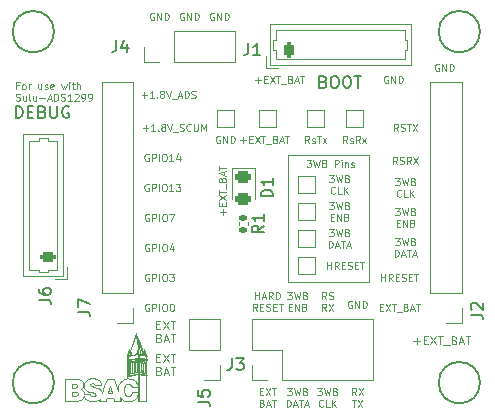
<source format=gbr>
%TF.GenerationSoftware,KiCad,Pcbnew,7.0.6*%
%TF.CreationDate,2023-07-26T19:14:02-07:00*%
%TF.ProjectId,connector_board,636f6e6e-6563-4746-9f72-5f626f617264,rev?*%
%TF.SameCoordinates,Original*%
%TF.FileFunction,Legend,Top*%
%TF.FilePolarity,Positive*%
%FSLAX46Y46*%
G04 Gerber Fmt 4.6, Leading zero omitted, Abs format (unit mm)*
G04 Created by KiCad (PCBNEW 7.0.6) date 2023-07-26 19:14:02*
%MOMM*%
%LPD*%
G01*
G04 APERTURE LIST*
G04 Aperture macros list*
%AMRoundRect*
0 Rectangle with rounded corners*
0 $1 Rounding radius*
0 $2 $3 $4 $5 $6 $7 $8 $9 X,Y pos of 4 corners*
0 Add a 4 corners polygon primitive as box body*
4,1,4,$2,$3,$4,$5,$6,$7,$8,$9,$2,$3,0*
0 Add four circle primitives for the rounded corners*
1,1,$1+$1,$2,$3*
1,1,$1+$1,$4,$5*
1,1,$1+$1,$6,$7*
1,1,$1+$1,$8,$9*
0 Add four rect primitives between the rounded corners*
20,1,$1+$1,$2,$3,$4,$5,0*
20,1,$1+$1,$4,$5,$6,$7,0*
20,1,$1+$1,$6,$7,$8,$9,0*
20,1,$1+$1,$8,$9,$2,$3,0*%
G04 Aperture macros list end*
%ADD10C,0.080000*%
%ADD11C,0.100000*%
%ADD12C,0.150000*%
%ADD13C,0.120000*%
%ADD14C,2.800000*%
%ADD15R,1.700000X1.700000*%
%ADD16O,1.700000X1.700000*%
%ADD17R,1.000000X1.000000*%
%ADD18RoundRect,0.200000X-0.200000X-0.450000X0.200000X-0.450000X0.200000X0.450000X-0.200000X0.450000X0*%
%ADD19O,0.800000X1.300000*%
%ADD20RoundRect,0.200000X0.450000X-0.200000X0.450000X0.200000X-0.450000X0.200000X-0.450000X-0.200000X0*%
%ADD21O,1.300000X0.800000*%
%ADD22RoundRect,0.135000X0.185000X-0.135000X0.185000X0.135000X-0.185000X0.135000X-0.185000X-0.135000X0*%
%ADD23RoundRect,0.243750X-0.456250X0.243750X-0.456250X-0.243750X0.456250X-0.243750X0.456250X0.243750X0*%
G04 APERTURE END LIST*
D10*
X71896488Y-57896125D02*
X71696488Y-57896125D01*
X71696488Y-58210411D02*
X71696488Y-57610411D01*
X71696488Y-57610411D02*
X71982202Y-57610411D01*
X72296488Y-58210411D02*
X72239345Y-58181840D01*
X72239345Y-58181840D02*
X72210774Y-58153268D01*
X72210774Y-58153268D02*
X72182202Y-58096125D01*
X72182202Y-58096125D02*
X72182202Y-57924697D01*
X72182202Y-57924697D02*
X72210774Y-57867554D01*
X72210774Y-57867554D02*
X72239345Y-57838982D01*
X72239345Y-57838982D02*
X72296488Y-57810411D01*
X72296488Y-57810411D02*
X72382202Y-57810411D01*
X72382202Y-57810411D02*
X72439345Y-57838982D01*
X72439345Y-57838982D02*
X72467917Y-57867554D01*
X72467917Y-57867554D02*
X72496488Y-57924697D01*
X72496488Y-57924697D02*
X72496488Y-58096125D01*
X72496488Y-58096125D02*
X72467917Y-58153268D01*
X72467917Y-58153268D02*
X72439345Y-58181840D01*
X72439345Y-58181840D02*
X72382202Y-58210411D01*
X72382202Y-58210411D02*
X72296488Y-58210411D01*
X72753631Y-58210411D02*
X72753631Y-57810411D01*
X72753631Y-57924697D02*
X72782202Y-57867554D01*
X72782202Y-57867554D02*
X72810774Y-57838982D01*
X72810774Y-57838982D02*
X72867916Y-57810411D01*
X72867916Y-57810411D02*
X72925059Y-57810411D01*
X73839346Y-57810411D02*
X73839346Y-58210411D01*
X73582203Y-57810411D02*
X73582203Y-58124697D01*
X73582203Y-58124697D02*
X73610774Y-58181840D01*
X73610774Y-58181840D02*
X73667917Y-58210411D01*
X73667917Y-58210411D02*
X73753631Y-58210411D01*
X73753631Y-58210411D02*
X73810774Y-58181840D01*
X73810774Y-58181840D02*
X73839346Y-58153268D01*
X74096488Y-58181840D02*
X74153631Y-58210411D01*
X74153631Y-58210411D02*
X74267917Y-58210411D01*
X74267917Y-58210411D02*
X74325060Y-58181840D01*
X74325060Y-58181840D02*
X74353631Y-58124697D01*
X74353631Y-58124697D02*
X74353631Y-58096125D01*
X74353631Y-58096125D02*
X74325060Y-58038982D01*
X74325060Y-58038982D02*
X74267917Y-58010411D01*
X74267917Y-58010411D02*
X74182203Y-58010411D01*
X74182203Y-58010411D02*
X74125060Y-57981840D01*
X74125060Y-57981840D02*
X74096488Y-57924697D01*
X74096488Y-57924697D02*
X74096488Y-57896125D01*
X74096488Y-57896125D02*
X74125060Y-57838982D01*
X74125060Y-57838982D02*
X74182203Y-57810411D01*
X74182203Y-57810411D02*
X74267917Y-57810411D01*
X74267917Y-57810411D02*
X74325060Y-57838982D01*
X74839345Y-58181840D02*
X74782202Y-58210411D01*
X74782202Y-58210411D02*
X74667917Y-58210411D01*
X74667917Y-58210411D02*
X74610774Y-58181840D01*
X74610774Y-58181840D02*
X74582202Y-58124697D01*
X74582202Y-58124697D02*
X74582202Y-57896125D01*
X74582202Y-57896125D02*
X74610774Y-57838982D01*
X74610774Y-57838982D02*
X74667917Y-57810411D01*
X74667917Y-57810411D02*
X74782202Y-57810411D01*
X74782202Y-57810411D02*
X74839345Y-57838982D01*
X74839345Y-57838982D02*
X74867917Y-57896125D01*
X74867917Y-57896125D02*
X74867917Y-57953268D01*
X74867917Y-57953268D02*
X74582202Y-58010411D01*
X75525060Y-57810411D02*
X75639346Y-58210411D01*
X75639346Y-58210411D02*
X75753631Y-57924697D01*
X75753631Y-57924697D02*
X75867917Y-58210411D01*
X75867917Y-58210411D02*
X75982203Y-57810411D01*
X76210774Y-58210411D02*
X76210774Y-57810411D01*
X76210774Y-57610411D02*
X76182202Y-57638982D01*
X76182202Y-57638982D02*
X76210774Y-57667554D01*
X76210774Y-57667554D02*
X76239345Y-57638982D01*
X76239345Y-57638982D02*
X76210774Y-57610411D01*
X76210774Y-57610411D02*
X76210774Y-57667554D01*
X76410773Y-57810411D02*
X76639345Y-57810411D01*
X76496488Y-57610411D02*
X76496488Y-58124697D01*
X76496488Y-58124697D02*
X76525059Y-58181840D01*
X76525059Y-58181840D02*
X76582202Y-58210411D01*
X76582202Y-58210411D02*
X76639345Y-58210411D01*
X76839345Y-58210411D02*
X76839345Y-57610411D01*
X77096488Y-58210411D02*
X77096488Y-57896125D01*
X77096488Y-57896125D02*
X77067916Y-57838982D01*
X77067916Y-57838982D02*
X77010773Y-57810411D01*
X77010773Y-57810411D02*
X76925059Y-57810411D01*
X76925059Y-57810411D02*
X76867916Y-57838982D01*
X76867916Y-57838982D02*
X76839345Y-57867554D01*
X71667916Y-59147840D02*
X71753631Y-59176411D01*
X71753631Y-59176411D02*
X71896488Y-59176411D01*
X71896488Y-59176411D02*
X71953631Y-59147840D01*
X71953631Y-59147840D02*
X71982202Y-59119268D01*
X71982202Y-59119268D02*
X72010773Y-59062125D01*
X72010773Y-59062125D02*
X72010773Y-59004982D01*
X72010773Y-59004982D02*
X71982202Y-58947840D01*
X71982202Y-58947840D02*
X71953631Y-58919268D01*
X71953631Y-58919268D02*
X71896488Y-58890697D01*
X71896488Y-58890697D02*
X71782202Y-58862125D01*
X71782202Y-58862125D02*
X71725059Y-58833554D01*
X71725059Y-58833554D02*
X71696488Y-58804982D01*
X71696488Y-58804982D02*
X71667916Y-58747840D01*
X71667916Y-58747840D02*
X71667916Y-58690697D01*
X71667916Y-58690697D02*
X71696488Y-58633554D01*
X71696488Y-58633554D02*
X71725059Y-58604982D01*
X71725059Y-58604982D02*
X71782202Y-58576411D01*
X71782202Y-58576411D02*
X71925059Y-58576411D01*
X71925059Y-58576411D02*
X72010773Y-58604982D01*
X72525060Y-58776411D02*
X72525060Y-59176411D01*
X72267917Y-58776411D02*
X72267917Y-59090697D01*
X72267917Y-59090697D02*
X72296488Y-59147840D01*
X72296488Y-59147840D02*
X72353631Y-59176411D01*
X72353631Y-59176411D02*
X72439345Y-59176411D01*
X72439345Y-59176411D02*
X72496488Y-59147840D01*
X72496488Y-59147840D02*
X72525060Y-59119268D01*
X72896488Y-59176411D02*
X72839345Y-59147840D01*
X72839345Y-59147840D02*
X72810774Y-59090697D01*
X72810774Y-59090697D02*
X72810774Y-58576411D01*
X73382203Y-58776411D02*
X73382203Y-59176411D01*
X73125060Y-58776411D02*
X73125060Y-59090697D01*
X73125060Y-59090697D02*
X73153631Y-59147840D01*
X73153631Y-59147840D02*
X73210774Y-59176411D01*
X73210774Y-59176411D02*
X73296488Y-59176411D01*
X73296488Y-59176411D02*
X73353631Y-59147840D01*
X73353631Y-59147840D02*
X73382203Y-59119268D01*
X73667917Y-58947840D02*
X74125060Y-58947840D01*
X74382202Y-59004982D02*
X74667917Y-59004982D01*
X74325059Y-59176411D02*
X74525059Y-58576411D01*
X74525059Y-58576411D02*
X74725059Y-59176411D01*
X74925060Y-59176411D02*
X74925060Y-58576411D01*
X74925060Y-58576411D02*
X75067917Y-58576411D01*
X75067917Y-58576411D02*
X75153631Y-58604982D01*
X75153631Y-58604982D02*
X75210774Y-58662125D01*
X75210774Y-58662125D02*
X75239345Y-58719268D01*
X75239345Y-58719268D02*
X75267917Y-58833554D01*
X75267917Y-58833554D02*
X75267917Y-58919268D01*
X75267917Y-58919268D02*
X75239345Y-59033554D01*
X75239345Y-59033554D02*
X75210774Y-59090697D01*
X75210774Y-59090697D02*
X75153631Y-59147840D01*
X75153631Y-59147840D02*
X75067917Y-59176411D01*
X75067917Y-59176411D02*
X74925060Y-59176411D01*
X75496488Y-59147840D02*
X75582203Y-59176411D01*
X75582203Y-59176411D02*
X75725060Y-59176411D01*
X75725060Y-59176411D02*
X75782203Y-59147840D01*
X75782203Y-59147840D02*
X75810774Y-59119268D01*
X75810774Y-59119268D02*
X75839345Y-59062125D01*
X75839345Y-59062125D02*
X75839345Y-59004982D01*
X75839345Y-59004982D02*
X75810774Y-58947840D01*
X75810774Y-58947840D02*
X75782203Y-58919268D01*
X75782203Y-58919268D02*
X75725060Y-58890697D01*
X75725060Y-58890697D02*
X75610774Y-58862125D01*
X75610774Y-58862125D02*
X75553631Y-58833554D01*
X75553631Y-58833554D02*
X75525060Y-58804982D01*
X75525060Y-58804982D02*
X75496488Y-58747840D01*
X75496488Y-58747840D02*
X75496488Y-58690697D01*
X75496488Y-58690697D02*
X75525060Y-58633554D01*
X75525060Y-58633554D02*
X75553631Y-58604982D01*
X75553631Y-58604982D02*
X75610774Y-58576411D01*
X75610774Y-58576411D02*
X75753631Y-58576411D01*
X75753631Y-58576411D02*
X75839345Y-58604982D01*
X76410774Y-59176411D02*
X76067917Y-59176411D01*
X76239346Y-59176411D02*
X76239346Y-58576411D01*
X76239346Y-58576411D02*
X76182203Y-58662125D01*
X76182203Y-58662125D02*
X76125060Y-58719268D01*
X76125060Y-58719268D02*
X76067917Y-58747840D01*
X76639346Y-58633554D02*
X76667918Y-58604982D01*
X76667918Y-58604982D02*
X76725061Y-58576411D01*
X76725061Y-58576411D02*
X76867918Y-58576411D01*
X76867918Y-58576411D02*
X76925061Y-58604982D01*
X76925061Y-58604982D02*
X76953632Y-58633554D01*
X76953632Y-58633554D02*
X76982203Y-58690697D01*
X76982203Y-58690697D02*
X76982203Y-58747840D01*
X76982203Y-58747840D02*
X76953632Y-58833554D01*
X76953632Y-58833554D02*
X76610775Y-59176411D01*
X76610775Y-59176411D02*
X76982203Y-59176411D01*
X77267918Y-59176411D02*
X77382204Y-59176411D01*
X77382204Y-59176411D02*
X77439347Y-59147840D01*
X77439347Y-59147840D02*
X77467918Y-59119268D01*
X77467918Y-59119268D02*
X77525061Y-59033554D01*
X77525061Y-59033554D02*
X77553632Y-58919268D01*
X77553632Y-58919268D02*
X77553632Y-58690697D01*
X77553632Y-58690697D02*
X77525061Y-58633554D01*
X77525061Y-58633554D02*
X77496490Y-58604982D01*
X77496490Y-58604982D02*
X77439347Y-58576411D01*
X77439347Y-58576411D02*
X77325061Y-58576411D01*
X77325061Y-58576411D02*
X77267918Y-58604982D01*
X77267918Y-58604982D02*
X77239347Y-58633554D01*
X77239347Y-58633554D02*
X77210775Y-58690697D01*
X77210775Y-58690697D02*
X77210775Y-58833554D01*
X77210775Y-58833554D02*
X77239347Y-58890697D01*
X77239347Y-58890697D02*
X77267918Y-58919268D01*
X77267918Y-58919268D02*
X77325061Y-58947840D01*
X77325061Y-58947840D02*
X77439347Y-58947840D01*
X77439347Y-58947840D02*
X77496490Y-58919268D01*
X77496490Y-58919268D02*
X77525061Y-58890697D01*
X77525061Y-58890697D02*
X77553632Y-58833554D01*
X77839347Y-59176411D02*
X77953633Y-59176411D01*
X77953633Y-59176411D02*
X78010776Y-59147840D01*
X78010776Y-59147840D02*
X78039347Y-59119268D01*
X78039347Y-59119268D02*
X78096490Y-59033554D01*
X78096490Y-59033554D02*
X78125061Y-58919268D01*
X78125061Y-58919268D02*
X78125061Y-58690697D01*
X78125061Y-58690697D02*
X78096490Y-58633554D01*
X78096490Y-58633554D02*
X78067919Y-58604982D01*
X78067919Y-58604982D02*
X78010776Y-58576411D01*
X78010776Y-58576411D02*
X77896490Y-58576411D01*
X77896490Y-58576411D02*
X77839347Y-58604982D01*
X77839347Y-58604982D02*
X77810776Y-58633554D01*
X77810776Y-58633554D02*
X77782204Y-58690697D01*
X77782204Y-58690697D02*
X77782204Y-58833554D01*
X77782204Y-58833554D02*
X77810776Y-58890697D01*
X77810776Y-58890697D02*
X77839347Y-58919268D01*
X77839347Y-58919268D02*
X77896490Y-58947840D01*
X77896490Y-58947840D02*
X78010776Y-58947840D01*
X78010776Y-58947840D02*
X78067919Y-58919268D01*
X78067919Y-58919268D02*
X78096490Y-58890697D01*
X78096490Y-58890697D02*
X78125061Y-58833554D01*
X89198840Y-68830571D02*
X89198840Y-68373429D01*
X89427411Y-68602000D02*
X88970268Y-68602000D01*
X89113125Y-68087714D02*
X89113125Y-67887714D01*
X89427411Y-67802000D02*
X89427411Y-68087714D01*
X89427411Y-68087714D02*
X88827411Y-68087714D01*
X88827411Y-68087714D02*
X88827411Y-67802000D01*
X88827411Y-67602000D02*
X89427411Y-67202000D01*
X88827411Y-67202000D02*
X89427411Y-67602000D01*
X88827411Y-67059143D02*
X88827411Y-66716286D01*
X89427411Y-66887714D02*
X88827411Y-66887714D01*
X89484554Y-66659143D02*
X89484554Y-66202000D01*
X89113125Y-65859142D02*
X89141697Y-65773428D01*
X89141697Y-65773428D02*
X89170268Y-65744857D01*
X89170268Y-65744857D02*
X89227411Y-65716285D01*
X89227411Y-65716285D02*
X89313125Y-65716285D01*
X89313125Y-65716285D02*
X89370268Y-65744857D01*
X89370268Y-65744857D02*
X89398840Y-65773428D01*
X89398840Y-65773428D02*
X89427411Y-65830571D01*
X89427411Y-65830571D02*
X89427411Y-66059142D01*
X89427411Y-66059142D02*
X88827411Y-66059142D01*
X88827411Y-66059142D02*
X88827411Y-65859142D01*
X88827411Y-65859142D02*
X88855982Y-65802000D01*
X88855982Y-65802000D02*
X88884554Y-65773428D01*
X88884554Y-65773428D02*
X88941697Y-65744857D01*
X88941697Y-65744857D02*
X88998840Y-65744857D01*
X88998840Y-65744857D02*
X89055982Y-65773428D01*
X89055982Y-65773428D02*
X89084554Y-65802000D01*
X89084554Y-65802000D02*
X89113125Y-65859142D01*
X89113125Y-65859142D02*
X89113125Y-66059142D01*
X89255982Y-65487714D02*
X89255982Y-65202000D01*
X89427411Y-65544857D02*
X88827411Y-65344857D01*
X88827411Y-65344857D02*
X89427411Y-65144857D01*
X88827411Y-65030571D02*
X88827411Y-64687714D01*
X89427411Y-64859142D02*
X88827411Y-64859142D01*
D11*
X81837699Y-78961517D02*
X81853966Y-79040167D01*
X82427497Y-80757999D02*
X82667783Y-80822663D01*
X82048338Y-80976833D02*
X82048338Y-80987638D01*
X82323775Y-81041724D02*
X82090404Y-80989418D01*
X82137387Y-81338707D02*
X82132462Y-81349361D01*
X82248321Y-81762862D02*
X82247706Y-81356276D01*
X82247499Y-82140513D02*
X82248321Y-81762862D01*
X82090404Y-80989418D02*
X82085217Y-80982633D01*
X77427220Y-83247943D02*
X77431215Y-83369623D01*
X77245045Y-83649359D02*
X77173273Y-83615958D01*
X77793473Y-84563894D02*
X77902369Y-84600231D01*
X77902369Y-84600231D02*
X78022821Y-84623765D01*
X80756205Y-84540512D02*
X80867580Y-84584476D01*
X78787866Y-84425467D02*
X78809006Y-84407982D01*
X78278454Y-84198954D02*
X78200342Y-84207739D01*
X76314395Y-84582000D02*
X76808220Y-84579670D01*
X77368589Y-83285491D02*
X77373178Y-83204933D01*
X82673018Y-80776019D02*
X82670063Y-80781009D01*
X82183269Y-82171069D02*
X82183265Y-82171070D01*
X82672964Y-80947106D02*
X82670084Y-81069064D01*
X77170050Y-84496734D02*
X77238795Y-84457296D01*
X78412803Y-84050401D02*
X78415016Y-84081834D01*
X82673019Y-80776018D02*
X82673018Y-80776019D01*
X81599458Y-81052994D02*
X81599458Y-81052994D01*
X77973135Y-84119499D02*
X77936814Y-84052481D01*
X79928589Y-84341139D02*
X79960387Y-84456384D01*
X77144882Y-82826389D02*
X77077245Y-82798956D01*
X77265928Y-82910595D02*
X77203704Y-82859835D01*
X78032162Y-84169481D02*
X77973135Y-84119499D01*
X76330490Y-82747940D02*
X75857409Y-82747130D01*
X78413992Y-84606373D02*
X78560273Y-84565142D01*
X77734752Y-83766031D02*
X77871230Y-83821525D01*
X77174426Y-83591104D02*
X77230483Y-83540877D01*
X79960387Y-84456384D02*
X79993489Y-84576815D01*
X77094095Y-84528056D02*
X77170050Y-84496734D01*
X77347650Y-83040547D02*
X77313657Y-82970430D01*
X78346392Y-83969526D02*
X78377674Y-83992910D01*
X77423294Y-83907673D02*
X77397637Y-83827960D01*
X78200342Y-84207739D02*
X78109397Y-84199778D01*
X77504357Y-83574459D02*
X77573386Y-83657281D01*
X77368664Y-83122149D02*
X77347650Y-83040547D01*
X78255847Y-83929450D02*
X78346392Y-83969526D01*
X77203704Y-82859835D02*
X77144882Y-82826389D01*
X77928431Y-84023635D02*
X77927124Y-84017296D01*
X78400083Y-84020314D02*
X78412803Y-84050401D01*
X75857409Y-83664565D02*
X75857409Y-84582000D01*
X77151140Y-83608391D02*
X77174426Y-83591104D01*
X77456947Y-83478518D02*
X77504357Y-83574459D01*
X77695042Y-84514302D02*
X77793473Y-84563894D01*
X77313657Y-82970430D02*
X77265928Y-82910595D01*
X76808220Y-84579670D02*
X76914164Y-84569298D01*
X77238795Y-84457296D02*
X77297640Y-84408029D01*
X79334189Y-84460985D02*
X79366284Y-84339969D01*
X78809006Y-84407982D02*
X78778799Y-84497297D01*
X79366284Y-84339969D02*
X79647436Y-84340554D01*
X82247706Y-81356276D02*
X82242382Y-81340573D01*
X78370419Y-84159854D02*
X78338623Y-84178783D01*
X82670084Y-81069064D02*
X82376415Y-81003951D01*
X78407976Y-84112190D02*
X78393324Y-84137926D01*
X77358571Y-83756630D02*
X77307259Y-83696673D01*
X75857409Y-82747130D02*
X75857409Y-83664565D01*
X80988723Y-84614400D02*
X81119838Y-84630348D01*
X77435477Y-83991136D02*
X77423294Y-83907673D01*
X78109397Y-84199778D02*
X78032162Y-84169481D01*
X77336467Y-83389050D02*
X77368589Y-83285491D01*
X77573386Y-83657281D02*
X77645385Y-83715303D01*
X80471923Y-84309384D02*
X80556122Y-84403011D01*
X77871230Y-83821525D02*
X78079335Y-83880138D01*
X82575666Y-80751068D02*
X82562647Y-80363558D01*
X78750275Y-84582002D02*
X79026185Y-84582002D01*
X81966939Y-80640388D02*
X81883697Y-80652129D01*
X82234400Y-82180055D02*
X82243290Y-82178396D01*
X81853966Y-79040167D02*
X81941054Y-79567872D01*
X81612004Y-80692379D02*
X81444526Y-80716665D01*
X81383612Y-80544112D02*
X81340716Y-80414577D01*
X82084137Y-80911429D02*
X82083357Y-80775232D01*
X82243290Y-82178396D02*
X82247499Y-82140513D01*
X82041631Y-80669316D02*
X82047596Y-80668061D01*
X78129640Y-84629795D02*
X78246686Y-84628295D01*
X82036885Y-80175491D02*
X82046066Y-80459498D01*
X77365294Y-84323662D02*
X77409718Y-84223588D01*
X82183265Y-82171070D02*
X82234400Y-82180055D01*
X82618208Y-80563915D02*
X82673019Y-80776018D01*
X82539359Y-80525340D02*
X82539359Y-80525340D01*
X81612003Y-80692380D02*
X81612004Y-80692379D01*
X82357754Y-80697954D02*
X82216204Y-80659462D01*
X81136511Y-80801950D02*
X82041631Y-80669316D01*
X82085627Y-80939088D02*
X82084137Y-80911429D01*
X82539359Y-80525340D02*
X82545700Y-80736334D01*
X82151828Y-81317754D02*
X82137387Y-81338707D01*
X82667783Y-80822663D02*
X82672969Y-80824898D01*
X81986491Y-80324157D02*
X82036885Y-80175491D01*
X81495784Y-81018556D02*
X81495787Y-81018559D01*
X82088098Y-80977184D02*
X82381396Y-81037869D01*
X82138232Y-80681130D02*
X82427497Y-80757999D01*
X82475301Y-80729485D02*
X82405578Y-80708541D01*
X82672551Y-81107256D02*
X82671396Y-81117652D01*
X81256463Y-80286157D02*
X81273782Y-80400895D01*
X79994794Y-84582001D02*
X80274796Y-84582001D01*
X81976844Y-79598822D02*
X81890140Y-79073952D01*
X81340716Y-80414577D02*
X81837699Y-78961517D01*
X82381396Y-81037869D02*
X82671814Y-81098491D01*
X81154239Y-80759675D02*
X81147631Y-80760019D01*
X80274796Y-84582001D02*
X80554797Y-84579991D01*
X82044303Y-80966975D02*
X82048338Y-80976833D01*
X81147631Y-80760019D02*
X81147756Y-80754444D01*
X81233344Y-80747826D02*
X81233344Y-80747826D01*
X82216204Y-80659462D02*
X82139384Y-80390521D01*
X80461308Y-84296716D02*
X80471923Y-84309384D01*
X82361789Y-80585285D02*
X82357754Y-80697954D01*
X82672549Y-81107256D02*
X82672551Y-81107256D01*
X80554797Y-84579991D02*
X80507730Y-84437673D01*
X79302095Y-84582002D02*
X79334189Y-84460985D01*
X82377039Y-80472347D02*
X82361789Y-80472347D01*
X81495787Y-81018559D02*
X81140256Y-81071624D01*
X81599458Y-81052994D02*
X81143088Y-81119488D01*
X80867580Y-84584476D02*
X80988723Y-84614400D01*
X81883697Y-80652129D02*
X81909159Y-80563967D01*
X82192831Y-81299300D02*
X82170223Y-81303802D01*
X82050646Y-80934715D02*
X81948654Y-80950103D01*
X82049121Y-80734227D02*
X82050646Y-80867554D01*
X82672969Y-80947107D02*
X82672964Y-80947106D01*
X79026185Y-84582002D02*
X79302095Y-84582002D01*
X82047596Y-80668061D02*
X82049121Y-80734227D01*
X82391005Y-80467432D02*
X82377039Y-80472347D01*
X82242382Y-81340573D02*
X82230215Y-81317677D01*
X82671814Y-81098491D02*
X82672549Y-81107256D01*
X82405578Y-80708541D02*
X82531155Y-80306819D01*
X82671396Y-81117652D02*
X82610735Y-81106019D01*
X81434524Y-80693040D02*
X81383612Y-80544112D01*
X82531155Y-80306819D02*
X82532345Y-80315806D01*
X81233344Y-80747826D02*
X81154239Y-80759675D01*
X81112287Y-84177920D02*
X81064298Y-84165767D01*
X82146605Y-79704396D02*
X81860531Y-78904871D01*
X82389499Y-80500026D02*
X82410243Y-80500026D01*
X81281605Y-84168697D02*
X81229237Y-84180309D01*
X82430987Y-80498021D02*
X82146605Y-79704396D01*
X80847291Y-83598965D02*
X80862972Y-83470291D01*
X82702986Y-82385109D02*
X82702985Y-82026285D01*
X82031067Y-83445044D02*
X82048392Y-83453616D01*
X81855852Y-78894259D02*
X81843182Y-78893435D01*
X81462862Y-83383772D02*
X81472181Y-83426099D01*
X82702789Y-82431871D02*
X82719762Y-82433156D01*
X82080300Y-82335882D02*
X82379078Y-82379062D01*
X81943193Y-84162009D02*
X81984986Y-84038570D01*
X81745140Y-84439144D02*
X81823151Y-84360176D01*
X82048392Y-84616576D02*
X82378090Y-84616576D01*
X80875826Y-83951059D02*
X80850815Y-83820235D01*
X81119838Y-84630348D02*
X81119862Y-84630350D01*
X82011399Y-83908974D02*
X82015219Y-83880739D01*
X76889554Y-84075888D02*
X76857932Y-84110722D01*
X81064298Y-84165767D02*
X81020116Y-84146958D01*
X82739924Y-82394226D02*
X82716239Y-82387679D01*
X76857932Y-84110722D02*
X76811911Y-84135322D01*
X81119862Y-84630350D02*
X81307371Y-84626016D01*
X81984986Y-84038570D02*
X82011399Y-83908974D01*
X80862972Y-83470291D02*
X80891327Y-83363444D01*
X76910571Y-83976048D02*
X76907384Y-84030356D01*
X80947567Y-84089762D02*
X80918872Y-84050847D01*
X81122319Y-82587794D02*
X81122919Y-82476709D01*
X81430258Y-84029137D02*
X81402565Y-84075543D01*
X82701450Y-81419895D02*
X82699915Y-81172329D01*
X82048392Y-83453616D02*
X82048392Y-84035096D01*
X80932588Y-83277778D02*
X80986988Y-83212649D01*
X82075605Y-84588917D02*
X82076395Y-83462997D01*
X81657716Y-84506395D02*
X81745140Y-84439144D01*
X82379078Y-82379062D02*
X82674743Y-82423436D01*
X81020116Y-84146958D02*
X80981260Y-84121711D01*
X82674743Y-82423436D02*
X82676133Y-82889038D01*
X81168008Y-84182634D02*
X81112287Y-84177920D01*
X80986988Y-83212649D02*
X81036664Y-83177568D01*
X82740869Y-82431861D02*
X82750535Y-82420797D01*
X81969372Y-83247133D02*
X81927354Y-83136471D01*
X82702985Y-82026285D02*
X82701450Y-81419895D01*
X81466518Y-83915496D02*
X81451629Y-83975678D01*
X81122919Y-82476709D02*
X81238164Y-82459949D01*
X82011219Y-83436471D02*
X82031067Y-83445044D01*
X82707789Y-84616576D02*
X82706539Y-84085871D01*
X81229237Y-84180309D02*
X81168008Y-84182634D01*
X82048335Y-82880636D02*
X82046605Y-83421016D01*
X81578971Y-84550052D02*
X81657716Y-84506395D01*
X80918872Y-84050847D02*
X80875826Y-83951059D01*
X81211043Y-83150594D02*
X81299560Y-83174816D01*
X82015219Y-83880739D02*
X82016534Y-83872095D01*
X82041999Y-82342533D02*
X82048338Y-82341253D01*
X81451629Y-83975678D02*
X81430258Y-84029137D01*
X76811911Y-84135322D02*
X76750888Y-84150152D01*
X82679652Y-84588917D02*
X82377628Y-84588917D01*
X81536967Y-82767040D02*
X81424072Y-82731309D01*
X81327350Y-84147036D02*
X81281605Y-84168697D01*
X81745549Y-83872095D02*
X81474564Y-83872095D01*
X81889584Y-84266500D02*
X81943193Y-84162009D01*
X82701106Y-81072839D02*
X82698741Y-80952813D01*
X82676133Y-82889038D02*
X82678588Y-83971778D01*
X81426781Y-83292619D02*
X81462862Y-83383772D01*
X76902998Y-83923588D02*
X76910571Y-83976048D01*
X81150351Y-83148985D02*
X81211043Y-83150594D01*
X81403853Y-84609844D02*
X81494368Y-84584529D01*
X82076395Y-83462997D02*
X82080300Y-82335882D01*
X76907384Y-84030356D02*
X76889554Y-84075888D01*
X82377628Y-84588917D02*
X82075605Y-84588917D01*
X81806727Y-82951332D02*
X81728472Y-82877248D01*
X81473559Y-83877281D02*
X81466518Y-83915496D01*
X82048392Y-84035096D02*
X82048392Y-84616576D01*
X82016534Y-83872095D02*
X81745549Y-83872095D01*
X80850815Y-83820235D02*
X80847291Y-83598965D01*
X81494368Y-84584529D02*
X81578971Y-84550052D01*
X82678588Y-83971778D02*
X82679652Y-84588917D01*
X82764472Y-81113364D02*
X82771078Y-81105041D01*
X81096470Y-83154879D02*
X81150351Y-83148985D01*
X82706423Y-81104853D02*
X82764472Y-81113364D01*
X81368712Y-84114567D02*
X81327350Y-84147036D01*
X81371910Y-83222563D02*
X81426781Y-83292619D01*
X81823151Y-84360176D02*
X81889584Y-84266500D01*
X82701284Y-81104980D02*
X82706423Y-81104853D01*
X82769142Y-81093933D02*
X82734102Y-81081445D01*
X81472181Y-83426099D02*
X81475791Y-83447419D01*
X80981260Y-84121711D02*
X80947567Y-84089762D01*
X81307371Y-84626016D02*
X81403853Y-84609844D01*
X81299560Y-83174816D02*
X81371910Y-83222563D01*
X81474564Y-83872095D02*
X81473559Y-83877281D01*
X81036664Y-83177568D02*
X81096470Y-83154879D01*
X81402565Y-84075543D02*
X81368712Y-84114567D01*
X82771078Y-81105041D02*
X82769142Y-81093933D01*
X81798305Y-81259216D02*
X81772330Y-81266461D01*
X80891327Y-83363444D02*
X80932588Y-83277778D01*
X81728447Y-81769075D02*
X81730202Y-82147769D01*
X81520515Y-82221975D02*
X81526173Y-82227633D01*
X81882383Y-81170080D02*
X81562010Y-81210818D01*
X81737909Y-81305428D02*
X81730082Y-81336449D01*
X81533296Y-81325930D02*
X81525620Y-81342654D01*
X76791737Y-83830107D02*
X76833560Y-83845557D01*
X79561641Y-83626110D02*
X79649594Y-83304577D01*
X81479024Y-81370751D02*
X81471766Y-81357132D01*
X76800043Y-83436134D02*
X76759506Y-83461471D01*
X81752095Y-81281982D02*
X81737909Y-81305428D01*
X81686465Y-81351666D02*
X81679737Y-81337446D01*
X81615925Y-81290333D02*
X81567908Y-81295023D01*
X81686466Y-81777496D02*
X81686465Y-81351666D01*
X81891234Y-81178447D02*
X81882383Y-81170080D01*
X81335984Y-82266468D02*
X81406013Y-82256446D01*
X81826600Y-81260674D02*
X81798305Y-81259216D01*
X81240139Y-81575046D02*
X81241624Y-82082391D01*
X81345676Y-81327284D02*
X81326184Y-81351102D01*
X81316035Y-82256294D02*
X81324506Y-82264792D01*
X81256947Y-82290756D02*
X81268364Y-82289148D01*
X81406013Y-82256446D02*
X81474584Y-82243510D01*
X81526173Y-82227633D02*
X81526172Y-82227633D01*
X81730202Y-82147769D02*
X81733626Y-82188704D01*
X76700551Y-83177209D02*
X76757321Y-83186490D01*
X76708068Y-83476498D02*
X76708068Y-83476496D01*
X81533867Y-82233290D02*
X81672121Y-82213594D01*
X81340733Y-82404937D02*
X81340733Y-82404936D01*
X81479024Y-81805121D02*
X81479024Y-81370751D01*
X81733626Y-82188704D02*
X81740553Y-82194125D01*
X81562010Y-81210818D02*
X81243024Y-81258772D01*
X76422135Y-84155990D02*
X76422135Y-83985229D01*
X81654631Y-81306352D02*
X81615925Y-81290333D01*
X81243024Y-81258772D02*
X81240139Y-81575046D01*
X76708068Y-83476496D02*
X76554216Y-83480221D01*
X81548394Y-81307428D02*
X81533296Y-81325930D01*
X81567908Y-81295023D02*
X81548394Y-81307428D01*
X79474439Y-83954490D02*
X79561641Y-83626110D01*
X82048339Y-82299329D02*
X81984378Y-82309091D01*
X76554216Y-83480221D02*
X76422091Y-83480221D01*
X81268364Y-82289148D02*
X81272871Y-82278270D01*
X81238164Y-82459949D02*
X82041999Y-82342533D01*
X81324506Y-82264792D02*
X81324505Y-82264793D01*
X82048339Y-81667094D02*
X82048339Y-82299329D01*
X81772330Y-81266461D02*
X81752095Y-81281982D01*
X81672121Y-82213594D02*
X81681917Y-82207878D01*
X81340733Y-82404936D02*
X81135212Y-82435174D01*
X81891749Y-81191323D02*
X81891234Y-81178447D01*
X81326184Y-81351102D02*
X81315190Y-81385087D01*
X81679737Y-81337446D02*
X81654631Y-81306352D01*
X81273132Y-81284383D02*
X81282157Y-81282968D01*
X81324505Y-82264793D02*
X81335984Y-82266468D01*
X81474584Y-82243510D02*
X81479024Y-81805121D01*
X81525620Y-81342654D02*
X81521858Y-81392179D01*
X81526172Y-82227633D02*
X81533867Y-82233290D01*
X81246399Y-82284840D02*
X81246404Y-82284838D01*
X76814231Y-83217577D02*
X76840413Y-83259196D01*
X76735611Y-83820606D02*
X76791737Y-83830107D01*
X76422135Y-83814468D02*
X76532194Y-83814480D01*
X81246404Y-82284838D02*
X81256947Y-82290756D01*
X81681917Y-82207878D02*
X81686466Y-81777496D01*
X81521858Y-81392179D02*
X81520515Y-81792491D01*
X81135212Y-82435174D02*
X81129063Y-82436404D01*
X82042000Y-81036024D02*
X82048339Y-81034859D01*
X81730082Y-81336449D02*
X81728447Y-81769075D01*
X76840413Y-83259196D02*
X76848656Y-83317900D01*
X81927354Y-83136471D02*
X81873080Y-83037805D01*
X76913055Y-82761297D02*
X76780003Y-82750106D01*
X78079335Y-83880138D02*
X78255847Y-83929450D01*
X77173273Y-83615958D02*
X77151140Y-83608391D01*
X78314433Y-83424930D02*
X78148480Y-83378442D01*
X77470006Y-83054309D02*
X77440773Y-83146377D01*
X77440773Y-83146377D02*
X77427220Y-83247943D01*
X81071464Y-81165445D02*
X81093988Y-81174267D01*
X81079871Y-82447034D02*
X81074919Y-82465497D01*
X81831336Y-78894665D02*
X81578685Y-79631665D01*
X82745335Y-80805348D02*
X82721417Y-80794267D01*
X82390834Y-80667132D02*
X82389699Y-80584732D01*
X82701833Y-81125379D02*
X82701118Y-81114360D01*
X81475791Y-83447419D02*
X81476866Y-83452605D01*
X82556603Y-80226228D02*
X82530547Y-80222278D01*
X80284248Y-83770021D02*
X80112136Y-83258956D01*
X81052777Y-81115683D02*
X81100483Y-81109604D01*
X81108011Y-80806757D02*
X81107416Y-80942084D01*
X81476866Y-83452605D02*
X81744295Y-83452605D01*
X81094191Y-82480525D02*
X81093591Y-82590292D01*
X82699915Y-81172329D02*
X82707788Y-81174084D01*
X81744295Y-83452605D02*
X82011724Y-83452605D01*
X82627640Y-80492000D02*
X82556603Y-80226228D01*
X82700646Y-80834237D02*
X82717377Y-80837842D01*
X82698825Y-80771955D02*
X82627640Y-80492000D01*
X82378090Y-84616576D02*
X82707789Y-84616576D01*
X82698741Y-80952813D02*
X82700646Y-80834237D01*
X81039134Y-81107129D02*
X81052777Y-81115683D01*
X82701118Y-81114360D02*
X82701284Y-81104980D01*
X82719762Y-82433156D02*
X82740869Y-82431861D01*
X80459011Y-83046066D02*
X80397469Y-83147808D01*
X82706539Y-84085871D02*
X82704039Y-82993521D01*
X81093988Y-81174267D02*
X81097248Y-81702562D01*
X82011724Y-83452605D02*
X82010208Y-83444538D01*
X78938949Y-83862284D02*
X78920890Y-83805478D01*
X81106821Y-81077412D02*
X81079162Y-81081432D01*
X82530547Y-80222278D02*
X82460807Y-80443893D01*
X82734102Y-81081445D02*
X82701106Y-81072839D01*
X82721417Y-80794267D02*
X82699525Y-80786808D01*
X82740464Y-81175634D02*
X82752564Y-81159804D01*
X81105614Y-81124052D02*
X81086792Y-81128043D01*
X81843182Y-78893435D02*
X81831336Y-78894665D01*
X82410243Y-80500026D02*
X82430987Y-80498021D01*
X82010208Y-83444538D02*
X82011219Y-83436471D01*
X81067189Y-81152875D02*
X81071464Y-81165445D01*
X81072457Y-80803547D02*
X81093220Y-80808137D01*
X82704039Y-82993521D02*
X82702789Y-82431871D01*
X81096291Y-80767840D02*
X81071707Y-80775800D01*
X81094998Y-82336392D02*
X81088689Y-82442114D01*
X82746782Y-81141945D02*
X82722135Y-81131695D01*
X82749765Y-82404317D02*
X82739924Y-82394226D01*
X81578685Y-79631665D02*
X81324705Y-80368655D01*
X76914164Y-84569298D02*
X77009128Y-84552168D01*
X77077245Y-82798956D02*
X77000175Y-82777329D01*
X81086792Y-81128043D02*
X81071734Y-81136817D01*
X82460807Y-80443893D02*
X82390834Y-80667132D01*
X77975207Y-83268896D02*
X77967545Y-83226743D01*
X77936814Y-84052481D02*
X77928431Y-84023635D01*
X77009128Y-84552168D02*
X77094095Y-84528056D01*
X82389699Y-80584732D02*
X82389499Y-80500026D01*
X78295770Y-82704133D02*
X78169409Y-82699824D01*
X77645385Y-83715303D02*
X77734752Y-83766031D01*
X77000175Y-82777329D02*
X76913055Y-82761297D01*
X82716239Y-82387679D02*
X82702986Y-82385109D01*
X80347804Y-83262961D02*
X80311173Y-83388300D01*
X81046271Y-81087742D02*
X81038866Y-81095911D01*
X82737969Y-80838677D02*
X82747927Y-80830912D01*
X81860531Y-78904871D02*
X81855852Y-78894259D01*
X80112136Y-83258956D02*
X79940541Y-82747376D01*
X82048338Y-82341253D02*
X82048338Y-82880648D01*
X76422135Y-83985229D02*
X76422135Y-83814468D01*
X76789780Y-83198934D02*
X76814231Y-83217577D01*
X76750888Y-84150152D02*
X76750888Y-84150149D01*
X76877356Y-83877601D02*
X76902998Y-83923588D01*
X81130028Y-82017347D02*
X81133933Y-81169322D01*
X81289910Y-82707530D02*
X81151128Y-82698879D01*
X81241624Y-82082391D02*
X81246399Y-82284840D01*
X76422091Y-83326678D02*
X76422091Y-83173135D01*
X81121719Y-82698879D02*
X81122319Y-82587794D01*
X82048339Y-81034859D02*
X82048339Y-81667094D01*
X79649594Y-83304577D02*
X79740833Y-83632956D01*
X81315190Y-81385087D02*
X81313120Y-81824171D01*
X82088172Y-82295022D02*
X82086462Y-81664727D01*
X82306490Y-81381630D02*
X82306489Y-81781749D01*
X81471766Y-81357132D02*
X81445309Y-81327714D01*
X82026782Y-83413200D02*
X82006859Y-83403707D01*
X82577008Y-82194086D02*
X82578449Y-81832301D01*
X81151128Y-82698879D02*
X81121719Y-82698879D01*
X82550198Y-81378655D02*
X82525610Y-81372508D01*
X76573682Y-84154955D02*
X76422135Y-84155990D01*
X81282157Y-81282968D02*
X81583903Y-81242180D01*
X81274657Y-81780903D02*
X81273132Y-81284383D01*
X76422091Y-83173135D02*
X76560961Y-83174360D01*
X81638492Y-82815752D02*
X81536967Y-82767040D01*
X76846316Y-83356356D02*
X76829154Y-83400944D01*
X82006859Y-83403707D02*
X81998957Y-83369594D01*
X82674574Y-81774309D02*
X82674567Y-81774305D01*
X82046605Y-83421016D02*
X82026782Y-83413200D01*
X76833560Y-83845557D02*
X76877356Y-83877601D01*
X81998957Y-83369594D02*
X81969372Y-83247133D01*
X81275029Y-82221709D02*
X81274657Y-81780903D01*
X81984378Y-82309091D02*
X81340733Y-82404937D01*
X76759506Y-83461471D02*
X76708068Y-83476498D01*
X82624278Y-81774224D02*
X82627883Y-82248457D01*
X76848656Y-83317900D02*
X76846316Y-83356356D01*
X81424072Y-82731309D02*
X81289910Y-82707530D01*
X81873080Y-83037805D02*
X81806727Y-82951332D01*
X76750888Y-84150149D02*
X76573682Y-84154955D01*
X79830318Y-83957370D02*
X79651877Y-83957370D01*
X81372631Y-81314450D02*
X81345676Y-81327284D01*
X82648477Y-82247421D02*
X82653821Y-81768508D01*
X82572414Y-82229583D02*
X82577008Y-82194086D01*
X81520515Y-81792491D02*
X81520515Y-82221975D01*
X81740556Y-82194126D02*
X81751008Y-82194951D01*
X76829154Y-83400944D02*
X76800043Y-83436134D01*
X82388023Y-81255189D02*
X82625143Y-81303263D01*
X76422091Y-83480221D02*
X76422091Y-83326678D01*
X82151494Y-81178977D02*
X82141551Y-81195668D01*
X82416601Y-81789574D02*
X82411360Y-81368106D01*
X81751008Y-82194951D02*
X81821271Y-82184791D01*
X82085557Y-81033652D02*
X82572639Y-81141871D01*
X76532194Y-83814480D02*
X76735611Y-83820606D01*
X82048338Y-82880648D02*
X82048335Y-82880636D01*
X81821271Y-82184791D02*
X81890418Y-82170966D01*
X81718738Y-81083250D02*
X82042000Y-81036024D01*
X81133933Y-81169322D02*
X81718738Y-81083250D01*
X79651877Y-83957370D02*
X79474439Y-83954490D01*
X81406017Y-81313414D02*
X81372631Y-81314450D01*
X76757321Y-83186490D02*
X76789780Y-83198934D01*
X81129063Y-82436404D02*
X81130028Y-82017347D01*
X81272871Y-82278270D02*
X81275029Y-82221709D01*
X82326647Y-81347774D02*
X82313123Y-81367800D01*
X81728472Y-82877248D02*
X81638492Y-82815752D01*
X76560961Y-83174360D02*
X76700551Y-83177209D01*
X81895063Y-81742859D02*
X81895063Y-81319397D01*
X79740833Y-83632956D02*
X79830318Y-83957370D01*
X81882767Y-81200400D02*
X81891749Y-81191323D01*
X82519585Y-82223032D02*
X82562778Y-82230732D01*
X81313120Y-81824171D02*
X81316035Y-82256294D01*
X81445309Y-81327714D02*
X81406017Y-81313414D01*
X81583903Y-81242180D02*
X81882767Y-81200400D01*
X77281063Y-83484253D02*
X77336467Y-83389050D01*
X82576079Y-81428880D02*
X82566263Y-81398589D01*
X78140413Y-83122080D02*
X78218756Y-83128076D01*
X78368920Y-83261874D02*
X78372994Y-83279737D01*
X77996771Y-83157052D02*
X78030953Y-83137543D01*
X78920890Y-83805478D02*
X78895579Y-83752391D01*
X78803690Y-82984710D02*
X78758729Y-82925098D01*
X78338623Y-84178783D02*
X78278454Y-84198954D01*
X81071734Y-81136817D02*
X81067189Y-81152875D01*
X78393324Y-84137926D02*
X78370419Y-84159854D01*
X76780003Y-82750106D02*
X76330490Y-82747940D01*
X82647723Y-81279123D02*
X82151494Y-81178977D01*
X82562778Y-82230732D02*
X82572414Y-82229583D01*
X77967545Y-83226743D02*
X77975059Y-83184871D01*
X82477969Y-82213418D02*
X82519582Y-82223033D01*
X78956155Y-83968562D02*
X78949754Y-83922805D01*
X82313123Y-81367800D02*
X82306490Y-81381630D01*
X78078526Y-83126000D02*
X78140413Y-83122080D01*
X77664388Y-82826148D02*
X77575696Y-82898241D01*
X78640109Y-83279737D02*
X78907225Y-83279737D01*
X77975059Y-83184871D02*
X77996771Y-83157052D01*
X78907225Y-83279737D02*
X78905685Y-83267637D01*
X78218756Y-83128076D02*
X78282165Y-83150081D01*
X77373178Y-83204933D02*
X77368664Y-83122149D01*
X75857409Y-84582000D02*
X76314395Y-84582000D01*
X82672762Y-82382895D02*
X82404438Y-82342702D01*
X78082807Y-83354104D02*
X78032994Y-83328340D01*
X78323946Y-83180533D02*
X78354338Y-83222115D01*
X78706322Y-82871675D02*
X78647065Y-82824973D01*
X77896387Y-82729417D02*
X77771017Y-82769985D01*
X78890125Y-83189342D02*
X78866440Y-83109928D01*
X77436971Y-84017296D02*
X77435477Y-83991136D01*
X78169409Y-82699824D02*
X78041304Y-82704110D01*
X78415016Y-84081834D02*
X78407976Y-84112190D01*
X78451788Y-82734370D02*
X78295770Y-82704133D01*
X77431215Y-83369623D02*
X77456947Y-83478518D01*
X77230483Y-83540877D02*
X77281063Y-83484253D01*
X78030953Y-83137543D02*
X78078526Y-83126000D01*
X77682047Y-84017296D02*
X77436971Y-84017296D01*
X78148480Y-83378442D02*
X78082807Y-83354104D01*
X80288733Y-83520601D02*
X80282328Y-83717656D01*
X78522301Y-83485483D02*
X78314433Y-83424930D01*
X78041304Y-82704110D02*
X77896387Y-82729417D01*
X78282165Y-83150081D02*
X78323946Y-83180533D01*
X77307259Y-83696673D02*
X77245045Y-83649359D01*
X78581551Y-82785525D02*
X78451788Y-82734370D01*
X78905685Y-83267637D02*
X78890125Y-83189342D01*
X78354338Y-83222115D02*
X78368920Y-83261874D01*
X78647065Y-82824973D02*
X78581551Y-82785525D01*
X78949754Y-83922805D02*
X78938949Y-83862284D01*
X77771017Y-82769985D02*
X77664388Y-82826148D01*
X77997606Y-83300240D02*
X77975207Y-83268896D01*
X77397637Y-83827960D02*
X77358571Y-83756630D01*
X80615452Y-82878187D02*
X80534437Y-82954657D01*
X77575696Y-82898241D02*
X77514965Y-82971633D01*
X78372994Y-83279737D02*
X78640109Y-83279737D01*
X78377674Y-83992910D02*
X78400083Y-84020314D01*
X78866440Y-83109928D02*
X78803690Y-82984710D01*
X81093591Y-82590292D02*
X81092991Y-82700058D01*
X77927124Y-84017296D02*
X77682047Y-84017296D01*
X78032994Y-83328340D02*
X77997606Y-83300240D01*
X78758729Y-82925098D02*
X78706322Y-82871675D01*
X77514965Y-82971633D02*
X77470006Y-83054309D01*
X78660300Y-83542813D02*
X78522301Y-83485483D01*
X81071707Y-80775800D02*
X81066381Y-80789519D01*
X80397469Y-83147808D02*
X80347804Y-83262961D01*
X78863016Y-83703024D02*
X78823206Y-83657381D01*
X79161581Y-83357527D02*
X78956155Y-83968562D01*
X80955592Y-82717877D02*
X80834258Y-82753434D01*
X81093220Y-80808137D02*
X81108011Y-80806757D01*
X81083772Y-82700618D02*
X80955592Y-82717877D01*
X81087354Y-82479160D02*
X81094191Y-82480525D01*
X82470392Y-82206237D02*
X82477969Y-82213418D01*
X81066381Y-80789519D02*
X81072457Y-80803547D01*
X78776148Y-83615463D02*
X78660300Y-83542813D01*
X82050646Y-80867554D02*
X82050646Y-80934715D01*
X82306489Y-81781749D02*
X82310519Y-82185474D01*
X82170223Y-81303802D02*
X82151828Y-81317754D01*
X82674567Y-81774305D02*
X82672762Y-82382895D01*
X81135597Y-81112259D02*
X81137617Y-81103890D01*
X82359498Y-82198277D02*
X82359498Y-82198253D01*
X81143088Y-81119488D02*
X81136608Y-81119341D01*
X82086462Y-81664727D02*
X82085557Y-81033652D01*
X82572639Y-81141871D02*
X82672404Y-81164794D01*
X81642674Y-81027877D02*
X82044303Y-80966975D01*
X82146928Y-81203601D02*
X82388023Y-81255189D01*
X81140256Y-81071624D02*
X81135601Y-80936787D01*
X81107416Y-80942084D02*
X81106821Y-81077412D01*
X80282328Y-83717656D02*
X80284248Y-83770021D01*
X81260673Y-80209140D02*
X81246494Y-80208890D01*
X81740553Y-82194125D02*
X81740556Y-82194126D01*
X78823206Y-83657381D02*
X78776148Y-83615463D01*
X80534437Y-82954657D02*
X80459011Y-83046066D01*
X81088689Y-82442114D02*
X81079871Y-82447034D01*
X81192358Y-81095861D02*
X81642674Y-81027877D01*
X81136608Y-81119341D02*
X81135597Y-81112259D01*
X82503391Y-81376388D02*
X82474127Y-81410415D01*
X81948654Y-80950103D02*
X81495784Y-81018556D01*
X82653721Y-81287701D02*
X82647723Y-81279123D01*
X82404438Y-82342702D02*
X82113774Y-82298872D01*
X81079162Y-81081432D02*
X81046271Y-81087742D01*
X80311173Y-83388300D02*
X80288733Y-83520601D01*
X82417231Y-82199847D02*
X82416601Y-81789574D01*
X80720601Y-82806976D02*
X80615452Y-82878187D01*
X81272018Y-80210794D02*
X81260673Y-80209140D01*
X82610735Y-81106019D02*
X82323775Y-81041724D01*
X82625143Y-81303263D02*
X82624278Y-81774224D01*
X82376415Y-81003951D02*
X82085627Y-80939088D01*
X81890040Y-81308525D02*
X81874726Y-81286542D01*
X82384736Y-81335449D02*
X82343867Y-81335649D01*
X82343867Y-81335649D02*
X82326647Y-81347774D01*
X82578449Y-81832301D02*
X82576079Y-81428880D01*
X81890418Y-82170966D02*
X81895063Y-81742859D01*
X82084066Y-80666693D02*
X82138232Y-80681130D01*
X81137617Y-81103890D02*
X81192358Y-81095861D01*
X82412311Y-82203882D02*
X82417231Y-82199847D01*
X82310519Y-82185474D02*
X82359498Y-82198277D01*
X82627883Y-82248457D02*
X82627870Y-82248456D01*
X82525610Y-81372508D02*
X82503391Y-81376388D01*
X82135417Y-82157176D02*
X82183269Y-82171069D01*
X82627870Y-82248456D02*
X82648477Y-82247421D01*
X82131862Y-81750703D02*
X82135417Y-82157176D01*
X81874726Y-81286542D02*
X81852827Y-81270187D01*
X81106943Y-81109586D02*
X81107974Y-81116307D01*
X81038866Y-81095911D02*
X81039134Y-81107129D01*
X82468982Y-81423118D02*
X82468372Y-81811494D01*
X81181469Y-80486464D02*
X81116512Y-80764240D01*
X82566263Y-81398589D02*
X82550198Y-81378655D01*
X82653821Y-81768508D02*
X82653721Y-81287701D01*
X82519582Y-82223033D02*
X82519585Y-82223032D01*
X82113774Y-82298872D02*
X82088172Y-82295022D01*
X81135601Y-80936787D02*
X81136511Y-80801950D01*
X81116512Y-80764240D02*
X81096291Y-80767840D01*
X80834258Y-82753434D02*
X80720601Y-82806976D01*
X81246494Y-80208890D02*
X81181469Y-80486464D01*
X82474127Y-81410415D02*
X82468982Y-81423118D01*
X82672969Y-80824898D02*
X82672969Y-80947107D01*
X81895063Y-81319397D02*
X81890040Y-81308525D01*
X82545025Y-80747975D02*
X82475301Y-80729485D01*
X82048338Y-80987638D02*
X81599458Y-81052994D01*
X77297640Y-84408029D02*
X77365294Y-84323662D01*
X82085217Y-80982633D02*
X82088098Y-80977184D01*
X82622236Y-80768736D02*
X82575666Y-80751068D01*
X77429404Y-84211622D02*
X77461256Y-84277372D01*
X81273782Y-80400895D02*
X81305774Y-80736239D01*
X77605985Y-84451002D02*
X77695042Y-84514302D01*
X81966939Y-80640388D02*
X81966939Y-80640388D01*
X80556122Y-84403011D02*
X80654398Y-84482445D01*
X80654398Y-84482445D02*
X80756205Y-84540512D01*
X77551204Y-84399309D02*
X77605985Y-84451002D01*
X82029544Y-80107422D02*
X81941269Y-80381017D01*
X79993489Y-84576815D02*
X79994794Y-84582001D01*
X77409718Y-84223588D02*
X77419287Y-84192550D01*
X78560273Y-84565142D02*
X78685056Y-84504781D01*
X77502408Y-84340683D02*
X77551204Y-84399309D01*
X81890140Y-79073952D02*
X82391005Y-80467432D01*
X81909159Y-80563967D02*
X81986491Y-80324157D01*
X81852827Y-81270187D02*
X81826600Y-81260674D01*
X82672404Y-81164794D02*
X82674574Y-81774309D01*
X82545700Y-80736334D02*
X82545025Y-80747975D01*
X82141551Y-81195668D02*
X82146928Y-81203601D01*
X81941054Y-79567872D02*
X82029544Y-80107422D01*
X82213306Y-81302752D02*
X82192831Y-81299300D01*
X78778799Y-84497297D02*
X78750275Y-84582002D01*
X82230215Y-81317677D02*
X82213306Y-81302752D01*
X82083357Y-80775232D02*
X82084066Y-80666693D01*
X82411360Y-81368106D02*
X82384736Y-81335449D01*
X81941269Y-80381017D02*
X81851540Y-80656067D01*
X82562647Y-80363558D02*
X82618208Y-80563915D01*
X81147756Y-80754444D02*
X81256463Y-80286157D01*
X82046066Y-80459498D02*
X82047726Y-80628115D01*
X82132462Y-81349361D02*
X82131862Y-81750703D01*
X77419287Y-84192550D02*
X77429404Y-84211622D01*
X82468372Y-81811494D02*
X82470392Y-82206237D01*
X82670063Y-80781009D02*
X82622236Y-80768736D01*
X82064091Y-80123152D02*
X81976844Y-79598822D01*
X82405917Y-82207682D02*
X82412311Y-82203882D01*
X82359498Y-82198253D02*
X82405917Y-82207682D01*
X78022821Y-84623765D02*
X78129640Y-84629795D01*
X82139384Y-80390521D02*
X82064091Y-80123152D01*
X81813790Y-80662808D02*
X81612003Y-80692380D01*
X82361789Y-80585287D02*
X82361789Y-80585285D01*
X81444526Y-80716665D02*
X81434524Y-80693040D01*
X80507730Y-84437673D02*
X80461308Y-84296716D01*
X82361789Y-80472347D02*
X82361789Y-80585287D01*
X77461256Y-84277372D02*
X77502408Y-84340683D01*
X79647436Y-84340554D02*
X79928589Y-84341139D01*
X82532345Y-80315806D02*
X82539359Y-80525340D01*
X78685056Y-84504781D02*
X78787866Y-84425467D01*
X81305774Y-80736239D02*
X81233344Y-80747826D01*
X78246686Y-84628295D02*
X78413992Y-84606373D01*
X82047726Y-80628115D02*
X81966939Y-80640388D01*
X81851540Y-80656067D02*
X81813790Y-80662808D01*
X81324705Y-80368655D02*
X81273907Y-80216169D01*
X81273907Y-80216169D02*
X81272018Y-80210794D01*
X81092991Y-82700058D02*
X81083772Y-82700618D01*
X82750535Y-82420797D02*
X82749765Y-82404317D01*
X79653443Y-82747341D02*
X79366345Y-82747307D01*
X82747927Y-80830912D02*
X82751385Y-80818999D01*
X82751385Y-80818999D02*
X82745335Y-80805348D01*
X81100483Y-81109604D02*
X81106943Y-81109586D01*
X82699525Y-80786808D02*
X82698825Y-80771955D01*
X81074919Y-82465497D02*
X81087354Y-82479160D01*
X82717377Y-80837842D02*
X82737969Y-80838677D01*
X81107974Y-81116307D02*
X81105614Y-81124052D01*
X82707788Y-81174084D02*
X82740464Y-81175634D01*
X82752564Y-81159804D02*
X82746782Y-81141945D01*
X79366345Y-82747307D02*
X79161581Y-83357527D01*
X79940541Y-82747376D02*
X79653443Y-82747341D01*
X78895579Y-83752391D02*
X78863016Y-83703024D01*
X81097248Y-81702562D02*
X81094998Y-82336392D01*
X82722135Y-81131695D02*
X82701833Y-81125379D01*
D10*
X83578000Y-80923506D02*
X83811334Y-80923506D01*
X83911334Y-81290173D02*
X83578000Y-81290173D01*
X83578000Y-81290173D02*
X83578000Y-80590173D01*
X83578000Y-80590173D02*
X83911334Y-80590173D01*
X84144667Y-80590173D02*
X84611333Y-81290173D01*
X84611333Y-80590173D02*
X84144667Y-81290173D01*
X84778000Y-80590173D02*
X85178000Y-80590173D01*
X84978000Y-81290173D02*
X84978000Y-80590173D01*
X83811334Y-82050506D02*
X83911334Y-82083840D01*
X83911334Y-82083840D02*
X83944667Y-82117173D01*
X83944667Y-82117173D02*
X83978000Y-82183840D01*
X83978000Y-82183840D02*
X83978000Y-82283840D01*
X83978000Y-82283840D02*
X83944667Y-82350506D01*
X83944667Y-82350506D02*
X83911334Y-82383840D01*
X83911334Y-82383840D02*
X83844667Y-82417173D01*
X83844667Y-82417173D02*
X83578000Y-82417173D01*
X83578000Y-82417173D02*
X83578000Y-81717173D01*
X83578000Y-81717173D02*
X83811334Y-81717173D01*
X83811334Y-81717173D02*
X83878000Y-81750506D01*
X83878000Y-81750506D02*
X83911334Y-81783840D01*
X83911334Y-81783840D02*
X83944667Y-81850506D01*
X83944667Y-81850506D02*
X83944667Y-81917173D01*
X83944667Y-81917173D02*
X83911334Y-81983840D01*
X83911334Y-81983840D02*
X83878000Y-82017173D01*
X83878000Y-82017173D02*
X83811334Y-82050506D01*
X83811334Y-82050506D02*
X83578000Y-82050506D01*
X84244667Y-82217173D02*
X84578000Y-82217173D01*
X84178000Y-82417173D02*
X84411334Y-81717173D01*
X84411334Y-81717173D02*
X84644667Y-82417173D01*
X84778000Y-81717173D02*
X85178000Y-81717173D01*
X84978000Y-82417173D02*
X84978000Y-81717173D01*
D12*
X97702857Y-57589009D02*
X97845714Y-57636628D01*
X97845714Y-57636628D02*
X97893333Y-57684247D01*
X97893333Y-57684247D02*
X97940952Y-57779485D01*
X97940952Y-57779485D02*
X97940952Y-57922342D01*
X97940952Y-57922342D02*
X97893333Y-58017580D01*
X97893333Y-58017580D02*
X97845714Y-58065200D01*
X97845714Y-58065200D02*
X97750476Y-58112819D01*
X97750476Y-58112819D02*
X97369524Y-58112819D01*
X97369524Y-58112819D02*
X97369524Y-57112819D01*
X97369524Y-57112819D02*
X97702857Y-57112819D01*
X97702857Y-57112819D02*
X97798095Y-57160438D01*
X97798095Y-57160438D02*
X97845714Y-57208057D01*
X97845714Y-57208057D02*
X97893333Y-57303295D01*
X97893333Y-57303295D02*
X97893333Y-57398533D01*
X97893333Y-57398533D02*
X97845714Y-57493771D01*
X97845714Y-57493771D02*
X97798095Y-57541390D01*
X97798095Y-57541390D02*
X97702857Y-57589009D01*
X97702857Y-57589009D02*
X97369524Y-57589009D01*
X98560000Y-57112819D02*
X98750476Y-57112819D01*
X98750476Y-57112819D02*
X98845714Y-57160438D01*
X98845714Y-57160438D02*
X98940952Y-57255676D01*
X98940952Y-57255676D02*
X98988571Y-57446152D01*
X98988571Y-57446152D02*
X98988571Y-57779485D01*
X98988571Y-57779485D02*
X98940952Y-57969961D01*
X98940952Y-57969961D02*
X98845714Y-58065200D01*
X98845714Y-58065200D02*
X98750476Y-58112819D01*
X98750476Y-58112819D02*
X98560000Y-58112819D01*
X98560000Y-58112819D02*
X98464762Y-58065200D01*
X98464762Y-58065200D02*
X98369524Y-57969961D01*
X98369524Y-57969961D02*
X98321905Y-57779485D01*
X98321905Y-57779485D02*
X98321905Y-57446152D01*
X98321905Y-57446152D02*
X98369524Y-57255676D01*
X98369524Y-57255676D02*
X98464762Y-57160438D01*
X98464762Y-57160438D02*
X98560000Y-57112819D01*
X99607619Y-57112819D02*
X99798095Y-57112819D01*
X99798095Y-57112819D02*
X99893333Y-57160438D01*
X99893333Y-57160438D02*
X99988571Y-57255676D01*
X99988571Y-57255676D02*
X100036190Y-57446152D01*
X100036190Y-57446152D02*
X100036190Y-57779485D01*
X100036190Y-57779485D02*
X99988571Y-57969961D01*
X99988571Y-57969961D02*
X99893333Y-58065200D01*
X99893333Y-58065200D02*
X99798095Y-58112819D01*
X99798095Y-58112819D02*
X99607619Y-58112819D01*
X99607619Y-58112819D02*
X99512381Y-58065200D01*
X99512381Y-58065200D02*
X99417143Y-57969961D01*
X99417143Y-57969961D02*
X99369524Y-57779485D01*
X99369524Y-57779485D02*
X99369524Y-57446152D01*
X99369524Y-57446152D02*
X99417143Y-57255676D01*
X99417143Y-57255676D02*
X99512381Y-57160438D01*
X99512381Y-57160438D02*
X99607619Y-57112819D01*
X100321905Y-57112819D02*
X100893333Y-57112819D01*
X100607619Y-58112819D02*
X100607619Y-57112819D01*
X71675905Y-60652819D02*
X71675905Y-59652819D01*
X71675905Y-59652819D02*
X71914000Y-59652819D01*
X71914000Y-59652819D02*
X72056857Y-59700438D01*
X72056857Y-59700438D02*
X72152095Y-59795676D01*
X72152095Y-59795676D02*
X72199714Y-59890914D01*
X72199714Y-59890914D02*
X72247333Y-60081390D01*
X72247333Y-60081390D02*
X72247333Y-60224247D01*
X72247333Y-60224247D02*
X72199714Y-60414723D01*
X72199714Y-60414723D02*
X72152095Y-60509961D01*
X72152095Y-60509961D02*
X72056857Y-60605200D01*
X72056857Y-60605200D02*
X71914000Y-60652819D01*
X71914000Y-60652819D02*
X71675905Y-60652819D01*
X72675905Y-60129009D02*
X73009238Y-60129009D01*
X73152095Y-60652819D02*
X72675905Y-60652819D01*
X72675905Y-60652819D02*
X72675905Y-59652819D01*
X72675905Y-59652819D02*
X73152095Y-59652819D01*
X73914000Y-60129009D02*
X74056857Y-60176628D01*
X74056857Y-60176628D02*
X74104476Y-60224247D01*
X74104476Y-60224247D02*
X74152095Y-60319485D01*
X74152095Y-60319485D02*
X74152095Y-60462342D01*
X74152095Y-60462342D02*
X74104476Y-60557580D01*
X74104476Y-60557580D02*
X74056857Y-60605200D01*
X74056857Y-60605200D02*
X73961619Y-60652819D01*
X73961619Y-60652819D02*
X73580667Y-60652819D01*
X73580667Y-60652819D02*
X73580667Y-59652819D01*
X73580667Y-59652819D02*
X73914000Y-59652819D01*
X73914000Y-59652819D02*
X74009238Y-59700438D01*
X74009238Y-59700438D02*
X74056857Y-59748057D01*
X74056857Y-59748057D02*
X74104476Y-59843295D01*
X74104476Y-59843295D02*
X74104476Y-59938533D01*
X74104476Y-59938533D02*
X74056857Y-60033771D01*
X74056857Y-60033771D02*
X74009238Y-60081390D01*
X74009238Y-60081390D02*
X73914000Y-60129009D01*
X73914000Y-60129009D02*
X73580667Y-60129009D01*
X74580667Y-59652819D02*
X74580667Y-60462342D01*
X74580667Y-60462342D02*
X74628286Y-60557580D01*
X74628286Y-60557580D02*
X74675905Y-60605200D01*
X74675905Y-60605200D02*
X74771143Y-60652819D01*
X74771143Y-60652819D02*
X74961619Y-60652819D01*
X74961619Y-60652819D02*
X75056857Y-60605200D01*
X75056857Y-60605200D02*
X75104476Y-60557580D01*
X75104476Y-60557580D02*
X75152095Y-60462342D01*
X75152095Y-60462342D02*
X75152095Y-59652819D01*
X76152095Y-59700438D02*
X76056857Y-59652819D01*
X76056857Y-59652819D02*
X75914000Y-59652819D01*
X75914000Y-59652819D02*
X75771143Y-59700438D01*
X75771143Y-59700438D02*
X75675905Y-59795676D01*
X75675905Y-59795676D02*
X75628286Y-59890914D01*
X75628286Y-59890914D02*
X75580667Y-60081390D01*
X75580667Y-60081390D02*
X75580667Y-60224247D01*
X75580667Y-60224247D02*
X75628286Y-60414723D01*
X75628286Y-60414723D02*
X75675905Y-60509961D01*
X75675905Y-60509961D02*
X75771143Y-60605200D01*
X75771143Y-60605200D02*
X75914000Y-60652819D01*
X75914000Y-60652819D02*
X76009238Y-60652819D01*
X76009238Y-60652819D02*
X76152095Y-60605200D01*
X76152095Y-60605200D02*
X76199714Y-60557580D01*
X76199714Y-60557580D02*
X76199714Y-60224247D01*
X76199714Y-60224247D02*
X76009238Y-60224247D01*
D13*
X94742000Y-63754000D02*
X101600000Y-63754000D01*
X101600000Y-74549000D01*
X94742000Y-74549000D01*
X94742000Y-63754000D01*
D10*
X99730000Y-62757411D02*
X99530000Y-62471697D01*
X99387143Y-62757411D02*
X99387143Y-62157411D01*
X99387143Y-62157411D02*
X99615714Y-62157411D01*
X99615714Y-62157411D02*
X99672857Y-62185982D01*
X99672857Y-62185982D02*
X99701428Y-62214554D01*
X99701428Y-62214554D02*
X99730000Y-62271697D01*
X99730000Y-62271697D02*
X99730000Y-62357411D01*
X99730000Y-62357411D02*
X99701428Y-62414554D01*
X99701428Y-62414554D02*
X99672857Y-62443125D01*
X99672857Y-62443125D02*
X99615714Y-62471697D01*
X99615714Y-62471697D02*
X99387143Y-62471697D01*
X99958571Y-62728840D02*
X100015714Y-62757411D01*
X100015714Y-62757411D02*
X100130000Y-62757411D01*
X100130000Y-62757411D02*
X100187143Y-62728840D01*
X100187143Y-62728840D02*
X100215714Y-62671697D01*
X100215714Y-62671697D02*
X100215714Y-62643125D01*
X100215714Y-62643125D02*
X100187143Y-62585982D01*
X100187143Y-62585982D02*
X100130000Y-62557411D01*
X100130000Y-62557411D02*
X100044286Y-62557411D01*
X100044286Y-62557411D02*
X99987143Y-62528840D01*
X99987143Y-62528840D02*
X99958571Y-62471697D01*
X99958571Y-62471697D02*
X99958571Y-62443125D01*
X99958571Y-62443125D02*
X99987143Y-62385982D01*
X99987143Y-62385982D02*
X100044286Y-62357411D01*
X100044286Y-62357411D02*
X100130000Y-62357411D01*
X100130000Y-62357411D02*
X100187143Y-62385982D01*
X100815714Y-62757411D02*
X100615714Y-62471697D01*
X100472857Y-62757411D02*
X100472857Y-62157411D01*
X100472857Y-62157411D02*
X100701428Y-62157411D01*
X100701428Y-62157411D02*
X100758571Y-62185982D01*
X100758571Y-62185982D02*
X100787142Y-62214554D01*
X100787142Y-62214554D02*
X100815714Y-62271697D01*
X100815714Y-62271697D02*
X100815714Y-62357411D01*
X100815714Y-62357411D02*
X100787142Y-62414554D01*
X100787142Y-62414554D02*
X100758571Y-62443125D01*
X100758571Y-62443125D02*
X100701428Y-62471697D01*
X100701428Y-62471697D02*
X100472857Y-62471697D01*
X101015714Y-62757411D02*
X101330000Y-62357411D01*
X101015714Y-62357411D02*
X101330000Y-62757411D01*
X103805143Y-65738411D02*
X104176571Y-65738411D01*
X104176571Y-65738411D02*
X103976571Y-65966982D01*
X103976571Y-65966982D02*
X104062286Y-65966982D01*
X104062286Y-65966982D02*
X104119429Y-65995554D01*
X104119429Y-65995554D02*
X104148000Y-66024125D01*
X104148000Y-66024125D02*
X104176571Y-66081268D01*
X104176571Y-66081268D02*
X104176571Y-66224125D01*
X104176571Y-66224125D02*
X104148000Y-66281268D01*
X104148000Y-66281268D02*
X104119429Y-66309840D01*
X104119429Y-66309840D02*
X104062286Y-66338411D01*
X104062286Y-66338411D02*
X103890857Y-66338411D01*
X103890857Y-66338411D02*
X103833714Y-66309840D01*
X103833714Y-66309840D02*
X103805143Y-66281268D01*
X104376572Y-65738411D02*
X104519429Y-66338411D01*
X104519429Y-66338411D02*
X104633715Y-65909840D01*
X104633715Y-65909840D02*
X104748000Y-66338411D01*
X104748000Y-66338411D02*
X104890858Y-65738411D01*
X105319429Y-66024125D02*
X105405143Y-66052697D01*
X105405143Y-66052697D02*
X105433714Y-66081268D01*
X105433714Y-66081268D02*
X105462286Y-66138411D01*
X105462286Y-66138411D02*
X105462286Y-66224125D01*
X105462286Y-66224125D02*
X105433714Y-66281268D01*
X105433714Y-66281268D02*
X105405143Y-66309840D01*
X105405143Y-66309840D02*
X105348000Y-66338411D01*
X105348000Y-66338411D02*
X105119429Y-66338411D01*
X105119429Y-66338411D02*
X105119429Y-65738411D01*
X105119429Y-65738411D02*
X105319429Y-65738411D01*
X105319429Y-65738411D02*
X105376572Y-65766982D01*
X105376572Y-65766982D02*
X105405143Y-65795554D01*
X105405143Y-65795554D02*
X105433714Y-65852697D01*
X105433714Y-65852697D02*
X105433714Y-65909840D01*
X105433714Y-65909840D02*
X105405143Y-65966982D01*
X105405143Y-65966982D02*
X105376572Y-65995554D01*
X105376572Y-65995554D02*
X105319429Y-66024125D01*
X105319429Y-66024125D02*
X105119429Y-66024125D01*
X104290857Y-67247268D02*
X104262285Y-67275840D01*
X104262285Y-67275840D02*
X104176571Y-67304411D01*
X104176571Y-67304411D02*
X104119428Y-67304411D01*
X104119428Y-67304411D02*
X104033714Y-67275840D01*
X104033714Y-67275840D02*
X103976571Y-67218697D01*
X103976571Y-67218697D02*
X103948000Y-67161554D01*
X103948000Y-67161554D02*
X103919428Y-67047268D01*
X103919428Y-67047268D02*
X103919428Y-66961554D01*
X103919428Y-66961554D02*
X103948000Y-66847268D01*
X103948000Y-66847268D02*
X103976571Y-66790125D01*
X103976571Y-66790125D02*
X104033714Y-66732982D01*
X104033714Y-66732982D02*
X104119428Y-66704411D01*
X104119428Y-66704411D02*
X104176571Y-66704411D01*
X104176571Y-66704411D02*
X104262285Y-66732982D01*
X104262285Y-66732982D02*
X104290857Y-66761554D01*
X104833714Y-67304411D02*
X104548000Y-67304411D01*
X104548000Y-67304411D02*
X104548000Y-66704411D01*
X105033714Y-67304411D02*
X105033714Y-66704411D01*
X105376571Y-67304411D02*
X105119428Y-66961554D01*
X105376571Y-66704411D02*
X105033714Y-67047268D01*
X98217143Y-67770411D02*
X98588571Y-67770411D01*
X98588571Y-67770411D02*
X98388571Y-67998982D01*
X98388571Y-67998982D02*
X98474286Y-67998982D01*
X98474286Y-67998982D02*
X98531429Y-68027554D01*
X98531429Y-68027554D02*
X98560000Y-68056125D01*
X98560000Y-68056125D02*
X98588571Y-68113268D01*
X98588571Y-68113268D02*
X98588571Y-68256125D01*
X98588571Y-68256125D02*
X98560000Y-68313268D01*
X98560000Y-68313268D02*
X98531429Y-68341840D01*
X98531429Y-68341840D02*
X98474286Y-68370411D01*
X98474286Y-68370411D02*
X98302857Y-68370411D01*
X98302857Y-68370411D02*
X98245714Y-68341840D01*
X98245714Y-68341840D02*
X98217143Y-68313268D01*
X98788572Y-67770411D02*
X98931429Y-68370411D01*
X98931429Y-68370411D02*
X99045715Y-67941840D01*
X99045715Y-67941840D02*
X99160000Y-68370411D01*
X99160000Y-68370411D02*
X99302858Y-67770411D01*
X99731429Y-68056125D02*
X99817143Y-68084697D01*
X99817143Y-68084697D02*
X99845714Y-68113268D01*
X99845714Y-68113268D02*
X99874286Y-68170411D01*
X99874286Y-68170411D02*
X99874286Y-68256125D01*
X99874286Y-68256125D02*
X99845714Y-68313268D01*
X99845714Y-68313268D02*
X99817143Y-68341840D01*
X99817143Y-68341840D02*
X99760000Y-68370411D01*
X99760000Y-68370411D02*
X99531429Y-68370411D01*
X99531429Y-68370411D02*
X99531429Y-67770411D01*
X99531429Y-67770411D02*
X99731429Y-67770411D01*
X99731429Y-67770411D02*
X99788572Y-67798982D01*
X99788572Y-67798982D02*
X99817143Y-67827554D01*
X99817143Y-67827554D02*
X99845714Y-67884697D01*
X99845714Y-67884697D02*
X99845714Y-67941840D01*
X99845714Y-67941840D02*
X99817143Y-67998982D01*
X99817143Y-67998982D02*
X99788572Y-68027554D01*
X99788572Y-68027554D02*
X99731429Y-68056125D01*
X99731429Y-68056125D02*
X99531429Y-68056125D01*
X98317143Y-69022125D02*
X98517143Y-69022125D01*
X98602857Y-69336411D02*
X98317143Y-69336411D01*
X98317143Y-69336411D02*
X98317143Y-68736411D01*
X98317143Y-68736411D02*
X98602857Y-68736411D01*
X98860000Y-69336411D02*
X98860000Y-68736411D01*
X98860000Y-68736411D02*
X99202857Y-69336411D01*
X99202857Y-69336411D02*
X99202857Y-68736411D01*
X99688571Y-69022125D02*
X99774285Y-69050697D01*
X99774285Y-69050697D02*
X99802856Y-69079268D01*
X99802856Y-69079268D02*
X99831428Y-69136411D01*
X99831428Y-69136411D02*
X99831428Y-69222125D01*
X99831428Y-69222125D02*
X99802856Y-69279268D01*
X99802856Y-69279268D02*
X99774285Y-69307840D01*
X99774285Y-69307840D02*
X99717142Y-69336411D01*
X99717142Y-69336411D02*
X99488571Y-69336411D01*
X99488571Y-69336411D02*
X99488571Y-68736411D01*
X99488571Y-68736411D02*
X99688571Y-68736411D01*
X99688571Y-68736411D02*
X99745714Y-68764982D01*
X99745714Y-68764982D02*
X99774285Y-68793554D01*
X99774285Y-68793554D02*
X99802856Y-68850697D01*
X99802856Y-68850697D02*
X99802856Y-68907840D01*
X99802856Y-68907840D02*
X99774285Y-68964982D01*
X99774285Y-68964982D02*
X99745714Y-68993554D01*
X99745714Y-68993554D02*
X99688571Y-69022125D01*
X99688571Y-69022125D02*
X99488571Y-69022125D01*
X96499429Y-62757411D02*
X96299429Y-62471697D01*
X96156572Y-62757411D02*
X96156572Y-62157411D01*
X96156572Y-62157411D02*
X96385143Y-62157411D01*
X96385143Y-62157411D02*
X96442286Y-62185982D01*
X96442286Y-62185982D02*
X96470857Y-62214554D01*
X96470857Y-62214554D02*
X96499429Y-62271697D01*
X96499429Y-62271697D02*
X96499429Y-62357411D01*
X96499429Y-62357411D02*
X96470857Y-62414554D01*
X96470857Y-62414554D02*
X96442286Y-62443125D01*
X96442286Y-62443125D02*
X96385143Y-62471697D01*
X96385143Y-62471697D02*
X96156572Y-62471697D01*
X96728000Y-62728840D02*
X96785143Y-62757411D01*
X96785143Y-62757411D02*
X96899429Y-62757411D01*
X96899429Y-62757411D02*
X96956572Y-62728840D01*
X96956572Y-62728840D02*
X96985143Y-62671697D01*
X96985143Y-62671697D02*
X96985143Y-62643125D01*
X96985143Y-62643125D02*
X96956572Y-62585982D01*
X96956572Y-62585982D02*
X96899429Y-62557411D01*
X96899429Y-62557411D02*
X96813715Y-62557411D01*
X96813715Y-62557411D02*
X96756572Y-62528840D01*
X96756572Y-62528840D02*
X96728000Y-62471697D01*
X96728000Y-62471697D02*
X96728000Y-62443125D01*
X96728000Y-62443125D02*
X96756572Y-62385982D01*
X96756572Y-62385982D02*
X96813715Y-62357411D01*
X96813715Y-62357411D02*
X96899429Y-62357411D01*
X96899429Y-62357411D02*
X96956572Y-62385982D01*
X97156571Y-62157411D02*
X97499429Y-62157411D01*
X97328000Y-62757411D02*
X97328000Y-62157411D01*
X97642286Y-62757411D02*
X97956572Y-62357411D01*
X97642286Y-62357411D02*
X97956572Y-62757411D01*
X97944000Y-75990411D02*
X97744000Y-75704697D01*
X97601143Y-75990411D02*
X97601143Y-75390411D01*
X97601143Y-75390411D02*
X97829714Y-75390411D01*
X97829714Y-75390411D02*
X97886857Y-75418982D01*
X97886857Y-75418982D02*
X97915428Y-75447554D01*
X97915428Y-75447554D02*
X97944000Y-75504697D01*
X97944000Y-75504697D02*
X97944000Y-75590411D01*
X97944000Y-75590411D02*
X97915428Y-75647554D01*
X97915428Y-75647554D02*
X97886857Y-75676125D01*
X97886857Y-75676125D02*
X97829714Y-75704697D01*
X97829714Y-75704697D02*
X97601143Y-75704697D01*
X98172571Y-75961840D02*
X98258286Y-75990411D01*
X98258286Y-75990411D02*
X98401143Y-75990411D01*
X98401143Y-75990411D02*
X98458286Y-75961840D01*
X98458286Y-75961840D02*
X98486857Y-75933268D01*
X98486857Y-75933268D02*
X98515428Y-75876125D01*
X98515428Y-75876125D02*
X98515428Y-75818982D01*
X98515428Y-75818982D02*
X98486857Y-75761840D01*
X98486857Y-75761840D02*
X98458286Y-75733268D01*
X98458286Y-75733268D02*
X98401143Y-75704697D01*
X98401143Y-75704697D02*
X98286857Y-75676125D01*
X98286857Y-75676125D02*
X98229714Y-75647554D01*
X98229714Y-75647554D02*
X98201143Y-75618982D01*
X98201143Y-75618982D02*
X98172571Y-75561840D01*
X98172571Y-75561840D02*
X98172571Y-75504697D01*
X98172571Y-75504697D02*
X98201143Y-75447554D01*
X98201143Y-75447554D02*
X98229714Y-75418982D01*
X98229714Y-75418982D02*
X98286857Y-75390411D01*
X98286857Y-75390411D02*
X98429714Y-75390411D01*
X98429714Y-75390411D02*
X98515428Y-75418982D01*
X97944000Y-76956411D02*
X97744000Y-76670697D01*
X97601143Y-76956411D02*
X97601143Y-76356411D01*
X97601143Y-76356411D02*
X97829714Y-76356411D01*
X97829714Y-76356411D02*
X97886857Y-76384982D01*
X97886857Y-76384982D02*
X97915428Y-76413554D01*
X97915428Y-76413554D02*
X97944000Y-76470697D01*
X97944000Y-76470697D02*
X97944000Y-76556411D01*
X97944000Y-76556411D02*
X97915428Y-76613554D01*
X97915428Y-76613554D02*
X97886857Y-76642125D01*
X97886857Y-76642125D02*
X97829714Y-76670697D01*
X97829714Y-76670697D02*
X97601143Y-76670697D01*
X98144000Y-76356411D02*
X98544000Y-76956411D01*
X98544000Y-76356411D02*
X98144000Y-76956411D01*
X83362857Y-51771982D02*
X83305715Y-51743411D01*
X83305715Y-51743411D02*
X83220000Y-51743411D01*
X83220000Y-51743411D02*
X83134286Y-51771982D01*
X83134286Y-51771982D02*
X83077143Y-51829125D01*
X83077143Y-51829125D02*
X83048572Y-51886268D01*
X83048572Y-51886268D02*
X83020000Y-52000554D01*
X83020000Y-52000554D02*
X83020000Y-52086268D01*
X83020000Y-52086268D02*
X83048572Y-52200554D01*
X83048572Y-52200554D02*
X83077143Y-52257697D01*
X83077143Y-52257697D02*
X83134286Y-52314840D01*
X83134286Y-52314840D02*
X83220000Y-52343411D01*
X83220000Y-52343411D02*
X83277143Y-52343411D01*
X83277143Y-52343411D02*
X83362857Y-52314840D01*
X83362857Y-52314840D02*
X83391429Y-52286268D01*
X83391429Y-52286268D02*
X83391429Y-52086268D01*
X83391429Y-52086268D02*
X83277143Y-52086268D01*
X83648572Y-52343411D02*
X83648572Y-51743411D01*
X83648572Y-51743411D02*
X83991429Y-52343411D01*
X83991429Y-52343411D02*
X83991429Y-51743411D01*
X84277143Y-52343411D02*
X84277143Y-51743411D01*
X84277143Y-51743411D02*
X84420000Y-51743411D01*
X84420000Y-51743411D02*
X84505714Y-51771982D01*
X84505714Y-51771982D02*
X84562857Y-51829125D01*
X84562857Y-51829125D02*
X84591428Y-51886268D01*
X84591428Y-51886268D02*
X84620000Y-52000554D01*
X84620000Y-52000554D02*
X84620000Y-52086268D01*
X84620000Y-52086268D02*
X84591428Y-52200554D01*
X84591428Y-52200554D02*
X84562857Y-52257697D01*
X84562857Y-52257697D02*
X84505714Y-52314840D01*
X84505714Y-52314840D02*
X84420000Y-52343411D01*
X84420000Y-52343411D02*
X84277143Y-52343411D01*
X100484000Y-84118411D02*
X100284000Y-83832697D01*
X100141143Y-84118411D02*
X100141143Y-83518411D01*
X100141143Y-83518411D02*
X100369714Y-83518411D01*
X100369714Y-83518411D02*
X100426857Y-83546982D01*
X100426857Y-83546982D02*
X100455428Y-83575554D01*
X100455428Y-83575554D02*
X100484000Y-83632697D01*
X100484000Y-83632697D02*
X100484000Y-83718411D01*
X100484000Y-83718411D02*
X100455428Y-83775554D01*
X100455428Y-83775554D02*
X100426857Y-83804125D01*
X100426857Y-83804125D02*
X100369714Y-83832697D01*
X100369714Y-83832697D02*
X100141143Y-83832697D01*
X100684000Y-83518411D02*
X101084000Y-84118411D01*
X101084000Y-83518411D02*
X100684000Y-84118411D01*
X100126856Y-84484411D02*
X100469714Y-84484411D01*
X100298285Y-85084411D02*
X100298285Y-84484411D01*
X100612571Y-84484411D02*
X101012571Y-85084411D01*
X101012571Y-84484411D02*
X100612571Y-85084411D01*
X88442857Y-51771982D02*
X88385715Y-51743411D01*
X88385715Y-51743411D02*
X88300000Y-51743411D01*
X88300000Y-51743411D02*
X88214286Y-51771982D01*
X88214286Y-51771982D02*
X88157143Y-51829125D01*
X88157143Y-51829125D02*
X88128572Y-51886268D01*
X88128572Y-51886268D02*
X88100000Y-52000554D01*
X88100000Y-52000554D02*
X88100000Y-52086268D01*
X88100000Y-52086268D02*
X88128572Y-52200554D01*
X88128572Y-52200554D02*
X88157143Y-52257697D01*
X88157143Y-52257697D02*
X88214286Y-52314840D01*
X88214286Y-52314840D02*
X88300000Y-52343411D01*
X88300000Y-52343411D02*
X88357143Y-52343411D01*
X88357143Y-52343411D02*
X88442857Y-52314840D01*
X88442857Y-52314840D02*
X88471429Y-52286268D01*
X88471429Y-52286268D02*
X88471429Y-52086268D01*
X88471429Y-52086268D02*
X88357143Y-52086268D01*
X88728572Y-52343411D02*
X88728572Y-51743411D01*
X88728572Y-51743411D02*
X89071429Y-52343411D01*
X89071429Y-52343411D02*
X89071429Y-51743411D01*
X89357143Y-52343411D02*
X89357143Y-51743411D01*
X89357143Y-51743411D02*
X89500000Y-51743411D01*
X89500000Y-51743411D02*
X89585714Y-51771982D01*
X89585714Y-51771982D02*
X89642857Y-51829125D01*
X89642857Y-51829125D02*
X89671428Y-51886268D01*
X89671428Y-51886268D02*
X89700000Y-52000554D01*
X89700000Y-52000554D02*
X89700000Y-52086268D01*
X89700000Y-52086268D02*
X89671428Y-52200554D01*
X89671428Y-52200554D02*
X89642857Y-52257697D01*
X89642857Y-52257697D02*
X89585714Y-52314840D01*
X89585714Y-52314840D02*
X89500000Y-52343411D01*
X89500000Y-52343411D02*
X89357143Y-52343411D01*
X98217143Y-65484411D02*
X98588571Y-65484411D01*
X98588571Y-65484411D02*
X98388571Y-65712982D01*
X98388571Y-65712982D02*
X98474286Y-65712982D01*
X98474286Y-65712982D02*
X98531429Y-65741554D01*
X98531429Y-65741554D02*
X98560000Y-65770125D01*
X98560000Y-65770125D02*
X98588571Y-65827268D01*
X98588571Y-65827268D02*
X98588571Y-65970125D01*
X98588571Y-65970125D02*
X98560000Y-66027268D01*
X98560000Y-66027268D02*
X98531429Y-66055840D01*
X98531429Y-66055840D02*
X98474286Y-66084411D01*
X98474286Y-66084411D02*
X98302857Y-66084411D01*
X98302857Y-66084411D02*
X98245714Y-66055840D01*
X98245714Y-66055840D02*
X98217143Y-66027268D01*
X98788572Y-65484411D02*
X98931429Y-66084411D01*
X98931429Y-66084411D02*
X99045715Y-65655840D01*
X99045715Y-65655840D02*
X99160000Y-66084411D01*
X99160000Y-66084411D02*
X99302858Y-65484411D01*
X99731429Y-65770125D02*
X99817143Y-65798697D01*
X99817143Y-65798697D02*
X99845714Y-65827268D01*
X99845714Y-65827268D02*
X99874286Y-65884411D01*
X99874286Y-65884411D02*
X99874286Y-65970125D01*
X99874286Y-65970125D02*
X99845714Y-66027268D01*
X99845714Y-66027268D02*
X99817143Y-66055840D01*
X99817143Y-66055840D02*
X99760000Y-66084411D01*
X99760000Y-66084411D02*
X99531429Y-66084411D01*
X99531429Y-66084411D02*
X99531429Y-65484411D01*
X99531429Y-65484411D02*
X99731429Y-65484411D01*
X99731429Y-65484411D02*
X99788572Y-65512982D01*
X99788572Y-65512982D02*
X99817143Y-65541554D01*
X99817143Y-65541554D02*
X99845714Y-65598697D01*
X99845714Y-65598697D02*
X99845714Y-65655840D01*
X99845714Y-65655840D02*
X99817143Y-65712982D01*
X99817143Y-65712982D02*
X99788572Y-65741554D01*
X99788572Y-65741554D02*
X99731429Y-65770125D01*
X99731429Y-65770125D02*
X99531429Y-65770125D01*
X98702857Y-66993268D02*
X98674285Y-67021840D01*
X98674285Y-67021840D02*
X98588571Y-67050411D01*
X98588571Y-67050411D02*
X98531428Y-67050411D01*
X98531428Y-67050411D02*
X98445714Y-67021840D01*
X98445714Y-67021840D02*
X98388571Y-66964697D01*
X98388571Y-66964697D02*
X98360000Y-66907554D01*
X98360000Y-66907554D02*
X98331428Y-66793268D01*
X98331428Y-66793268D02*
X98331428Y-66707554D01*
X98331428Y-66707554D02*
X98360000Y-66593268D01*
X98360000Y-66593268D02*
X98388571Y-66536125D01*
X98388571Y-66536125D02*
X98445714Y-66478982D01*
X98445714Y-66478982D02*
X98531428Y-66450411D01*
X98531428Y-66450411D02*
X98588571Y-66450411D01*
X98588571Y-66450411D02*
X98674285Y-66478982D01*
X98674285Y-66478982D02*
X98702857Y-66507554D01*
X99245714Y-67050411D02*
X98960000Y-67050411D01*
X98960000Y-67050411D02*
X98960000Y-66450411D01*
X99445714Y-67050411D02*
X99445714Y-66450411D01*
X99788571Y-67050411D02*
X99531428Y-66707554D01*
X99788571Y-66450411D02*
X99445714Y-66793268D01*
X103174857Y-57105982D02*
X103117715Y-57077411D01*
X103117715Y-57077411D02*
X103032000Y-57077411D01*
X103032000Y-57077411D02*
X102946286Y-57105982D01*
X102946286Y-57105982D02*
X102889143Y-57163125D01*
X102889143Y-57163125D02*
X102860572Y-57220268D01*
X102860572Y-57220268D02*
X102832000Y-57334554D01*
X102832000Y-57334554D02*
X102832000Y-57420268D01*
X102832000Y-57420268D02*
X102860572Y-57534554D01*
X102860572Y-57534554D02*
X102889143Y-57591697D01*
X102889143Y-57591697D02*
X102946286Y-57648840D01*
X102946286Y-57648840D02*
X103032000Y-57677411D01*
X103032000Y-57677411D02*
X103089143Y-57677411D01*
X103089143Y-57677411D02*
X103174857Y-57648840D01*
X103174857Y-57648840D02*
X103203429Y-57620268D01*
X103203429Y-57620268D02*
X103203429Y-57420268D01*
X103203429Y-57420268D02*
X103089143Y-57420268D01*
X103460572Y-57677411D02*
X103460572Y-57077411D01*
X103460572Y-57077411D02*
X103803429Y-57677411D01*
X103803429Y-57677411D02*
X103803429Y-57077411D01*
X104089143Y-57677411D02*
X104089143Y-57077411D01*
X104089143Y-57077411D02*
X104232000Y-57077411D01*
X104232000Y-57077411D02*
X104317714Y-57105982D01*
X104317714Y-57105982D02*
X104374857Y-57163125D01*
X104374857Y-57163125D02*
X104403428Y-57220268D01*
X104403428Y-57220268D02*
X104432000Y-57334554D01*
X104432000Y-57334554D02*
X104432000Y-57420268D01*
X104432000Y-57420268D02*
X104403428Y-57534554D01*
X104403428Y-57534554D02*
X104374857Y-57591697D01*
X104374857Y-57591697D02*
X104317714Y-57648840D01*
X104317714Y-57648840D02*
X104232000Y-57677411D01*
X104232000Y-57677411D02*
X104089143Y-57677411D01*
X107492857Y-56089982D02*
X107435715Y-56061411D01*
X107435715Y-56061411D02*
X107350000Y-56061411D01*
X107350000Y-56061411D02*
X107264286Y-56089982D01*
X107264286Y-56089982D02*
X107207143Y-56147125D01*
X107207143Y-56147125D02*
X107178572Y-56204268D01*
X107178572Y-56204268D02*
X107150000Y-56318554D01*
X107150000Y-56318554D02*
X107150000Y-56404268D01*
X107150000Y-56404268D02*
X107178572Y-56518554D01*
X107178572Y-56518554D02*
X107207143Y-56575697D01*
X107207143Y-56575697D02*
X107264286Y-56632840D01*
X107264286Y-56632840D02*
X107350000Y-56661411D01*
X107350000Y-56661411D02*
X107407143Y-56661411D01*
X107407143Y-56661411D02*
X107492857Y-56632840D01*
X107492857Y-56632840D02*
X107521429Y-56604268D01*
X107521429Y-56604268D02*
X107521429Y-56404268D01*
X107521429Y-56404268D02*
X107407143Y-56404268D01*
X107778572Y-56661411D02*
X107778572Y-56061411D01*
X107778572Y-56061411D02*
X108121429Y-56661411D01*
X108121429Y-56661411D02*
X108121429Y-56061411D01*
X108407143Y-56661411D02*
X108407143Y-56061411D01*
X108407143Y-56061411D02*
X108550000Y-56061411D01*
X108550000Y-56061411D02*
X108635714Y-56089982D01*
X108635714Y-56089982D02*
X108692857Y-56147125D01*
X108692857Y-56147125D02*
X108721428Y-56204268D01*
X108721428Y-56204268D02*
X108750000Y-56318554D01*
X108750000Y-56318554D02*
X108750000Y-56404268D01*
X108750000Y-56404268D02*
X108721428Y-56518554D01*
X108721428Y-56518554D02*
X108692857Y-56575697D01*
X108692857Y-56575697D02*
X108635714Y-56632840D01*
X108635714Y-56632840D02*
X108550000Y-56661411D01*
X108550000Y-56661411D02*
X108407143Y-56661411D01*
X90681428Y-62528840D02*
X91138571Y-62528840D01*
X90909999Y-62757411D02*
X90909999Y-62300268D01*
X91424285Y-62443125D02*
X91624285Y-62443125D01*
X91709999Y-62757411D02*
X91424285Y-62757411D01*
X91424285Y-62757411D02*
X91424285Y-62157411D01*
X91424285Y-62157411D02*
X91709999Y-62157411D01*
X91909999Y-62157411D02*
X92309999Y-62757411D01*
X92309999Y-62157411D02*
X91909999Y-62757411D01*
X92452856Y-62157411D02*
X92795714Y-62157411D01*
X92624285Y-62757411D02*
X92624285Y-62157411D01*
X92852857Y-62814554D02*
X93309999Y-62814554D01*
X93652857Y-62443125D02*
X93738571Y-62471697D01*
X93738571Y-62471697D02*
X93767142Y-62500268D01*
X93767142Y-62500268D02*
X93795714Y-62557411D01*
X93795714Y-62557411D02*
X93795714Y-62643125D01*
X93795714Y-62643125D02*
X93767142Y-62700268D01*
X93767142Y-62700268D02*
X93738571Y-62728840D01*
X93738571Y-62728840D02*
X93681428Y-62757411D01*
X93681428Y-62757411D02*
X93452857Y-62757411D01*
X93452857Y-62757411D02*
X93452857Y-62157411D01*
X93452857Y-62157411D02*
X93652857Y-62157411D01*
X93652857Y-62157411D02*
X93710000Y-62185982D01*
X93710000Y-62185982D02*
X93738571Y-62214554D01*
X93738571Y-62214554D02*
X93767142Y-62271697D01*
X93767142Y-62271697D02*
X93767142Y-62328840D01*
X93767142Y-62328840D02*
X93738571Y-62385982D01*
X93738571Y-62385982D02*
X93710000Y-62414554D01*
X93710000Y-62414554D02*
X93652857Y-62443125D01*
X93652857Y-62443125D02*
X93452857Y-62443125D01*
X94024285Y-62585982D02*
X94310000Y-62585982D01*
X93967142Y-62757411D02*
X94167142Y-62157411D01*
X94167142Y-62157411D02*
X94367142Y-62757411D01*
X94481428Y-62157411D02*
X94824286Y-62157411D01*
X94652857Y-62757411D02*
X94652857Y-62157411D01*
X98217143Y-70056411D02*
X98588571Y-70056411D01*
X98588571Y-70056411D02*
X98388571Y-70284982D01*
X98388571Y-70284982D02*
X98474286Y-70284982D01*
X98474286Y-70284982D02*
X98531429Y-70313554D01*
X98531429Y-70313554D02*
X98560000Y-70342125D01*
X98560000Y-70342125D02*
X98588571Y-70399268D01*
X98588571Y-70399268D02*
X98588571Y-70542125D01*
X98588571Y-70542125D02*
X98560000Y-70599268D01*
X98560000Y-70599268D02*
X98531429Y-70627840D01*
X98531429Y-70627840D02*
X98474286Y-70656411D01*
X98474286Y-70656411D02*
X98302857Y-70656411D01*
X98302857Y-70656411D02*
X98245714Y-70627840D01*
X98245714Y-70627840D02*
X98217143Y-70599268D01*
X98788572Y-70056411D02*
X98931429Y-70656411D01*
X98931429Y-70656411D02*
X99045715Y-70227840D01*
X99045715Y-70227840D02*
X99160000Y-70656411D01*
X99160000Y-70656411D02*
X99302858Y-70056411D01*
X99731429Y-70342125D02*
X99817143Y-70370697D01*
X99817143Y-70370697D02*
X99845714Y-70399268D01*
X99845714Y-70399268D02*
X99874286Y-70456411D01*
X99874286Y-70456411D02*
X99874286Y-70542125D01*
X99874286Y-70542125D02*
X99845714Y-70599268D01*
X99845714Y-70599268D02*
X99817143Y-70627840D01*
X99817143Y-70627840D02*
X99760000Y-70656411D01*
X99760000Y-70656411D02*
X99531429Y-70656411D01*
X99531429Y-70656411D02*
X99531429Y-70056411D01*
X99531429Y-70056411D02*
X99731429Y-70056411D01*
X99731429Y-70056411D02*
X99788572Y-70084982D01*
X99788572Y-70084982D02*
X99817143Y-70113554D01*
X99817143Y-70113554D02*
X99845714Y-70170697D01*
X99845714Y-70170697D02*
X99845714Y-70227840D01*
X99845714Y-70227840D02*
X99817143Y-70284982D01*
X99817143Y-70284982D02*
X99788572Y-70313554D01*
X99788572Y-70313554D02*
X99731429Y-70342125D01*
X99731429Y-70342125D02*
X99531429Y-70342125D01*
X98160000Y-71622411D02*
X98160000Y-71022411D01*
X98160000Y-71022411D02*
X98302857Y-71022411D01*
X98302857Y-71022411D02*
X98388571Y-71050982D01*
X98388571Y-71050982D02*
X98445714Y-71108125D01*
X98445714Y-71108125D02*
X98474285Y-71165268D01*
X98474285Y-71165268D02*
X98502857Y-71279554D01*
X98502857Y-71279554D02*
X98502857Y-71365268D01*
X98502857Y-71365268D02*
X98474285Y-71479554D01*
X98474285Y-71479554D02*
X98445714Y-71536697D01*
X98445714Y-71536697D02*
X98388571Y-71593840D01*
X98388571Y-71593840D02*
X98302857Y-71622411D01*
X98302857Y-71622411D02*
X98160000Y-71622411D01*
X98731428Y-71450982D02*
X99017143Y-71450982D01*
X98674285Y-71622411D02*
X98874285Y-71022411D01*
X98874285Y-71022411D02*
X99074285Y-71622411D01*
X99188571Y-71022411D02*
X99531429Y-71022411D01*
X99360000Y-71622411D02*
X99360000Y-71022411D01*
X99702857Y-71450982D02*
X99988572Y-71450982D01*
X99645714Y-71622411D02*
X99845714Y-71022411D01*
X99845714Y-71022411D02*
X100045714Y-71622411D01*
X100126857Y-76155982D02*
X100069715Y-76127411D01*
X100069715Y-76127411D02*
X99984000Y-76127411D01*
X99984000Y-76127411D02*
X99898286Y-76155982D01*
X99898286Y-76155982D02*
X99841143Y-76213125D01*
X99841143Y-76213125D02*
X99812572Y-76270268D01*
X99812572Y-76270268D02*
X99784000Y-76384554D01*
X99784000Y-76384554D02*
X99784000Y-76470268D01*
X99784000Y-76470268D02*
X99812572Y-76584554D01*
X99812572Y-76584554D02*
X99841143Y-76641697D01*
X99841143Y-76641697D02*
X99898286Y-76698840D01*
X99898286Y-76698840D02*
X99984000Y-76727411D01*
X99984000Y-76727411D02*
X100041143Y-76727411D01*
X100041143Y-76727411D02*
X100126857Y-76698840D01*
X100126857Y-76698840D02*
X100155429Y-76670268D01*
X100155429Y-76670268D02*
X100155429Y-76470268D01*
X100155429Y-76470268D02*
X100041143Y-76470268D01*
X100412572Y-76727411D02*
X100412572Y-76127411D01*
X100412572Y-76127411D02*
X100755429Y-76727411D01*
X100755429Y-76727411D02*
X100755429Y-76127411D01*
X101041143Y-76727411D02*
X101041143Y-76127411D01*
X101041143Y-76127411D02*
X101184000Y-76127411D01*
X101184000Y-76127411D02*
X101269714Y-76155982D01*
X101269714Y-76155982D02*
X101326857Y-76213125D01*
X101326857Y-76213125D02*
X101355428Y-76270268D01*
X101355428Y-76270268D02*
X101384000Y-76384554D01*
X101384000Y-76384554D02*
X101384000Y-76470268D01*
X101384000Y-76470268D02*
X101355428Y-76584554D01*
X101355428Y-76584554D02*
X101326857Y-76641697D01*
X101326857Y-76641697D02*
X101269714Y-76698840D01*
X101269714Y-76698840D02*
X101184000Y-76727411D01*
X101184000Y-76727411D02*
X101041143Y-76727411D01*
X105329333Y-79555006D02*
X105862667Y-79555006D01*
X105596000Y-79821673D02*
X105596000Y-79288340D01*
X106196000Y-79455006D02*
X106429334Y-79455006D01*
X106529334Y-79821673D02*
X106196000Y-79821673D01*
X106196000Y-79821673D02*
X106196000Y-79121673D01*
X106196000Y-79121673D02*
X106529334Y-79121673D01*
X106762667Y-79121673D02*
X107229333Y-79821673D01*
X107229333Y-79121673D02*
X106762667Y-79821673D01*
X107396000Y-79121673D02*
X107796000Y-79121673D01*
X107596000Y-79821673D02*
X107596000Y-79121673D01*
X107862667Y-79888340D02*
X108396000Y-79888340D01*
X108796000Y-79455006D02*
X108896000Y-79488340D01*
X108896000Y-79488340D02*
X108929333Y-79521673D01*
X108929333Y-79521673D02*
X108962666Y-79588340D01*
X108962666Y-79588340D02*
X108962666Y-79688340D01*
X108962666Y-79688340D02*
X108929333Y-79755006D01*
X108929333Y-79755006D02*
X108896000Y-79788340D01*
X108896000Y-79788340D02*
X108829333Y-79821673D01*
X108829333Y-79821673D02*
X108562666Y-79821673D01*
X108562666Y-79821673D02*
X108562666Y-79121673D01*
X108562666Y-79121673D02*
X108796000Y-79121673D01*
X108796000Y-79121673D02*
X108862666Y-79155006D01*
X108862666Y-79155006D02*
X108896000Y-79188340D01*
X108896000Y-79188340D02*
X108929333Y-79255006D01*
X108929333Y-79255006D02*
X108929333Y-79321673D01*
X108929333Y-79321673D02*
X108896000Y-79388340D01*
X108896000Y-79388340D02*
X108862666Y-79421673D01*
X108862666Y-79421673D02*
X108796000Y-79455006D01*
X108796000Y-79455006D02*
X108562666Y-79455006D01*
X109229333Y-79621673D02*
X109562666Y-79621673D01*
X109162666Y-79821673D02*
X109396000Y-79121673D01*
X109396000Y-79121673D02*
X109629333Y-79821673D01*
X109762666Y-79121673D02*
X110162666Y-79121673D01*
X109962666Y-79821673D02*
X109962666Y-79121673D01*
X82310571Y-58718840D02*
X82767714Y-58718840D01*
X82539142Y-58947411D02*
X82539142Y-58490268D01*
X83367713Y-58947411D02*
X83024856Y-58947411D01*
X83196285Y-58947411D02*
X83196285Y-58347411D01*
X83196285Y-58347411D02*
X83139142Y-58433125D01*
X83139142Y-58433125D02*
X83081999Y-58490268D01*
X83081999Y-58490268D02*
X83024856Y-58518840D01*
X83624857Y-58890268D02*
X83653428Y-58918840D01*
X83653428Y-58918840D02*
X83624857Y-58947411D01*
X83624857Y-58947411D02*
X83596285Y-58918840D01*
X83596285Y-58918840D02*
X83624857Y-58890268D01*
X83624857Y-58890268D02*
X83624857Y-58947411D01*
X83996285Y-58604554D02*
X83939142Y-58575982D01*
X83939142Y-58575982D02*
X83910571Y-58547411D01*
X83910571Y-58547411D02*
X83881999Y-58490268D01*
X83881999Y-58490268D02*
X83881999Y-58461697D01*
X83881999Y-58461697D02*
X83910571Y-58404554D01*
X83910571Y-58404554D02*
X83939142Y-58375982D01*
X83939142Y-58375982D02*
X83996285Y-58347411D01*
X83996285Y-58347411D02*
X84110571Y-58347411D01*
X84110571Y-58347411D02*
X84167714Y-58375982D01*
X84167714Y-58375982D02*
X84196285Y-58404554D01*
X84196285Y-58404554D02*
X84224856Y-58461697D01*
X84224856Y-58461697D02*
X84224856Y-58490268D01*
X84224856Y-58490268D02*
X84196285Y-58547411D01*
X84196285Y-58547411D02*
X84167714Y-58575982D01*
X84167714Y-58575982D02*
X84110571Y-58604554D01*
X84110571Y-58604554D02*
X83996285Y-58604554D01*
X83996285Y-58604554D02*
X83939142Y-58633125D01*
X83939142Y-58633125D02*
X83910571Y-58661697D01*
X83910571Y-58661697D02*
X83881999Y-58718840D01*
X83881999Y-58718840D02*
X83881999Y-58833125D01*
X83881999Y-58833125D02*
X83910571Y-58890268D01*
X83910571Y-58890268D02*
X83939142Y-58918840D01*
X83939142Y-58918840D02*
X83996285Y-58947411D01*
X83996285Y-58947411D02*
X84110571Y-58947411D01*
X84110571Y-58947411D02*
X84167714Y-58918840D01*
X84167714Y-58918840D02*
X84196285Y-58890268D01*
X84196285Y-58890268D02*
X84224856Y-58833125D01*
X84224856Y-58833125D02*
X84224856Y-58718840D01*
X84224856Y-58718840D02*
X84196285Y-58661697D01*
X84196285Y-58661697D02*
X84167714Y-58633125D01*
X84167714Y-58633125D02*
X84110571Y-58604554D01*
X84396285Y-58347411D02*
X84596285Y-58947411D01*
X84596285Y-58947411D02*
X84796285Y-58347411D01*
X84853429Y-59004554D02*
X85310571Y-59004554D01*
X85424857Y-58775982D02*
X85710572Y-58775982D01*
X85367714Y-58947411D02*
X85567714Y-58347411D01*
X85567714Y-58347411D02*
X85767714Y-58947411D01*
X85967715Y-58947411D02*
X85967715Y-58347411D01*
X85967715Y-58347411D02*
X86110572Y-58347411D01*
X86110572Y-58347411D02*
X86196286Y-58375982D01*
X86196286Y-58375982D02*
X86253429Y-58433125D01*
X86253429Y-58433125D02*
X86282000Y-58490268D01*
X86282000Y-58490268D02*
X86310572Y-58604554D01*
X86310572Y-58604554D02*
X86310572Y-58690268D01*
X86310572Y-58690268D02*
X86282000Y-58804554D01*
X86282000Y-58804554D02*
X86253429Y-58861697D01*
X86253429Y-58861697D02*
X86196286Y-58918840D01*
X86196286Y-58918840D02*
X86110572Y-58947411D01*
X86110572Y-58947411D02*
X85967715Y-58947411D01*
X86539143Y-58918840D02*
X86624858Y-58947411D01*
X86624858Y-58947411D02*
X86767715Y-58947411D01*
X86767715Y-58947411D02*
X86824858Y-58918840D01*
X86824858Y-58918840D02*
X86853429Y-58890268D01*
X86853429Y-58890268D02*
X86882000Y-58833125D01*
X86882000Y-58833125D02*
X86882000Y-58775982D01*
X86882000Y-58775982D02*
X86853429Y-58718840D01*
X86853429Y-58718840D02*
X86824858Y-58690268D01*
X86824858Y-58690268D02*
X86767715Y-58661697D01*
X86767715Y-58661697D02*
X86653429Y-58633125D01*
X86653429Y-58633125D02*
X86596286Y-58604554D01*
X86596286Y-58604554D02*
X86567715Y-58575982D01*
X86567715Y-58575982D02*
X86539143Y-58518840D01*
X86539143Y-58518840D02*
X86539143Y-58461697D01*
X86539143Y-58461697D02*
X86567715Y-58404554D01*
X86567715Y-58404554D02*
X86596286Y-58375982D01*
X86596286Y-58375982D02*
X86653429Y-58347411D01*
X86653429Y-58347411D02*
X86796286Y-58347411D01*
X86796286Y-58347411D02*
X86882000Y-58375982D01*
X103805143Y-70818411D02*
X104176571Y-70818411D01*
X104176571Y-70818411D02*
X103976571Y-71046982D01*
X103976571Y-71046982D02*
X104062286Y-71046982D01*
X104062286Y-71046982D02*
X104119429Y-71075554D01*
X104119429Y-71075554D02*
X104148000Y-71104125D01*
X104148000Y-71104125D02*
X104176571Y-71161268D01*
X104176571Y-71161268D02*
X104176571Y-71304125D01*
X104176571Y-71304125D02*
X104148000Y-71361268D01*
X104148000Y-71361268D02*
X104119429Y-71389840D01*
X104119429Y-71389840D02*
X104062286Y-71418411D01*
X104062286Y-71418411D02*
X103890857Y-71418411D01*
X103890857Y-71418411D02*
X103833714Y-71389840D01*
X103833714Y-71389840D02*
X103805143Y-71361268D01*
X104376572Y-70818411D02*
X104519429Y-71418411D01*
X104519429Y-71418411D02*
X104633715Y-70989840D01*
X104633715Y-70989840D02*
X104748000Y-71418411D01*
X104748000Y-71418411D02*
X104890858Y-70818411D01*
X105319429Y-71104125D02*
X105405143Y-71132697D01*
X105405143Y-71132697D02*
X105433714Y-71161268D01*
X105433714Y-71161268D02*
X105462286Y-71218411D01*
X105462286Y-71218411D02*
X105462286Y-71304125D01*
X105462286Y-71304125D02*
X105433714Y-71361268D01*
X105433714Y-71361268D02*
X105405143Y-71389840D01*
X105405143Y-71389840D02*
X105348000Y-71418411D01*
X105348000Y-71418411D02*
X105119429Y-71418411D01*
X105119429Y-71418411D02*
X105119429Y-70818411D01*
X105119429Y-70818411D02*
X105319429Y-70818411D01*
X105319429Y-70818411D02*
X105376572Y-70846982D01*
X105376572Y-70846982D02*
X105405143Y-70875554D01*
X105405143Y-70875554D02*
X105433714Y-70932697D01*
X105433714Y-70932697D02*
X105433714Y-70989840D01*
X105433714Y-70989840D02*
X105405143Y-71046982D01*
X105405143Y-71046982D02*
X105376572Y-71075554D01*
X105376572Y-71075554D02*
X105319429Y-71104125D01*
X105319429Y-71104125D02*
X105119429Y-71104125D01*
X103748000Y-72384411D02*
X103748000Y-71784411D01*
X103748000Y-71784411D02*
X103890857Y-71784411D01*
X103890857Y-71784411D02*
X103976571Y-71812982D01*
X103976571Y-71812982D02*
X104033714Y-71870125D01*
X104033714Y-71870125D02*
X104062285Y-71927268D01*
X104062285Y-71927268D02*
X104090857Y-72041554D01*
X104090857Y-72041554D02*
X104090857Y-72127268D01*
X104090857Y-72127268D02*
X104062285Y-72241554D01*
X104062285Y-72241554D02*
X104033714Y-72298697D01*
X104033714Y-72298697D02*
X103976571Y-72355840D01*
X103976571Y-72355840D02*
X103890857Y-72384411D01*
X103890857Y-72384411D02*
X103748000Y-72384411D01*
X104319428Y-72212982D02*
X104605143Y-72212982D01*
X104262285Y-72384411D02*
X104462285Y-71784411D01*
X104462285Y-71784411D02*
X104662285Y-72384411D01*
X104776571Y-71784411D02*
X105119429Y-71784411D01*
X104948000Y-72384411D02*
X104948000Y-71784411D01*
X105290857Y-72212982D02*
X105576572Y-72212982D01*
X105233714Y-72384411D02*
X105433714Y-71784411D01*
X105433714Y-71784411D02*
X105633714Y-72384411D01*
X94661143Y-83518411D02*
X95032571Y-83518411D01*
X95032571Y-83518411D02*
X94832571Y-83746982D01*
X94832571Y-83746982D02*
X94918286Y-83746982D01*
X94918286Y-83746982D02*
X94975429Y-83775554D01*
X94975429Y-83775554D02*
X95004000Y-83804125D01*
X95004000Y-83804125D02*
X95032571Y-83861268D01*
X95032571Y-83861268D02*
X95032571Y-84004125D01*
X95032571Y-84004125D02*
X95004000Y-84061268D01*
X95004000Y-84061268D02*
X94975429Y-84089840D01*
X94975429Y-84089840D02*
X94918286Y-84118411D01*
X94918286Y-84118411D02*
X94746857Y-84118411D01*
X94746857Y-84118411D02*
X94689714Y-84089840D01*
X94689714Y-84089840D02*
X94661143Y-84061268D01*
X95232572Y-83518411D02*
X95375429Y-84118411D01*
X95375429Y-84118411D02*
X95489715Y-83689840D01*
X95489715Y-83689840D02*
X95604000Y-84118411D01*
X95604000Y-84118411D02*
X95746858Y-83518411D01*
X96175429Y-83804125D02*
X96261143Y-83832697D01*
X96261143Y-83832697D02*
X96289714Y-83861268D01*
X96289714Y-83861268D02*
X96318286Y-83918411D01*
X96318286Y-83918411D02*
X96318286Y-84004125D01*
X96318286Y-84004125D02*
X96289714Y-84061268D01*
X96289714Y-84061268D02*
X96261143Y-84089840D01*
X96261143Y-84089840D02*
X96204000Y-84118411D01*
X96204000Y-84118411D02*
X95975429Y-84118411D01*
X95975429Y-84118411D02*
X95975429Y-83518411D01*
X95975429Y-83518411D02*
X96175429Y-83518411D01*
X96175429Y-83518411D02*
X96232572Y-83546982D01*
X96232572Y-83546982D02*
X96261143Y-83575554D01*
X96261143Y-83575554D02*
X96289714Y-83632697D01*
X96289714Y-83632697D02*
X96289714Y-83689840D01*
X96289714Y-83689840D02*
X96261143Y-83746982D01*
X96261143Y-83746982D02*
X96232572Y-83775554D01*
X96232572Y-83775554D02*
X96175429Y-83804125D01*
X96175429Y-83804125D02*
X95975429Y-83804125D01*
X94604000Y-85084411D02*
X94604000Y-84484411D01*
X94604000Y-84484411D02*
X94746857Y-84484411D01*
X94746857Y-84484411D02*
X94832571Y-84512982D01*
X94832571Y-84512982D02*
X94889714Y-84570125D01*
X94889714Y-84570125D02*
X94918285Y-84627268D01*
X94918285Y-84627268D02*
X94946857Y-84741554D01*
X94946857Y-84741554D02*
X94946857Y-84827268D01*
X94946857Y-84827268D02*
X94918285Y-84941554D01*
X94918285Y-84941554D02*
X94889714Y-84998697D01*
X94889714Y-84998697D02*
X94832571Y-85055840D01*
X94832571Y-85055840D02*
X94746857Y-85084411D01*
X94746857Y-85084411D02*
X94604000Y-85084411D01*
X95175428Y-84912982D02*
X95461143Y-84912982D01*
X95118285Y-85084411D02*
X95318285Y-84484411D01*
X95318285Y-84484411D02*
X95518285Y-85084411D01*
X95632571Y-84484411D02*
X95975429Y-84484411D01*
X95804000Y-85084411D02*
X95804000Y-84484411D01*
X96146857Y-84912982D02*
X96432572Y-84912982D01*
X96089714Y-85084411D02*
X96289714Y-84484411D01*
X96289714Y-84484411D02*
X96489714Y-85084411D01*
X103805143Y-68278411D02*
X104176571Y-68278411D01*
X104176571Y-68278411D02*
X103976571Y-68506982D01*
X103976571Y-68506982D02*
X104062286Y-68506982D01*
X104062286Y-68506982D02*
X104119429Y-68535554D01*
X104119429Y-68535554D02*
X104148000Y-68564125D01*
X104148000Y-68564125D02*
X104176571Y-68621268D01*
X104176571Y-68621268D02*
X104176571Y-68764125D01*
X104176571Y-68764125D02*
X104148000Y-68821268D01*
X104148000Y-68821268D02*
X104119429Y-68849840D01*
X104119429Y-68849840D02*
X104062286Y-68878411D01*
X104062286Y-68878411D02*
X103890857Y-68878411D01*
X103890857Y-68878411D02*
X103833714Y-68849840D01*
X103833714Y-68849840D02*
X103805143Y-68821268D01*
X104376572Y-68278411D02*
X104519429Y-68878411D01*
X104519429Y-68878411D02*
X104633715Y-68449840D01*
X104633715Y-68449840D02*
X104748000Y-68878411D01*
X104748000Y-68878411D02*
X104890858Y-68278411D01*
X105319429Y-68564125D02*
X105405143Y-68592697D01*
X105405143Y-68592697D02*
X105433714Y-68621268D01*
X105433714Y-68621268D02*
X105462286Y-68678411D01*
X105462286Y-68678411D02*
X105462286Y-68764125D01*
X105462286Y-68764125D02*
X105433714Y-68821268D01*
X105433714Y-68821268D02*
X105405143Y-68849840D01*
X105405143Y-68849840D02*
X105348000Y-68878411D01*
X105348000Y-68878411D02*
X105119429Y-68878411D01*
X105119429Y-68878411D02*
X105119429Y-68278411D01*
X105119429Y-68278411D02*
X105319429Y-68278411D01*
X105319429Y-68278411D02*
X105376572Y-68306982D01*
X105376572Y-68306982D02*
X105405143Y-68335554D01*
X105405143Y-68335554D02*
X105433714Y-68392697D01*
X105433714Y-68392697D02*
X105433714Y-68449840D01*
X105433714Y-68449840D02*
X105405143Y-68506982D01*
X105405143Y-68506982D02*
X105376572Y-68535554D01*
X105376572Y-68535554D02*
X105319429Y-68564125D01*
X105319429Y-68564125D02*
X105119429Y-68564125D01*
X103905143Y-69530125D02*
X104105143Y-69530125D01*
X104190857Y-69844411D02*
X103905143Y-69844411D01*
X103905143Y-69844411D02*
X103905143Y-69244411D01*
X103905143Y-69244411D02*
X104190857Y-69244411D01*
X104448000Y-69844411D02*
X104448000Y-69244411D01*
X104448000Y-69244411D02*
X104790857Y-69844411D01*
X104790857Y-69844411D02*
X104790857Y-69244411D01*
X105276571Y-69530125D02*
X105362285Y-69558697D01*
X105362285Y-69558697D02*
X105390856Y-69587268D01*
X105390856Y-69587268D02*
X105419428Y-69644411D01*
X105419428Y-69644411D02*
X105419428Y-69730125D01*
X105419428Y-69730125D02*
X105390856Y-69787268D01*
X105390856Y-69787268D02*
X105362285Y-69815840D01*
X105362285Y-69815840D02*
X105305142Y-69844411D01*
X105305142Y-69844411D02*
X105076571Y-69844411D01*
X105076571Y-69844411D02*
X105076571Y-69244411D01*
X105076571Y-69244411D02*
X105276571Y-69244411D01*
X105276571Y-69244411D02*
X105333714Y-69272982D01*
X105333714Y-69272982D02*
X105362285Y-69301554D01*
X105362285Y-69301554D02*
X105390856Y-69358697D01*
X105390856Y-69358697D02*
X105390856Y-69415840D01*
X105390856Y-69415840D02*
X105362285Y-69472982D01*
X105362285Y-69472982D02*
X105333714Y-69501554D01*
X105333714Y-69501554D02*
X105276571Y-69530125D01*
X105276571Y-69530125D02*
X105076571Y-69530125D01*
X94661143Y-75390411D02*
X95032571Y-75390411D01*
X95032571Y-75390411D02*
X94832571Y-75618982D01*
X94832571Y-75618982D02*
X94918286Y-75618982D01*
X94918286Y-75618982D02*
X94975429Y-75647554D01*
X94975429Y-75647554D02*
X95004000Y-75676125D01*
X95004000Y-75676125D02*
X95032571Y-75733268D01*
X95032571Y-75733268D02*
X95032571Y-75876125D01*
X95032571Y-75876125D02*
X95004000Y-75933268D01*
X95004000Y-75933268D02*
X94975429Y-75961840D01*
X94975429Y-75961840D02*
X94918286Y-75990411D01*
X94918286Y-75990411D02*
X94746857Y-75990411D01*
X94746857Y-75990411D02*
X94689714Y-75961840D01*
X94689714Y-75961840D02*
X94661143Y-75933268D01*
X95232572Y-75390411D02*
X95375429Y-75990411D01*
X95375429Y-75990411D02*
X95489715Y-75561840D01*
X95489715Y-75561840D02*
X95604000Y-75990411D01*
X95604000Y-75990411D02*
X95746858Y-75390411D01*
X96175429Y-75676125D02*
X96261143Y-75704697D01*
X96261143Y-75704697D02*
X96289714Y-75733268D01*
X96289714Y-75733268D02*
X96318286Y-75790411D01*
X96318286Y-75790411D02*
X96318286Y-75876125D01*
X96318286Y-75876125D02*
X96289714Y-75933268D01*
X96289714Y-75933268D02*
X96261143Y-75961840D01*
X96261143Y-75961840D02*
X96204000Y-75990411D01*
X96204000Y-75990411D02*
X95975429Y-75990411D01*
X95975429Y-75990411D02*
X95975429Y-75390411D01*
X95975429Y-75390411D02*
X96175429Y-75390411D01*
X96175429Y-75390411D02*
X96232572Y-75418982D01*
X96232572Y-75418982D02*
X96261143Y-75447554D01*
X96261143Y-75447554D02*
X96289714Y-75504697D01*
X96289714Y-75504697D02*
X96289714Y-75561840D01*
X96289714Y-75561840D02*
X96261143Y-75618982D01*
X96261143Y-75618982D02*
X96232572Y-75647554D01*
X96232572Y-75647554D02*
X96175429Y-75676125D01*
X96175429Y-75676125D02*
X95975429Y-75676125D01*
X94761143Y-76642125D02*
X94961143Y-76642125D01*
X95046857Y-76956411D02*
X94761143Y-76956411D01*
X94761143Y-76956411D02*
X94761143Y-76356411D01*
X94761143Y-76356411D02*
X95046857Y-76356411D01*
X95304000Y-76956411D02*
X95304000Y-76356411D01*
X95304000Y-76356411D02*
X95646857Y-76956411D01*
X95646857Y-76956411D02*
X95646857Y-76356411D01*
X96132571Y-76642125D02*
X96218285Y-76670697D01*
X96218285Y-76670697D02*
X96246856Y-76699268D01*
X96246856Y-76699268D02*
X96275428Y-76756411D01*
X96275428Y-76756411D02*
X96275428Y-76842125D01*
X96275428Y-76842125D02*
X96246856Y-76899268D01*
X96246856Y-76899268D02*
X96218285Y-76927840D01*
X96218285Y-76927840D02*
X96161142Y-76956411D01*
X96161142Y-76956411D02*
X95932571Y-76956411D01*
X95932571Y-76956411D02*
X95932571Y-76356411D01*
X95932571Y-76356411D02*
X96132571Y-76356411D01*
X96132571Y-76356411D02*
X96189714Y-76384982D01*
X96189714Y-76384982D02*
X96218285Y-76413554D01*
X96218285Y-76413554D02*
X96246856Y-76470697D01*
X96246856Y-76470697D02*
X96246856Y-76527840D01*
X96246856Y-76527840D02*
X96218285Y-76584982D01*
X96218285Y-76584982D02*
X96189714Y-76613554D01*
X96189714Y-76613554D02*
X96132571Y-76642125D01*
X96132571Y-76642125D02*
X95932571Y-76642125D01*
X102611429Y-74441411D02*
X102611429Y-73841411D01*
X102611429Y-74127125D02*
X102954286Y-74127125D01*
X102954286Y-74441411D02*
X102954286Y-73841411D01*
X103582857Y-74441411D02*
X103382857Y-74155697D01*
X103240000Y-74441411D02*
X103240000Y-73841411D01*
X103240000Y-73841411D02*
X103468571Y-73841411D01*
X103468571Y-73841411D02*
X103525714Y-73869982D01*
X103525714Y-73869982D02*
X103554285Y-73898554D01*
X103554285Y-73898554D02*
X103582857Y-73955697D01*
X103582857Y-73955697D02*
X103582857Y-74041411D01*
X103582857Y-74041411D02*
X103554285Y-74098554D01*
X103554285Y-74098554D02*
X103525714Y-74127125D01*
X103525714Y-74127125D02*
X103468571Y-74155697D01*
X103468571Y-74155697D02*
X103240000Y-74155697D01*
X103840000Y-74127125D02*
X104040000Y-74127125D01*
X104125714Y-74441411D02*
X103840000Y-74441411D01*
X103840000Y-74441411D02*
X103840000Y-73841411D01*
X103840000Y-73841411D02*
X104125714Y-73841411D01*
X104354285Y-74412840D02*
X104440000Y-74441411D01*
X104440000Y-74441411D02*
X104582857Y-74441411D01*
X104582857Y-74441411D02*
X104640000Y-74412840D01*
X104640000Y-74412840D02*
X104668571Y-74384268D01*
X104668571Y-74384268D02*
X104697142Y-74327125D01*
X104697142Y-74327125D02*
X104697142Y-74269982D01*
X104697142Y-74269982D02*
X104668571Y-74212840D01*
X104668571Y-74212840D02*
X104640000Y-74184268D01*
X104640000Y-74184268D02*
X104582857Y-74155697D01*
X104582857Y-74155697D02*
X104468571Y-74127125D01*
X104468571Y-74127125D02*
X104411428Y-74098554D01*
X104411428Y-74098554D02*
X104382857Y-74069982D01*
X104382857Y-74069982D02*
X104354285Y-74012840D01*
X104354285Y-74012840D02*
X104354285Y-73955697D01*
X104354285Y-73955697D02*
X104382857Y-73898554D01*
X104382857Y-73898554D02*
X104411428Y-73869982D01*
X104411428Y-73869982D02*
X104468571Y-73841411D01*
X104468571Y-73841411D02*
X104611428Y-73841411D01*
X104611428Y-73841411D02*
X104697142Y-73869982D01*
X104954286Y-74127125D02*
X105154286Y-74127125D01*
X105240000Y-74441411D02*
X104954286Y-74441411D01*
X104954286Y-74441411D02*
X104954286Y-73841411D01*
X104954286Y-73841411D02*
X105240000Y-73841411D01*
X105411428Y-73841411D02*
X105754286Y-73841411D01*
X105582857Y-74441411D02*
X105582857Y-73841411D01*
X91951428Y-57448840D02*
X92408571Y-57448840D01*
X92179999Y-57677411D02*
X92179999Y-57220268D01*
X92694285Y-57363125D02*
X92894285Y-57363125D01*
X92979999Y-57677411D02*
X92694285Y-57677411D01*
X92694285Y-57677411D02*
X92694285Y-57077411D01*
X92694285Y-57077411D02*
X92979999Y-57077411D01*
X93179999Y-57077411D02*
X93579999Y-57677411D01*
X93579999Y-57077411D02*
X93179999Y-57677411D01*
X93722856Y-57077411D02*
X94065714Y-57077411D01*
X93894285Y-57677411D02*
X93894285Y-57077411D01*
X94122857Y-57734554D02*
X94579999Y-57734554D01*
X94922857Y-57363125D02*
X95008571Y-57391697D01*
X95008571Y-57391697D02*
X95037142Y-57420268D01*
X95037142Y-57420268D02*
X95065714Y-57477411D01*
X95065714Y-57477411D02*
X95065714Y-57563125D01*
X95065714Y-57563125D02*
X95037142Y-57620268D01*
X95037142Y-57620268D02*
X95008571Y-57648840D01*
X95008571Y-57648840D02*
X94951428Y-57677411D01*
X94951428Y-57677411D02*
X94722857Y-57677411D01*
X94722857Y-57677411D02*
X94722857Y-57077411D01*
X94722857Y-57077411D02*
X94922857Y-57077411D01*
X94922857Y-57077411D02*
X94980000Y-57105982D01*
X94980000Y-57105982D02*
X95008571Y-57134554D01*
X95008571Y-57134554D02*
X95037142Y-57191697D01*
X95037142Y-57191697D02*
X95037142Y-57248840D01*
X95037142Y-57248840D02*
X95008571Y-57305982D01*
X95008571Y-57305982D02*
X94980000Y-57334554D01*
X94980000Y-57334554D02*
X94922857Y-57363125D01*
X94922857Y-57363125D02*
X94722857Y-57363125D01*
X95294285Y-57505982D02*
X95580000Y-57505982D01*
X95237142Y-57677411D02*
X95437142Y-57077411D01*
X95437142Y-57077411D02*
X95637142Y-57677411D01*
X95751428Y-57077411D02*
X96094286Y-57077411D01*
X95922857Y-57677411D02*
X95922857Y-57077411D01*
X104033714Y-61741411D02*
X103833714Y-61455697D01*
X103690857Y-61741411D02*
X103690857Y-61141411D01*
X103690857Y-61141411D02*
X103919428Y-61141411D01*
X103919428Y-61141411D02*
X103976571Y-61169982D01*
X103976571Y-61169982D02*
X104005142Y-61198554D01*
X104005142Y-61198554D02*
X104033714Y-61255697D01*
X104033714Y-61255697D02*
X104033714Y-61341411D01*
X104033714Y-61341411D02*
X104005142Y-61398554D01*
X104005142Y-61398554D02*
X103976571Y-61427125D01*
X103976571Y-61427125D02*
X103919428Y-61455697D01*
X103919428Y-61455697D02*
X103690857Y-61455697D01*
X104262285Y-61712840D02*
X104348000Y-61741411D01*
X104348000Y-61741411D02*
X104490857Y-61741411D01*
X104490857Y-61741411D02*
X104548000Y-61712840D01*
X104548000Y-61712840D02*
X104576571Y-61684268D01*
X104576571Y-61684268D02*
X104605142Y-61627125D01*
X104605142Y-61627125D02*
X104605142Y-61569982D01*
X104605142Y-61569982D02*
X104576571Y-61512840D01*
X104576571Y-61512840D02*
X104548000Y-61484268D01*
X104548000Y-61484268D02*
X104490857Y-61455697D01*
X104490857Y-61455697D02*
X104376571Y-61427125D01*
X104376571Y-61427125D02*
X104319428Y-61398554D01*
X104319428Y-61398554D02*
X104290857Y-61369982D01*
X104290857Y-61369982D02*
X104262285Y-61312840D01*
X104262285Y-61312840D02*
X104262285Y-61255697D01*
X104262285Y-61255697D02*
X104290857Y-61198554D01*
X104290857Y-61198554D02*
X104319428Y-61169982D01*
X104319428Y-61169982D02*
X104376571Y-61141411D01*
X104376571Y-61141411D02*
X104519428Y-61141411D01*
X104519428Y-61141411D02*
X104605142Y-61169982D01*
X104776571Y-61141411D02*
X105119429Y-61141411D01*
X104948000Y-61741411D02*
X104948000Y-61141411D01*
X105262286Y-61141411D02*
X105662286Y-61741411D01*
X105662286Y-61141411D02*
X105262286Y-61741411D01*
X98039429Y-73425411D02*
X98039429Y-72825411D01*
X98039429Y-73111125D02*
X98382286Y-73111125D01*
X98382286Y-73425411D02*
X98382286Y-72825411D01*
X99010857Y-73425411D02*
X98810857Y-73139697D01*
X98668000Y-73425411D02*
X98668000Y-72825411D01*
X98668000Y-72825411D02*
X98896571Y-72825411D01*
X98896571Y-72825411D02*
X98953714Y-72853982D01*
X98953714Y-72853982D02*
X98982285Y-72882554D01*
X98982285Y-72882554D02*
X99010857Y-72939697D01*
X99010857Y-72939697D02*
X99010857Y-73025411D01*
X99010857Y-73025411D02*
X98982285Y-73082554D01*
X98982285Y-73082554D02*
X98953714Y-73111125D01*
X98953714Y-73111125D02*
X98896571Y-73139697D01*
X98896571Y-73139697D02*
X98668000Y-73139697D01*
X99268000Y-73111125D02*
X99468000Y-73111125D01*
X99553714Y-73425411D02*
X99268000Y-73425411D01*
X99268000Y-73425411D02*
X99268000Y-72825411D01*
X99268000Y-72825411D02*
X99553714Y-72825411D01*
X99782285Y-73396840D02*
X99868000Y-73425411D01*
X99868000Y-73425411D02*
X100010857Y-73425411D01*
X100010857Y-73425411D02*
X100068000Y-73396840D01*
X100068000Y-73396840D02*
X100096571Y-73368268D01*
X100096571Y-73368268D02*
X100125142Y-73311125D01*
X100125142Y-73311125D02*
X100125142Y-73253982D01*
X100125142Y-73253982D02*
X100096571Y-73196840D01*
X100096571Y-73196840D02*
X100068000Y-73168268D01*
X100068000Y-73168268D02*
X100010857Y-73139697D01*
X100010857Y-73139697D02*
X99896571Y-73111125D01*
X99896571Y-73111125D02*
X99839428Y-73082554D01*
X99839428Y-73082554D02*
X99810857Y-73053982D01*
X99810857Y-73053982D02*
X99782285Y-72996840D01*
X99782285Y-72996840D02*
X99782285Y-72939697D01*
X99782285Y-72939697D02*
X99810857Y-72882554D01*
X99810857Y-72882554D02*
X99839428Y-72853982D01*
X99839428Y-72853982D02*
X99896571Y-72825411D01*
X99896571Y-72825411D02*
X100039428Y-72825411D01*
X100039428Y-72825411D02*
X100125142Y-72853982D01*
X100382286Y-73111125D02*
X100582286Y-73111125D01*
X100668000Y-73425411D02*
X100382286Y-73425411D01*
X100382286Y-73425411D02*
X100382286Y-72825411D01*
X100382286Y-72825411D02*
X100668000Y-72825411D01*
X100839428Y-72825411D02*
X101182286Y-72825411D01*
X101010857Y-73425411D02*
X101010857Y-72825411D01*
X88950857Y-62185982D02*
X88893715Y-62157411D01*
X88893715Y-62157411D02*
X88808000Y-62157411D01*
X88808000Y-62157411D02*
X88722286Y-62185982D01*
X88722286Y-62185982D02*
X88665143Y-62243125D01*
X88665143Y-62243125D02*
X88636572Y-62300268D01*
X88636572Y-62300268D02*
X88608000Y-62414554D01*
X88608000Y-62414554D02*
X88608000Y-62500268D01*
X88608000Y-62500268D02*
X88636572Y-62614554D01*
X88636572Y-62614554D02*
X88665143Y-62671697D01*
X88665143Y-62671697D02*
X88722286Y-62728840D01*
X88722286Y-62728840D02*
X88808000Y-62757411D01*
X88808000Y-62757411D02*
X88865143Y-62757411D01*
X88865143Y-62757411D02*
X88950857Y-62728840D01*
X88950857Y-62728840D02*
X88979429Y-62700268D01*
X88979429Y-62700268D02*
X88979429Y-62500268D01*
X88979429Y-62500268D02*
X88865143Y-62500268D01*
X89236572Y-62757411D02*
X89236572Y-62157411D01*
X89236572Y-62157411D02*
X89579429Y-62757411D01*
X89579429Y-62757411D02*
X89579429Y-62157411D01*
X89865143Y-62757411D02*
X89865143Y-62157411D01*
X89865143Y-62157411D02*
X90008000Y-62157411D01*
X90008000Y-62157411D02*
X90093714Y-62185982D01*
X90093714Y-62185982D02*
X90150857Y-62243125D01*
X90150857Y-62243125D02*
X90179428Y-62300268D01*
X90179428Y-62300268D02*
X90208000Y-62414554D01*
X90208000Y-62414554D02*
X90208000Y-62500268D01*
X90208000Y-62500268D02*
X90179428Y-62614554D01*
X90179428Y-62614554D02*
X90150857Y-62671697D01*
X90150857Y-62671697D02*
X90093714Y-62728840D01*
X90093714Y-62728840D02*
X90008000Y-62757411D01*
X90008000Y-62757411D02*
X89865143Y-62757411D01*
X97201143Y-83518411D02*
X97572571Y-83518411D01*
X97572571Y-83518411D02*
X97372571Y-83746982D01*
X97372571Y-83746982D02*
X97458286Y-83746982D01*
X97458286Y-83746982D02*
X97515429Y-83775554D01*
X97515429Y-83775554D02*
X97544000Y-83804125D01*
X97544000Y-83804125D02*
X97572571Y-83861268D01*
X97572571Y-83861268D02*
X97572571Y-84004125D01*
X97572571Y-84004125D02*
X97544000Y-84061268D01*
X97544000Y-84061268D02*
X97515429Y-84089840D01*
X97515429Y-84089840D02*
X97458286Y-84118411D01*
X97458286Y-84118411D02*
X97286857Y-84118411D01*
X97286857Y-84118411D02*
X97229714Y-84089840D01*
X97229714Y-84089840D02*
X97201143Y-84061268D01*
X97772572Y-83518411D02*
X97915429Y-84118411D01*
X97915429Y-84118411D02*
X98029715Y-83689840D01*
X98029715Y-83689840D02*
X98144000Y-84118411D01*
X98144000Y-84118411D02*
X98286858Y-83518411D01*
X98715429Y-83804125D02*
X98801143Y-83832697D01*
X98801143Y-83832697D02*
X98829714Y-83861268D01*
X98829714Y-83861268D02*
X98858286Y-83918411D01*
X98858286Y-83918411D02*
X98858286Y-84004125D01*
X98858286Y-84004125D02*
X98829714Y-84061268D01*
X98829714Y-84061268D02*
X98801143Y-84089840D01*
X98801143Y-84089840D02*
X98744000Y-84118411D01*
X98744000Y-84118411D02*
X98515429Y-84118411D01*
X98515429Y-84118411D02*
X98515429Y-83518411D01*
X98515429Y-83518411D02*
X98715429Y-83518411D01*
X98715429Y-83518411D02*
X98772572Y-83546982D01*
X98772572Y-83546982D02*
X98801143Y-83575554D01*
X98801143Y-83575554D02*
X98829714Y-83632697D01*
X98829714Y-83632697D02*
X98829714Y-83689840D01*
X98829714Y-83689840D02*
X98801143Y-83746982D01*
X98801143Y-83746982D02*
X98772572Y-83775554D01*
X98772572Y-83775554D02*
X98715429Y-83804125D01*
X98715429Y-83804125D02*
X98515429Y-83804125D01*
X97686857Y-85027268D02*
X97658285Y-85055840D01*
X97658285Y-85055840D02*
X97572571Y-85084411D01*
X97572571Y-85084411D02*
X97515428Y-85084411D01*
X97515428Y-85084411D02*
X97429714Y-85055840D01*
X97429714Y-85055840D02*
X97372571Y-84998697D01*
X97372571Y-84998697D02*
X97344000Y-84941554D01*
X97344000Y-84941554D02*
X97315428Y-84827268D01*
X97315428Y-84827268D02*
X97315428Y-84741554D01*
X97315428Y-84741554D02*
X97344000Y-84627268D01*
X97344000Y-84627268D02*
X97372571Y-84570125D01*
X97372571Y-84570125D02*
X97429714Y-84512982D01*
X97429714Y-84512982D02*
X97515428Y-84484411D01*
X97515428Y-84484411D02*
X97572571Y-84484411D01*
X97572571Y-84484411D02*
X97658285Y-84512982D01*
X97658285Y-84512982D02*
X97686857Y-84541554D01*
X98229714Y-85084411D02*
X97944000Y-85084411D01*
X97944000Y-85084411D02*
X97944000Y-84484411D01*
X98429714Y-85084411D02*
X98429714Y-84484411D01*
X98772571Y-85084411D02*
X98515428Y-84741554D01*
X98772571Y-84484411D02*
X98429714Y-84827268D01*
X82902571Y-63709982D02*
X82845429Y-63681411D01*
X82845429Y-63681411D02*
X82759714Y-63681411D01*
X82759714Y-63681411D02*
X82674000Y-63709982D01*
X82674000Y-63709982D02*
X82616857Y-63767125D01*
X82616857Y-63767125D02*
X82588286Y-63824268D01*
X82588286Y-63824268D02*
X82559714Y-63938554D01*
X82559714Y-63938554D02*
X82559714Y-64024268D01*
X82559714Y-64024268D02*
X82588286Y-64138554D01*
X82588286Y-64138554D02*
X82616857Y-64195697D01*
X82616857Y-64195697D02*
X82674000Y-64252840D01*
X82674000Y-64252840D02*
X82759714Y-64281411D01*
X82759714Y-64281411D02*
X82816857Y-64281411D01*
X82816857Y-64281411D02*
X82902571Y-64252840D01*
X82902571Y-64252840D02*
X82931143Y-64224268D01*
X82931143Y-64224268D02*
X82931143Y-64024268D01*
X82931143Y-64024268D02*
X82816857Y-64024268D01*
X83188286Y-64281411D02*
X83188286Y-63681411D01*
X83188286Y-63681411D02*
X83416857Y-63681411D01*
X83416857Y-63681411D02*
X83474000Y-63709982D01*
X83474000Y-63709982D02*
X83502571Y-63738554D01*
X83502571Y-63738554D02*
X83531143Y-63795697D01*
X83531143Y-63795697D02*
X83531143Y-63881411D01*
X83531143Y-63881411D02*
X83502571Y-63938554D01*
X83502571Y-63938554D02*
X83474000Y-63967125D01*
X83474000Y-63967125D02*
X83416857Y-63995697D01*
X83416857Y-63995697D02*
X83188286Y-63995697D01*
X83788286Y-64281411D02*
X83788286Y-63681411D01*
X84188285Y-63681411D02*
X84302571Y-63681411D01*
X84302571Y-63681411D02*
X84359714Y-63709982D01*
X84359714Y-63709982D02*
X84416857Y-63767125D01*
X84416857Y-63767125D02*
X84445428Y-63881411D01*
X84445428Y-63881411D02*
X84445428Y-64081411D01*
X84445428Y-64081411D02*
X84416857Y-64195697D01*
X84416857Y-64195697D02*
X84359714Y-64252840D01*
X84359714Y-64252840D02*
X84302571Y-64281411D01*
X84302571Y-64281411D02*
X84188285Y-64281411D01*
X84188285Y-64281411D02*
X84131143Y-64252840D01*
X84131143Y-64252840D02*
X84074000Y-64195697D01*
X84074000Y-64195697D02*
X84045428Y-64081411D01*
X84045428Y-64081411D02*
X84045428Y-63881411D01*
X84045428Y-63881411D02*
X84074000Y-63767125D01*
X84074000Y-63767125D02*
X84131143Y-63709982D01*
X84131143Y-63709982D02*
X84188285Y-63681411D01*
X85016856Y-64281411D02*
X84673999Y-64281411D01*
X84845428Y-64281411D02*
X84845428Y-63681411D01*
X84845428Y-63681411D02*
X84788285Y-63767125D01*
X84788285Y-63767125D02*
X84731142Y-63824268D01*
X84731142Y-63824268D02*
X84673999Y-63852840D01*
X85531143Y-63881411D02*
X85531143Y-64281411D01*
X85388285Y-63652840D02*
X85245428Y-64081411D01*
X85245428Y-64081411D02*
X85616857Y-64081411D01*
X83578000Y-78129506D02*
X83811334Y-78129506D01*
X83911334Y-78496173D02*
X83578000Y-78496173D01*
X83578000Y-78496173D02*
X83578000Y-77796173D01*
X83578000Y-77796173D02*
X83911334Y-77796173D01*
X84144667Y-77796173D02*
X84611333Y-78496173D01*
X84611333Y-77796173D02*
X84144667Y-78496173D01*
X84778000Y-77796173D02*
X85178000Y-77796173D01*
X84978000Y-78496173D02*
X84978000Y-77796173D01*
X83811334Y-79256506D02*
X83911334Y-79289840D01*
X83911334Y-79289840D02*
X83944667Y-79323173D01*
X83944667Y-79323173D02*
X83978000Y-79389840D01*
X83978000Y-79389840D02*
X83978000Y-79489840D01*
X83978000Y-79489840D02*
X83944667Y-79556506D01*
X83944667Y-79556506D02*
X83911334Y-79589840D01*
X83911334Y-79589840D02*
X83844667Y-79623173D01*
X83844667Y-79623173D02*
X83578000Y-79623173D01*
X83578000Y-79623173D02*
X83578000Y-78923173D01*
X83578000Y-78923173D02*
X83811334Y-78923173D01*
X83811334Y-78923173D02*
X83878000Y-78956506D01*
X83878000Y-78956506D02*
X83911334Y-78989840D01*
X83911334Y-78989840D02*
X83944667Y-79056506D01*
X83944667Y-79056506D02*
X83944667Y-79123173D01*
X83944667Y-79123173D02*
X83911334Y-79189840D01*
X83911334Y-79189840D02*
X83878000Y-79223173D01*
X83878000Y-79223173D02*
X83811334Y-79256506D01*
X83811334Y-79256506D02*
X83578000Y-79256506D01*
X84244667Y-79423173D02*
X84578000Y-79423173D01*
X84178000Y-79623173D02*
X84411334Y-78923173D01*
X84411334Y-78923173D02*
X84644667Y-79623173D01*
X84778000Y-78923173D02*
X85178000Y-78923173D01*
X84978000Y-79623173D02*
X84978000Y-78923173D01*
X103962285Y-64535411D02*
X103762285Y-64249697D01*
X103619428Y-64535411D02*
X103619428Y-63935411D01*
X103619428Y-63935411D02*
X103847999Y-63935411D01*
X103847999Y-63935411D02*
X103905142Y-63963982D01*
X103905142Y-63963982D02*
X103933713Y-63992554D01*
X103933713Y-63992554D02*
X103962285Y-64049697D01*
X103962285Y-64049697D02*
X103962285Y-64135411D01*
X103962285Y-64135411D02*
X103933713Y-64192554D01*
X103933713Y-64192554D02*
X103905142Y-64221125D01*
X103905142Y-64221125D02*
X103847999Y-64249697D01*
X103847999Y-64249697D02*
X103619428Y-64249697D01*
X104190856Y-64506840D02*
X104276571Y-64535411D01*
X104276571Y-64535411D02*
X104419428Y-64535411D01*
X104419428Y-64535411D02*
X104476571Y-64506840D01*
X104476571Y-64506840D02*
X104505142Y-64478268D01*
X104505142Y-64478268D02*
X104533713Y-64421125D01*
X104533713Y-64421125D02*
X104533713Y-64363982D01*
X104533713Y-64363982D02*
X104505142Y-64306840D01*
X104505142Y-64306840D02*
X104476571Y-64278268D01*
X104476571Y-64278268D02*
X104419428Y-64249697D01*
X104419428Y-64249697D02*
X104305142Y-64221125D01*
X104305142Y-64221125D02*
X104247999Y-64192554D01*
X104247999Y-64192554D02*
X104219428Y-64163982D01*
X104219428Y-64163982D02*
X104190856Y-64106840D01*
X104190856Y-64106840D02*
X104190856Y-64049697D01*
X104190856Y-64049697D02*
X104219428Y-63992554D01*
X104219428Y-63992554D02*
X104247999Y-63963982D01*
X104247999Y-63963982D02*
X104305142Y-63935411D01*
X104305142Y-63935411D02*
X104447999Y-63935411D01*
X104447999Y-63935411D02*
X104533713Y-63963982D01*
X105133714Y-64535411D02*
X104933714Y-64249697D01*
X104790857Y-64535411D02*
X104790857Y-63935411D01*
X104790857Y-63935411D02*
X105019428Y-63935411D01*
X105019428Y-63935411D02*
X105076571Y-63963982D01*
X105076571Y-63963982D02*
X105105142Y-63992554D01*
X105105142Y-63992554D02*
X105133714Y-64049697D01*
X105133714Y-64049697D02*
X105133714Y-64135411D01*
X105133714Y-64135411D02*
X105105142Y-64192554D01*
X105105142Y-64192554D02*
X105076571Y-64221125D01*
X105076571Y-64221125D02*
X105019428Y-64249697D01*
X105019428Y-64249697D02*
X104790857Y-64249697D01*
X105333714Y-63935411D02*
X105733714Y-64535411D01*
X105733714Y-63935411D02*
X105333714Y-64535411D01*
X82934285Y-76409982D02*
X82877143Y-76381411D01*
X82877143Y-76381411D02*
X82791428Y-76381411D01*
X82791428Y-76381411D02*
X82705714Y-76409982D01*
X82705714Y-76409982D02*
X82648571Y-76467125D01*
X82648571Y-76467125D02*
X82620000Y-76524268D01*
X82620000Y-76524268D02*
X82591428Y-76638554D01*
X82591428Y-76638554D02*
X82591428Y-76724268D01*
X82591428Y-76724268D02*
X82620000Y-76838554D01*
X82620000Y-76838554D02*
X82648571Y-76895697D01*
X82648571Y-76895697D02*
X82705714Y-76952840D01*
X82705714Y-76952840D02*
X82791428Y-76981411D01*
X82791428Y-76981411D02*
X82848571Y-76981411D01*
X82848571Y-76981411D02*
X82934285Y-76952840D01*
X82934285Y-76952840D02*
X82962857Y-76924268D01*
X82962857Y-76924268D02*
X82962857Y-76724268D01*
X82962857Y-76724268D02*
X82848571Y-76724268D01*
X83220000Y-76981411D02*
X83220000Y-76381411D01*
X83220000Y-76381411D02*
X83448571Y-76381411D01*
X83448571Y-76381411D02*
X83505714Y-76409982D01*
X83505714Y-76409982D02*
X83534285Y-76438554D01*
X83534285Y-76438554D02*
X83562857Y-76495697D01*
X83562857Y-76495697D02*
X83562857Y-76581411D01*
X83562857Y-76581411D02*
X83534285Y-76638554D01*
X83534285Y-76638554D02*
X83505714Y-76667125D01*
X83505714Y-76667125D02*
X83448571Y-76695697D01*
X83448571Y-76695697D02*
X83220000Y-76695697D01*
X83820000Y-76981411D02*
X83820000Y-76381411D01*
X84219999Y-76381411D02*
X84334285Y-76381411D01*
X84334285Y-76381411D02*
X84391428Y-76409982D01*
X84391428Y-76409982D02*
X84448571Y-76467125D01*
X84448571Y-76467125D02*
X84477142Y-76581411D01*
X84477142Y-76581411D02*
X84477142Y-76781411D01*
X84477142Y-76781411D02*
X84448571Y-76895697D01*
X84448571Y-76895697D02*
X84391428Y-76952840D01*
X84391428Y-76952840D02*
X84334285Y-76981411D01*
X84334285Y-76981411D02*
X84219999Y-76981411D01*
X84219999Y-76981411D02*
X84162857Y-76952840D01*
X84162857Y-76952840D02*
X84105714Y-76895697D01*
X84105714Y-76895697D02*
X84077142Y-76781411D01*
X84077142Y-76781411D02*
X84077142Y-76581411D01*
X84077142Y-76581411D02*
X84105714Y-76467125D01*
X84105714Y-76467125D02*
X84162857Y-76409982D01*
X84162857Y-76409982D02*
X84219999Y-76381411D01*
X84848570Y-76381411D02*
X84905713Y-76381411D01*
X84905713Y-76381411D02*
X84962856Y-76409982D01*
X84962856Y-76409982D02*
X84991428Y-76438554D01*
X84991428Y-76438554D02*
X85019999Y-76495697D01*
X85019999Y-76495697D02*
X85048570Y-76609982D01*
X85048570Y-76609982D02*
X85048570Y-76752840D01*
X85048570Y-76752840D02*
X85019999Y-76867125D01*
X85019999Y-76867125D02*
X84991428Y-76924268D01*
X84991428Y-76924268D02*
X84962856Y-76952840D01*
X84962856Y-76952840D02*
X84905713Y-76981411D01*
X84905713Y-76981411D02*
X84848570Y-76981411D01*
X84848570Y-76981411D02*
X84791428Y-76952840D01*
X84791428Y-76952840D02*
X84762856Y-76924268D01*
X84762856Y-76924268D02*
X84734285Y-76867125D01*
X84734285Y-76867125D02*
X84705713Y-76752840D01*
X84705713Y-76752840D02*
X84705713Y-76609982D01*
X84705713Y-76609982D02*
X84734285Y-76495697D01*
X84734285Y-76495697D02*
X84762856Y-76438554D01*
X84762856Y-76438554D02*
X84791428Y-76409982D01*
X84791428Y-76409982D02*
X84848570Y-76381411D01*
X92321143Y-83804125D02*
X92521143Y-83804125D01*
X92606857Y-84118411D02*
X92321143Y-84118411D01*
X92321143Y-84118411D02*
X92321143Y-83518411D01*
X92321143Y-83518411D02*
X92606857Y-83518411D01*
X92806857Y-83518411D02*
X93206857Y-84118411D01*
X93206857Y-83518411D02*
X92806857Y-84118411D01*
X93349714Y-83518411D02*
X93692572Y-83518411D01*
X93521143Y-84118411D02*
X93521143Y-83518411D01*
X92521143Y-84770125D02*
X92606857Y-84798697D01*
X92606857Y-84798697D02*
X92635428Y-84827268D01*
X92635428Y-84827268D02*
X92664000Y-84884411D01*
X92664000Y-84884411D02*
X92664000Y-84970125D01*
X92664000Y-84970125D02*
X92635428Y-85027268D01*
X92635428Y-85027268D02*
X92606857Y-85055840D01*
X92606857Y-85055840D02*
X92549714Y-85084411D01*
X92549714Y-85084411D02*
X92321143Y-85084411D01*
X92321143Y-85084411D02*
X92321143Y-84484411D01*
X92321143Y-84484411D02*
X92521143Y-84484411D01*
X92521143Y-84484411D02*
X92578286Y-84512982D01*
X92578286Y-84512982D02*
X92606857Y-84541554D01*
X92606857Y-84541554D02*
X92635428Y-84598697D01*
X92635428Y-84598697D02*
X92635428Y-84655840D01*
X92635428Y-84655840D02*
X92606857Y-84712982D01*
X92606857Y-84712982D02*
X92578286Y-84741554D01*
X92578286Y-84741554D02*
X92521143Y-84770125D01*
X92521143Y-84770125D02*
X92321143Y-84770125D01*
X92892571Y-84912982D02*
X93178286Y-84912982D01*
X92835428Y-85084411D02*
X93035428Y-84484411D01*
X93035428Y-84484411D02*
X93235428Y-85084411D01*
X93349714Y-84484411D02*
X93692572Y-84484411D01*
X93521143Y-85084411D02*
X93521143Y-84484411D01*
X82934285Y-71329982D02*
X82877143Y-71301411D01*
X82877143Y-71301411D02*
X82791428Y-71301411D01*
X82791428Y-71301411D02*
X82705714Y-71329982D01*
X82705714Y-71329982D02*
X82648571Y-71387125D01*
X82648571Y-71387125D02*
X82620000Y-71444268D01*
X82620000Y-71444268D02*
X82591428Y-71558554D01*
X82591428Y-71558554D02*
X82591428Y-71644268D01*
X82591428Y-71644268D02*
X82620000Y-71758554D01*
X82620000Y-71758554D02*
X82648571Y-71815697D01*
X82648571Y-71815697D02*
X82705714Y-71872840D01*
X82705714Y-71872840D02*
X82791428Y-71901411D01*
X82791428Y-71901411D02*
X82848571Y-71901411D01*
X82848571Y-71901411D02*
X82934285Y-71872840D01*
X82934285Y-71872840D02*
X82962857Y-71844268D01*
X82962857Y-71844268D02*
X82962857Y-71644268D01*
X82962857Y-71644268D02*
X82848571Y-71644268D01*
X83220000Y-71901411D02*
X83220000Y-71301411D01*
X83220000Y-71301411D02*
X83448571Y-71301411D01*
X83448571Y-71301411D02*
X83505714Y-71329982D01*
X83505714Y-71329982D02*
X83534285Y-71358554D01*
X83534285Y-71358554D02*
X83562857Y-71415697D01*
X83562857Y-71415697D02*
X83562857Y-71501411D01*
X83562857Y-71501411D02*
X83534285Y-71558554D01*
X83534285Y-71558554D02*
X83505714Y-71587125D01*
X83505714Y-71587125D02*
X83448571Y-71615697D01*
X83448571Y-71615697D02*
X83220000Y-71615697D01*
X83820000Y-71901411D02*
X83820000Y-71301411D01*
X84219999Y-71301411D02*
X84334285Y-71301411D01*
X84334285Y-71301411D02*
X84391428Y-71329982D01*
X84391428Y-71329982D02*
X84448571Y-71387125D01*
X84448571Y-71387125D02*
X84477142Y-71501411D01*
X84477142Y-71501411D02*
X84477142Y-71701411D01*
X84477142Y-71701411D02*
X84448571Y-71815697D01*
X84448571Y-71815697D02*
X84391428Y-71872840D01*
X84391428Y-71872840D02*
X84334285Y-71901411D01*
X84334285Y-71901411D02*
X84219999Y-71901411D01*
X84219999Y-71901411D02*
X84162857Y-71872840D01*
X84162857Y-71872840D02*
X84105714Y-71815697D01*
X84105714Y-71815697D02*
X84077142Y-71701411D01*
X84077142Y-71701411D02*
X84077142Y-71501411D01*
X84077142Y-71501411D02*
X84105714Y-71387125D01*
X84105714Y-71387125D02*
X84162857Y-71329982D01*
X84162857Y-71329982D02*
X84219999Y-71301411D01*
X84991428Y-71501411D02*
X84991428Y-71901411D01*
X84848570Y-71272840D02*
X84705713Y-71701411D01*
X84705713Y-71701411D02*
X85077142Y-71701411D01*
X82418571Y-61512840D02*
X82875714Y-61512840D01*
X82647142Y-61741411D02*
X82647142Y-61284268D01*
X83475713Y-61741411D02*
X83132856Y-61741411D01*
X83304285Y-61741411D02*
X83304285Y-61141411D01*
X83304285Y-61141411D02*
X83247142Y-61227125D01*
X83247142Y-61227125D02*
X83189999Y-61284268D01*
X83189999Y-61284268D02*
X83132856Y-61312840D01*
X83732857Y-61684268D02*
X83761428Y-61712840D01*
X83761428Y-61712840D02*
X83732857Y-61741411D01*
X83732857Y-61741411D02*
X83704285Y-61712840D01*
X83704285Y-61712840D02*
X83732857Y-61684268D01*
X83732857Y-61684268D02*
X83732857Y-61741411D01*
X84104285Y-61398554D02*
X84047142Y-61369982D01*
X84047142Y-61369982D02*
X84018571Y-61341411D01*
X84018571Y-61341411D02*
X83989999Y-61284268D01*
X83989999Y-61284268D02*
X83989999Y-61255697D01*
X83989999Y-61255697D02*
X84018571Y-61198554D01*
X84018571Y-61198554D02*
X84047142Y-61169982D01*
X84047142Y-61169982D02*
X84104285Y-61141411D01*
X84104285Y-61141411D02*
X84218571Y-61141411D01*
X84218571Y-61141411D02*
X84275714Y-61169982D01*
X84275714Y-61169982D02*
X84304285Y-61198554D01*
X84304285Y-61198554D02*
X84332856Y-61255697D01*
X84332856Y-61255697D02*
X84332856Y-61284268D01*
X84332856Y-61284268D02*
X84304285Y-61341411D01*
X84304285Y-61341411D02*
X84275714Y-61369982D01*
X84275714Y-61369982D02*
X84218571Y-61398554D01*
X84218571Y-61398554D02*
X84104285Y-61398554D01*
X84104285Y-61398554D02*
X84047142Y-61427125D01*
X84047142Y-61427125D02*
X84018571Y-61455697D01*
X84018571Y-61455697D02*
X83989999Y-61512840D01*
X83989999Y-61512840D02*
X83989999Y-61627125D01*
X83989999Y-61627125D02*
X84018571Y-61684268D01*
X84018571Y-61684268D02*
X84047142Y-61712840D01*
X84047142Y-61712840D02*
X84104285Y-61741411D01*
X84104285Y-61741411D02*
X84218571Y-61741411D01*
X84218571Y-61741411D02*
X84275714Y-61712840D01*
X84275714Y-61712840D02*
X84304285Y-61684268D01*
X84304285Y-61684268D02*
X84332856Y-61627125D01*
X84332856Y-61627125D02*
X84332856Y-61512840D01*
X84332856Y-61512840D02*
X84304285Y-61455697D01*
X84304285Y-61455697D02*
X84275714Y-61427125D01*
X84275714Y-61427125D02*
X84218571Y-61398554D01*
X84504285Y-61141411D02*
X84704285Y-61741411D01*
X84704285Y-61741411D02*
X84904285Y-61141411D01*
X84961429Y-61798554D02*
X85418571Y-61798554D01*
X85532857Y-61712840D02*
X85618572Y-61741411D01*
X85618572Y-61741411D02*
X85761429Y-61741411D01*
X85761429Y-61741411D02*
X85818572Y-61712840D01*
X85818572Y-61712840D02*
X85847143Y-61684268D01*
X85847143Y-61684268D02*
X85875714Y-61627125D01*
X85875714Y-61627125D02*
X85875714Y-61569982D01*
X85875714Y-61569982D02*
X85847143Y-61512840D01*
X85847143Y-61512840D02*
X85818572Y-61484268D01*
X85818572Y-61484268D02*
X85761429Y-61455697D01*
X85761429Y-61455697D02*
X85647143Y-61427125D01*
X85647143Y-61427125D02*
X85590000Y-61398554D01*
X85590000Y-61398554D02*
X85561429Y-61369982D01*
X85561429Y-61369982D02*
X85532857Y-61312840D01*
X85532857Y-61312840D02*
X85532857Y-61255697D01*
X85532857Y-61255697D02*
X85561429Y-61198554D01*
X85561429Y-61198554D02*
X85590000Y-61169982D01*
X85590000Y-61169982D02*
X85647143Y-61141411D01*
X85647143Y-61141411D02*
X85790000Y-61141411D01*
X85790000Y-61141411D02*
X85875714Y-61169982D01*
X86475715Y-61684268D02*
X86447143Y-61712840D01*
X86447143Y-61712840D02*
X86361429Y-61741411D01*
X86361429Y-61741411D02*
X86304286Y-61741411D01*
X86304286Y-61741411D02*
X86218572Y-61712840D01*
X86218572Y-61712840D02*
X86161429Y-61655697D01*
X86161429Y-61655697D02*
X86132858Y-61598554D01*
X86132858Y-61598554D02*
X86104286Y-61484268D01*
X86104286Y-61484268D02*
X86104286Y-61398554D01*
X86104286Y-61398554D02*
X86132858Y-61284268D01*
X86132858Y-61284268D02*
X86161429Y-61227125D01*
X86161429Y-61227125D02*
X86218572Y-61169982D01*
X86218572Y-61169982D02*
X86304286Y-61141411D01*
X86304286Y-61141411D02*
X86361429Y-61141411D01*
X86361429Y-61141411D02*
X86447143Y-61169982D01*
X86447143Y-61169982D02*
X86475715Y-61198554D01*
X86732858Y-61141411D02*
X86732858Y-61627125D01*
X86732858Y-61627125D02*
X86761429Y-61684268D01*
X86761429Y-61684268D02*
X86790001Y-61712840D01*
X86790001Y-61712840D02*
X86847143Y-61741411D01*
X86847143Y-61741411D02*
X86961429Y-61741411D01*
X86961429Y-61741411D02*
X87018572Y-61712840D01*
X87018572Y-61712840D02*
X87047143Y-61684268D01*
X87047143Y-61684268D02*
X87075715Y-61627125D01*
X87075715Y-61627125D02*
X87075715Y-61141411D01*
X87361429Y-61741411D02*
X87361429Y-61141411D01*
X87361429Y-61141411D02*
X87561429Y-61569982D01*
X87561429Y-61569982D02*
X87761429Y-61141411D01*
X87761429Y-61141411D02*
X87761429Y-61741411D01*
X82934285Y-73869982D02*
X82877143Y-73841411D01*
X82877143Y-73841411D02*
X82791428Y-73841411D01*
X82791428Y-73841411D02*
X82705714Y-73869982D01*
X82705714Y-73869982D02*
X82648571Y-73927125D01*
X82648571Y-73927125D02*
X82620000Y-73984268D01*
X82620000Y-73984268D02*
X82591428Y-74098554D01*
X82591428Y-74098554D02*
X82591428Y-74184268D01*
X82591428Y-74184268D02*
X82620000Y-74298554D01*
X82620000Y-74298554D02*
X82648571Y-74355697D01*
X82648571Y-74355697D02*
X82705714Y-74412840D01*
X82705714Y-74412840D02*
X82791428Y-74441411D01*
X82791428Y-74441411D02*
X82848571Y-74441411D01*
X82848571Y-74441411D02*
X82934285Y-74412840D01*
X82934285Y-74412840D02*
X82962857Y-74384268D01*
X82962857Y-74384268D02*
X82962857Y-74184268D01*
X82962857Y-74184268D02*
X82848571Y-74184268D01*
X83220000Y-74441411D02*
X83220000Y-73841411D01*
X83220000Y-73841411D02*
X83448571Y-73841411D01*
X83448571Y-73841411D02*
X83505714Y-73869982D01*
X83505714Y-73869982D02*
X83534285Y-73898554D01*
X83534285Y-73898554D02*
X83562857Y-73955697D01*
X83562857Y-73955697D02*
X83562857Y-74041411D01*
X83562857Y-74041411D02*
X83534285Y-74098554D01*
X83534285Y-74098554D02*
X83505714Y-74127125D01*
X83505714Y-74127125D02*
X83448571Y-74155697D01*
X83448571Y-74155697D02*
X83220000Y-74155697D01*
X83820000Y-74441411D02*
X83820000Y-73841411D01*
X84219999Y-73841411D02*
X84334285Y-73841411D01*
X84334285Y-73841411D02*
X84391428Y-73869982D01*
X84391428Y-73869982D02*
X84448571Y-73927125D01*
X84448571Y-73927125D02*
X84477142Y-74041411D01*
X84477142Y-74041411D02*
X84477142Y-74241411D01*
X84477142Y-74241411D02*
X84448571Y-74355697D01*
X84448571Y-74355697D02*
X84391428Y-74412840D01*
X84391428Y-74412840D02*
X84334285Y-74441411D01*
X84334285Y-74441411D02*
X84219999Y-74441411D01*
X84219999Y-74441411D02*
X84162857Y-74412840D01*
X84162857Y-74412840D02*
X84105714Y-74355697D01*
X84105714Y-74355697D02*
X84077142Y-74241411D01*
X84077142Y-74241411D02*
X84077142Y-74041411D01*
X84077142Y-74041411D02*
X84105714Y-73927125D01*
X84105714Y-73927125D02*
X84162857Y-73869982D01*
X84162857Y-73869982D02*
X84219999Y-73841411D01*
X84677142Y-73841411D02*
X85048570Y-73841411D01*
X85048570Y-73841411D02*
X84848570Y-74069982D01*
X84848570Y-74069982D02*
X84934285Y-74069982D01*
X84934285Y-74069982D02*
X84991428Y-74098554D01*
X84991428Y-74098554D02*
X85019999Y-74127125D01*
X85019999Y-74127125D02*
X85048570Y-74184268D01*
X85048570Y-74184268D02*
X85048570Y-74327125D01*
X85048570Y-74327125D02*
X85019999Y-74384268D01*
X85019999Y-74384268D02*
X84991428Y-74412840D01*
X84991428Y-74412840D02*
X84934285Y-74441411D01*
X84934285Y-74441411D02*
X84762856Y-74441411D01*
X84762856Y-74441411D02*
X84705713Y-74412840D01*
X84705713Y-74412840D02*
X84677142Y-74384268D01*
X82934285Y-68789982D02*
X82877143Y-68761411D01*
X82877143Y-68761411D02*
X82791428Y-68761411D01*
X82791428Y-68761411D02*
X82705714Y-68789982D01*
X82705714Y-68789982D02*
X82648571Y-68847125D01*
X82648571Y-68847125D02*
X82620000Y-68904268D01*
X82620000Y-68904268D02*
X82591428Y-69018554D01*
X82591428Y-69018554D02*
X82591428Y-69104268D01*
X82591428Y-69104268D02*
X82620000Y-69218554D01*
X82620000Y-69218554D02*
X82648571Y-69275697D01*
X82648571Y-69275697D02*
X82705714Y-69332840D01*
X82705714Y-69332840D02*
X82791428Y-69361411D01*
X82791428Y-69361411D02*
X82848571Y-69361411D01*
X82848571Y-69361411D02*
X82934285Y-69332840D01*
X82934285Y-69332840D02*
X82962857Y-69304268D01*
X82962857Y-69304268D02*
X82962857Y-69104268D01*
X82962857Y-69104268D02*
X82848571Y-69104268D01*
X83220000Y-69361411D02*
X83220000Y-68761411D01*
X83220000Y-68761411D02*
X83448571Y-68761411D01*
X83448571Y-68761411D02*
X83505714Y-68789982D01*
X83505714Y-68789982D02*
X83534285Y-68818554D01*
X83534285Y-68818554D02*
X83562857Y-68875697D01*
X83562857Y-68875697D02*
X83562857Y-68961411D01*
X83562857Y-68961411D02*
X83534285Y-69018554D01*
X83534285Y-69018554D02*
X83505714Y-69047125D01*
X83505714Y-69047125D02*
X83448571Y-69075697D01*
X83448571Y-69075697D02*
X83220000Y-69075697D01*
X83820000Y-69361411D02*
X83820000Y-68761411D01*
X84219999Y-68761411D02*
X84334285Y-68761411D01*
X84334285Y-68761411D02*
X84391428Y-68789982D01*
X84391428Y-68789982D02*
X84448571Y-68847125D01*
X84448571Y-68847125D02*
X84477142Y-68961411D01*
X84477142Y-68961411D02*
X84477142Y-69161411D01*
X84477142Y-69161411D02*
X84448571Y-69275697D01*
X84448571Y-69275697D02*
X84391428Y-69332840D01*
X84391428Y-69332840D02*
X84334285Y-69361411D01*
X84334285Y-69361411D02*
X84219999Y-69361411D01*
X84219999Y-69361411D02*
X84162857Y-69332840D01*
X84162857Y-69332840D02*
X84105714Y-69275697D01*
X84105714Y-69275697D02*
X84077142Y-69161411D01*
X84077142Y-69161411D02*
X84077142Y-68961411D01*
X84077142Y-68961411D02*
X84105714Y-68847125D01*
X84105714Y-68847125D02*
X84162857Y-68789982D01*
X84162857Y-68789982D02*
X84219999Y-68761411D01*
X84677142Y-68761411D02*
X85077142Y-68761411D01*
X85077142Y-68761411D02*
X84819999Y-69361411D01*
X85902857Y-51771982D02*
X85845715Y-51743411D01*
X85845715Y-51743411D02*
X85760000Y-51743411D01*
X85760000Y-51743411D02*
X85674286Y-51771982D01*
X85674286Y-51771982D02*
X85617143Y-51829125D01*
X85617143Y-51829125D02*
X85588572Y-51886268D01*
X85588572Y-51886268D02*
X85560000Y-52000554D01*
X85560000Y-52000554D02*
X85560000Y-52086268D01*
X85560000Y-52086268D02*
X85588572Y-52200554D01*
X85588572Y-52200554D02*
X85617143Y-52257697D01*
X85617143Y-52257697D02*
X85674286Y-52314840D01*
X85674286Y-52314840D02*
X85760000Y-52343411D01*
X85760000Y-52343411D02*
X85817143Y-52343411D01*
X85817143Y-52343411D02*
X85902857Y-52314840D01*
X85902857Y-52314840D02*
X85931429Y-52286268D01*
X85931429Y-52286268D02*
X85931429Y-52086268D01*
X85931429Y-52086268D02*
X85817143Y-52086268D01*
X86188572Y-52343411D02*
X86188572Y-51743411D01*
X86188572Y-51743411D02*
X86531429Y-52343411D01*
X86531429Y-52343411D02*
X86531429Y-51743411D01*
X86817143Y-52343411D02*
X86817143Y-51743411D01*
X86817143Y-51743411D02*
X86960000Y-51743411D01*
X86960000Y-51743411D02*
X87045714Y-51771982D01*
X87045714Y-51771982D02*
X87102857Y-51829125D01*
X87102857Y-51829125D02*
X87131428Y-51886268D01*
X87131428Y-51886268D02*
X87160000Y-52000554D01*
X87160000Y-52000554D02*
X87160000Y-52086268D01*
X87160000Y-52086268D02*
X87131428Y-52200554D01*
X87131428Y-52200554D02*
X87102857Y-52257697D01*
X87102857Y-52257697D02*
X87045714Y-52314840D01*
X87045714Y-52314840D02*
X86960000Y-52343411D01*
X86960000Y-52343411D02*
X86817143Y-52343411D01*
X91935429Y-75990411D02*
X91935429Y-75390411D01*
X91935429Y-75676125D02*
X92278286Y-75676125D01*
X92278286Y-75990411D02*
X92278286Y-75390411D01*
X92535428Y-75818982D02*
X92821143Y-75818982D01*
X92478285Y-75990411D02*
X92678285Y-75390411D01*
X92678285Y-75390411D02*
X92878285Y-75990411D01*
X93421143Y-75990411D02*
X93221143Y-75704697D01*
X93078286Y-75990411D02*
X93078286Y-75390411D01*
X93078286Y-75390411D02*
X93306857Y-75390411D01*
X93306857Y-75390411D02*
X93364000Y-75418982D01*
X93364000Y-75418982D02*
X93392571Y-75447554D01*
X93392571Y-75447554D02*
X93421143Y-75504697D01*
X93421143Y-75504697D02*
X93421143Y-75590411D01*
X93421143Y-75590411D02*
X93392571Y-75647554D01*
X93392571Y-75647554D02*
X93364000Y-75676125D01*
X93364000Y-75676125D02*
X93306857Y-75704697D01*
X93306857Y-75704697D02*
X93078286Y-75704697D01*
X93678286Y-75990411D02*
X93678286Y-75390411D01*
X93678286Y-75390411D02*
X93821143Y-75390411D01*
X93821143Y-75390411D02*
X93906857Y-75418982D01*
X93906857Y-75418982D02*
X93964000Y-75476125D01*
X93964000Y-75476125D02*
X93992571Y-75533268D01*
X93992571Y-75533268D02*
X94021143Y-75647554D01*
X94021143Y-75647554D02*
X94021143Y-75733268D01*
X94021143Y-75733268D02*
X93992571Y-75847554D01*
X93992571Y-75847554D02*
X93964000Y-75904697D01*
X93964000Y-75904697D02*
X93906857Y-75961840D01*
X93906857Y-75961840D02*
X93821143Y-75990411D01*
X93821143Y-75990411D02*
X93678286Y-75990411D01*
X92092571Y-76956411D02*
X91892571Y-76670697D01*
X91749714Y-76956411D02*
X91749714Y-76356411D01*
X91749714Y-76356411D02*
X91978285Y-76356411D01*
X91978285Y-76356411D02*
X92035428Y-76384982D01*
X92035428Y-76384982D02*
X92063999Y-76413554D01*
X92063999Y-76413554D02*
X92092571Y-76470697D01*
X92092571Y-76470697D02*
X92092571Y-76556411D01*
X92092571Y-76556411D02*
X92063999Y-76613554D01*
X92063999Y-76613554D02*
X92035428Y-76642125D01*
X92035428Y-76642125D02*
X91978285Y-76670697D01*
X91978285Y-76670697D02*
X91749714Y-76670697D01*
X92349714Y-76642125D02*
X92549714Y-76642125D01*
X92635428Y-76956411D02*
X92349714Y-76956411D01*
X92349714Y-76956411D02*
X92349714Y-76356411D01*
X92349714Y-76356411D02*
X92635428Y-76356411D01*
X92863999Y-76927840D02*
X92949714Y-76956411D01*
X92949714Y-76956411D02*
X93092571Y-76956411D01*
X93092571Y-76956411D02*
X93149714Y-76927840D01*
X93149714Y-76927840D02*
X93178285Y-76899268D01*
X93178285Y-76899268D02*
X93206856Y-76842125D01*
X93206856Y-76842125D02*
X93206856Y-76784982D01*
X93206856Y-76784982D02*
X93178285Y-76727840D01*
X93178285Y-76727840D02*
X93149714Y-76699268D01*
X93149714Y-76699268D02*
X93092571Y-76670697D01*
X93092571Y-76670697D02*
X92978285Y-76642125D01*
X92978285Y-76642125D02*
X92921142Y-76613554D01*
X92921142Y-76613554D02*
X92892571Y-76584982D01*
X92892571Y-76584982D02*
X92863999Y-76527840D01*
X92863999Y-76527840D02*
X92863999Y-76470697D01*
X92863999Y-76470697D02*
X92892571Y-76413554D01*
X92892571Y-76413554D02*
X92921142Y-76384982D01*
X92921142Y-76384982D02*
X92978285Y-76356411D01*
X92978285Y-76356411D02*
X93121142Y-76356411D01*
X93121142Y-76356411D02*
X93206856Y-76384982D01*
X93464000Y-76642125D02*
X93664000Y-76642125D01*
X93749714Y-76956411D02*
X93464000Y-76956411D01*
X93464000Y-76956411D02*
X93464000Y-76356411D01*
X93464000Y-76356411D02*
X93749714Y-76356411D01*
X93921142Y-76356411D02*
X94264000Y-76356411D01*
X94092571Y-76956411D02*
X94092571Y-76356411D01*
X82902571Y-66249982D02*
X82845429Y-66221411D01*
X82845429Y-66221411D02*
X82759714Y-66221411D01*
X82759714Y-66221411D02*
X82674000Y-66249982D01*
X82674000Y-66249982D02*
X82616857Y-66307125D01*
X82616857Y-66307125D02*
X82588286Y-66364268D01*
X82588286Y-66364268D02*
X82559714Y-66478554D01*
X82559714Y-66478554D02*
X82559714Y-66564268D01*
X82559714Y-66564268D02*
X82588286Y-66678554D01*
X82588286Y-66678554D02*
X82616857Y-66735697D01*
X82616857Y-66735697D02*
X82674000Y-66792840D01*
X82674000Y-66792840D02*
X82759714Y-66821411D01*
X82759714Y-66821411D02*
X82816857Y-66821411D01*
X82816857Y-66821411D02*
X82902571Y-66792840D01*
X82902571Y-66792840D02*
X82931143Y-66764268D01*
X82931143Y-66764268D02*
X82931143Y-66564268D01*
X82931143Y-66564268D02*
X82816857Y-66564268D01*
X83188286Y-66821411D02*
X83188286Y-66221411D01*
X83188286Y-66221411D02*
X83416857Y-66221411D01*
X83416857Y-66221411D02*
X83474000Y-66249982D01*
X83474000Y-66249982D02*
X83502571Y-66278554D01*
X83502571Y-66278554D02*
X83531143Y-66335697D01*
X83531143Y-66335697D02*
X83531143Y-66421411D01*
X83531143Y-66421411D02*
X83502571Y-66478554D01*
X83502571Y-66478554D02*
X83474000Y-66507125D01*
X83474000Y-66507125D02*
X83416857Y-66535697D01*
X83416857Y-66535697D02*
X83188286Y-66535697D01*
X83788286Y-66821411D02*
X83788286Y-66221411D01*
X84188285Y-66221411D02*
X84302571Y-66221411D01*
X84302571Y-66221411D02*
X84359714Y-66249982D01*
X84359714Y-66249982D02*
X84416857Y-66307125D01*
X84416857Y-66307125D02*
X84445428Y-66421411D01*
X84445428Y-66421411D02*
X84445428Y-66621411D01*
X84445428Y-66621411D02*
X84416857Y-66735697D01*
X84416857Y-66735697D02*
X84359714Y-66792840D01*
X84359714Y-66792840D02*
X84302571Y-66821411D01*
X84302571Y-66821411D02*
X84188285Y-66821411D01*
X84188285Y-66821411D02*
X84131143Y-66792840D01*
X84131143Y-66792840D02*
X84074000Y-66735697D01*
X84074000Y-66735697D02*
X84045428Y-66621411D01*
X84045428Y-66621411D02*
X84045428Y-66421411D01*
X84045428Y-66421411D02*
X84074000Y-66307125D01*
X84074000Y-66307125D02*
X84131143Y-66249982D01*
X84131143Y-66249982D02*
X84188285Y-66221411D01*
X85016856Y-66821411D02*
X84673999Y-66821411D01*
X84845428Y-66821411D02*
X84845428Y-66221411D01*
X84845428Y-66221411D02*
X84788285Y-66307125D01*
X84788285Y-66307125D02*
X84731142Y-66364268D01*
X84731142Y-66364268D02*
X84673999Y-66392840D01*
X85216857Y-66221411D02*
X85588285Y-66221411D01*
X85588285Y-66221411D02*
X85388285Y-66449982D01*
X85388285Y-66449982D02*
X85474000Y-66449982D01*
X85474000Y-66449982D02*
X85531143Y-66478554D01*
X85531143Y-66478554D02*
X85559714Y-66507125D01*
X85559714Y-66507125D02*
X85588285Y-66564268D01*
X85588285Y-66564268D02*
X85588285Y-66707125D01*
X85588285Y-66707125D02*
X85559714Y-66764268D01*
X85559714Y-66764268D02*
X85531143Y-66792840D01*
X85531143Y-66792840D02*
X85474000Y-66821411D01*
X85474000Y-66821411D02*
X85302571Y-66821411D01*
X85302571Y-66821411D02*
X85245428Y-66792840D01*
X85245428Y-66792840D02*
X85216857Y-66764268D01*
X102482857Y-76667125D02*
X102682857Y-76667125D01*
X102768571Y-76981411D02*
X102482857Y-76981411D01*
X102482857Y-76981411D02*
X102482857Y-76381411D01*
X102482857Y-76381411D02*
X102768571Y-76381411D01*
X102968571Y-76381411D02*
X103368571Y-76981411D01*
X103368571Y-76381411D02*
X102968571Y-76981411D01*
X103511428Y-76381411D02*
X103854286Y-76381411D01*
X103682857Y-76981411D02*
X103682857Y-76381411D01*
X103911429Y-77038554D02*
X104368571Y-77038554D01*
X104711429Y-76667125D02*
X104797143Y-76695697D01*
X104797143Y-76695697D02*
X104825714Y-76724268D01*
X104825714Y-76724268D02*
X104854286Y-76781411D01*
X104854286Y-76781411D02*
X104854286Y-76867125D01*
X104854286Y-76867125D02*
X104825714Y-76924268D01*
X104825714Y-76924268D02*
X104797143Y-76952840D01*
X104797143Y-76952840D02*
X104740000Y-76981411D01*
X104740000Y-76981411D02*
X104511429Y-76981411D01*
X104511429Y-76981411D02*
X104511429Y-76381411D01*
X104511429Y-76381411D02*
X104711429Y-76381411D01*
X104711429Y-76381411D02*
X104768572Y-76409982D01*
X104768572Y-76409982D02*
X104797143Y-76438554D01*
X104797143Y-76438554D02*
X104825714Y-76495697D01*
X104825714Y-76495697D02*
X104825714Y-76552840D01*
X104825714Y-76552840D02*
X104797143Y-76609982D01*
X104797143Y-76609982D02*
X104768572Y-76638554D01*
X104768572Y-76638554D02*
X104711429Y-76667125D01*
X104711429Y-76667125D02*
X104511429Y-76667125D01*
X105082857Y-76809982D02*
X105368572Y-76809982D01*
X105025714Y-76981411D02*
X105225714Y-76381411D01*
X105225714Y-76381411D02*
X105425714Y-76981411D01*
X105540000Y-76381411D02*
X105882858Y-76381411D01*
X105711429Y-76981411D02*
X105711429Y-76381411D01*
X96294857Y-64189411D02*
X96666285Y-64189411D01*
X96666285Y-64189411D02*
X96466285Y-64417982D01*
X96466285Y-64417982D02*
X96552000Y-64417982D01*
X96552000Y-64417982D02*
X96609143Y-64446554D01*
X96609143Y-64446554D02*
X96637714Y-64475125D01*
X96637714Y-64475125D02*
X96666285Y-64532268D01*
X96666285Y-64532268D02*
X96666285Y-64675125D01*
X96666285Y-64675125D02*
X96637714Y-64732268D01*
X96637714Y-64732268D02*
X96609143Y-64760840D01*
X96609143Y-64760840D02*
X96552000Y-64789411D01*
X96552000Y-64789411D02*
X96380571Y-64789411D01*
X96380571Y-64789411D02*
X96323428Y-64760840D01*
X96323428Y-64760840D02*
X96294857Y-64732268D01*
X96866286Y-64189411D02*
X97009143Y-64789411D01*
X97009143Y-64789411D02*
X97123429Y-64360840D01*
X97123429Y-64360840D02*
X97237714Y-64789411D01*
X97237714Y-64789411D02*
X97380572Y-64189411D01*
X97809143Y-64475125D02*
X97894857Y-64503697D01*
X97894857Y-64503697D02*
X97923428Y-64532268D01*
X97923428Y-64532268D02*
X97952000Y-64589411D01*
X97952000Y-64589411D02*
X97952000Y-64675125D01*
X97952000Y-64675125D02*
X97923428Y-64732268D01*
X97923428Y-64732268D02*
X97894857Y-64760840D01*
X97894857Y-64760840D02*
X97837714Y-64789411D01*
X97837714Y-64789411D02*
X97609143Y-64789411D01*
X97609143Y-64789411D02*
X97609143Y-64189411D01*
X97609143Y-64189411D02*
X97809143Y-64189411D01*
X97809143Y-64189411D02*
X97866286Y-64217982D01*
X97866286Y-64217982D02*
X97894857Y-64246554D01*
X97894857Y-64246554D02*
X97923428Y-64303697D01*
X97923428Y-64303697D02*
X97923428Y-64360840D01*
X97923428Y-64360840D02*
X97894857Y-64417982D01*
X97894857Y-64417982D02*
X97866286Y-64446554D01*
X97866286Y-64446554D02*
X97809143Y-64475125D01*
X97809143Y-64475125D02*
X97609143Y-64475125D01*
X98666286Y-64789411D02*
X98666286Y-64189411D01*
X98666286Y-64189411D02*
X98894857Y-64189411D01*
X98894857Y-64189411D02*
X98952000Y-64217982D01*
X98952000Y-64217982D02*
X98980571Y-64246554D01*
X98980571Y-64246554D02*
X99009143Y-64303697D01*
X99009143Y-64303697D02*
X99009143Y-64389411D01*
X99009143Y-64389411D02*
X98980571Y-64446554D01*
X98980571Y-64446554D02*
X98952000Y-64475125D01*
X98952000Y-64475125D02*
X98894857Y-64503697D01*
X98894857Y-64503697D02*
X98666286Y-64503697D01*
X99266286Y-64789411D02*
X99266286Y-64389411D01*
X99266286Y-64189411D02*
X99237714Y-64217982D01*
X99237714Y-64217982D02*
X99266286Y-64246554D01*
X99266286Y-64246554D02*
X99294857Y-64217982D01*
X99294857Y-64217982D02*
X99266286Y-64189411D01*
X99266286Y-64189411D02*
X99266286Y-64246554D01*
X99552000Y-64389411D02*
X99552000Y-64789411D01*
X99552000Y-64446554D02*
X99580571Y-64417982D01*
X99580571Y-64417982D02*
X99637714Y-64389411D01*
X99637714Y-64389411D02*
X99723428Y-64389411D01*
X99723428Y-64389411D02*
X99780571Y-64417982D01*
X99780571Y-64417982D02*
X99809143Y-64475125D01*
X99809143Y-64475125D02*
X99809143Y-64789411D01*
X100066285Y-64760840D02*
X100123428Y-64789411D01*
X100123428Y-64789411D02*
X100237714Y-64789411D01*
X100237714Y-64789411D02*
X100294857Y-64760840D01*
X100294857Y-64760840D02*
X100323428Y-64703697D01*
X100323428Y-64703697D02*
X100323428Y-64675125D01*
X100323428Y-64675125D02*
X100294857Y-64617982D01*
X100294857Y-64617982D02*
X100237714Y-64589411D01*
X100237714Y-64589411D02*
X100152000Y-64589411D01*
X100152000Y-64589411D02*
X100094857Y-64560840D01*
X100094857Y-64560840D02*
X100066285Y-64503697D01*
X100066285Y-64503697D02*
X100066285Y-64475125D01*
X100066285Y-64475125D02*
X100094857Y-64417982D01*
X100094857Y-64417982D02*
X100152000Y-64389411D01*
X100152000Y-64389411D02*
X100237714Y-64389411D01*
X100237714Y-64389411D02*
X100294857Y-64417982D01*
D12*
X87074819Y-84661333D02*
X87789104Y-84661333D01*
X87789104Y-84661333D02*
X87931961Y-84708952D01*
X87931961Y-84708952D02*
X88027200Y-84804190D01*
X88027200Y-84804190D02*
X88074819Y-84947047D01*
X88074819Y-84947047D02*
X88074819Y-85042285D01*
X87074819Y-83708952D02*
X87074819Y-84185142D01*
X87074819Y-84185142D02*
X87551009Y-84232761D01*
X87551009Y-84232761D02*
X87503390Y-84185142D01*
X87503390Y-84185142D02*
X87455771Y-84089904D01*
X87455771Y-84089904D02*
X87455771Y-83851809D01*
X87455771Y-83851809D02*
X87503390Y-83756571D01*
X87503390Y-83756571D02*
X87551009Y-83708952D01*
X87551009Y-83708952D02*
X87646247Y-83661333D01*
X87646247Y-83661333D02*
X87884342Y-83661333D01*
X87884342Y-83661333D02*
X87979580Y-83708952D01*
X87979580Y-83708952D02*
X88027200Y-83756571D01*
X88027200Y-83756571D02*
X88074819Y-83851809D01*
X88074819Y-83851809D02*
X88074819Y-84089904D01*
X88074819Y-84089904D02*
X88027200Y-84185142D01*
X88027200Y-84185142D02*
X87979580Y-84232761D01*
X110198819Y-77295333D02*
X110913104Y-77295333D01*
X110913104Y-77295333D02*
X111055961Y-77342952D01*
X111055961Y-77342952D02*
X111151200Y-77438190D01*
X111151200Y-77438190D02*
X111198819Y-77581047D01*
X111198819Y-77581047D02*
X111198819Y-77676285D01*
X110294057Y-76866761D02*
X110246438Y-76819142D01*
X110246438Y-76819142D02*
X110198819Y-76723904D01*
X110198819Y-76723904D02*
X110198819Y-76485809D01*
X110198819Y-76485809D02*
X110246438Y-76390571D01*
X110246438Y-76390571D02*
X110294057Y-76342952D01*
X110294057Y-76342952D02*
X110389295Y-76295333D01*
X110389295Y-76295333D02*
X110484533Y-76295333D01*
X110484533Y-76295333D02*
X110627390Y-76342952D01*
X110627390Y-76342952D02*
X111198819Y-76914380D01*
X111198819Y-76914380D02*
X111198819Y-76295333D01*
X76924819Y-77041333D02*
X77639104Y-77041333D01*
X77639104Y-77041333D02*
X77781961Y-77088952D01*
X77781961Y-77088952D02*
X77877200Y-77184190D01*
X77877200Y-77184190D02*
X77924819Y-77327047D01*
X77924819Y-77327047D02*
X77924819Y-77422285D01*
X76924819Y-76660380D02*
X76924819Y-75993714D01*
X76924819Y-75993714D02*
X77924819Y-76422285D01*
X91360666Y-54318819D02*
X91360666Y-55033104D01*
X91360666Y-55033104D02*
X91313047Y-55175961D01*
X91313047Y-55175961D02*
X91217809Y-55271200D01*
X91217809Y-55271200D02*
X91074952Y-55318819D01*
X91074952Y-55318819D02*
X90979714Y-55318819D01*
X92360666Y-55318819D02*
X91789238Y-55318819D01*
X92074952Y-55318819D02*
X92074952Y-54318819D01*
X92074952Y-54318819D02*
X91979714Y-54461676D01*
X91979714Y-54461676D02*
X91884476Y-54556914D01*
X91884476Y-54556914D02*
X91789238Y-54604533D01*
X73622819Y-76025333D02*
X74337104Y-76025333D01*
X74337104Y-76025333D02*
X74479961Y-76072952D01*
X74479961Y-76072952D02*
X74575200Y-76168190D01*
X74575200Y-76168190D02*
X74622819Y-76311047D01*
X74622819Y-76311047D02*
X74622819Y-76406285D01*
X73622819Y-75120571D02*
X73622819Y-75311047D01*
X73622819Y-75311047D02*
X73670438Y-75406285D01*
X73670438Y-75406285D02*
X73718057Y-75453904D01*
X73718057Y-75453904D02*
X73860914Y-75549142D01*
X73860914Y-75549142D02*
X74051390Y-75596761D01*
X74051390Y-75596761D02*
X74432342Y-75596761D01*
X74432342Y-75596761D02*
X74527580Y-75549142D01*
X74527580Y-75549142D02*
X74575200Y-75501523D01*
X74575200Y-75501523D02*
X74622819Y-75406285D01*
X74622819Y-75406285D02*
X74622819Y-75215809D01*
X74622819Y-75215809D02*
X74575200Y-75120571D01*
X74575200Y-75120571D02*
X74527580Y-75072952D01*
X74527580Y-75072952D02*
X74432342Y-75025333D01*
X74432342Y-75025333D02*
X74194247Y-75025333D01*
X74194247Y-75025333D02*
X74099009Y-75072952D01*
X74099009Y-75072952D02*
X74051390Y-75120571D01*
X74051390Y-75120571D02*
X74003771Y-75215809D01*
X74003771Y-75215809D02*
X74003771Y-75406285D01*
X74003771Y-75406285D02*
X74051390Y-75501523D01*
X74051390Y-75501523D02*
X74099009Y-75549142D01*
X74099009Y-75549142D02*
X74194247Y-75596761D01*
X80184666Y-54064819D02*
X80184666Y-54779104D01*
X80184666Y-54779104D02*
X80137047Y-54921961D01*
X80137047Y-54921961D02*
X80041809Y-55017200D01*
X80041809Y-55017200D02*
X79898952Y-55064819D01*
X79898952Y-55064819D02*
X79803714Y-55064819D01*
X81089428Y-54398152D02*
X81089428Y-55064819D01*
X80851333Y-54017200D02*
X80613238Y-54731485D01*
X80613238Y-54731485D02*
X81232285Y-54731485D01*
X89963666Y-80988819D02*
X89963666Y-81703104D01*
X89963666Y-81703104D02*
X89916047Y-81845961D01*
X89916047Y-81845961D02*
X89820809Y-81941200D01*
X89820809Y-81941200D02*
X89677952Y-81988819D01*
X89677952Y-81988819D02*
X89582714Y-81988819D01*
X90344619Y-80988819D02*
X90963666Y-80988819D01*
X90963666Y-80988819D02*
X90630333Y-81369771D01*
X90630333Y-81369771D02*
X90773190Y-81369771D01*
X90773190Y-81369771D02*
X90868428Y-81417390D01*
X90868428Y-81417390D02*
X90916047Y-81465009D01*
X90916047Y-81465009D02*
X90963666Y-81560247D01*
X90963666Y-81560247D02*
X90963666Y-81798342D01*
X90963666Y-81798342D02*
X90916047Y-81893580D01*
X90916047Y-81893580D02*
X90868428Y-81941200D01*
X90868428Y-81941200D02*
X90773190Y-81988819D01*
X90773190Y-81988819D02*
X90487476Y-81988819D01*
X90487476Y-81988819D02*
X90392238Y-81941200D01*
X90392238Y-81941200D02*
X90344619Y-81893580D01*
X92656819Y-69762666D02*
X92180628Y-70095999D01*
X92656819Y-70334094D02*
X91656819Y-70334094D01*
X91656819Y-70334094D02*
X91656819Y-69953142D01*
X91656819Y-69953142D02*
X91704438Y-69857904D01*
X91704438Y-69857904D02*
X91752057Y-69810285D01*
X91752057Y-69810285D02*
X91847295Y-69762666D01*
X91847295Y-69762666D02*
X91990152Y-69762666D01*
X91990152Y-69762666D02*
X92085390Y-69810285D01*
X92085390Y-69810285D02*
X92133009Y-69857904D01*
X92133009Y-69857904D02*
X92180628Y-69953142D01*
X92180628Y-69953142D02*
X92180628Y-70334094D01*
X92656819Y-68810285D02*
X92656819Y-69381713D01*
X92656819Y-69095999D02*
X91656819Y-69095999D01*
X91656819Y-69095999D02*
X91799676Y-69191237D01*
X91799676Y-69191237D02*
X91894914Y-69286475D01*
X91894914Y-69286475D02*
X91942533Y-69381713D01*
X93418819Y-67286094D02*
X92418819Y-67286094D01*
X92418819Y-67286094D02*
X92418819Y-67047999D01*
X92418819Y-67047999D02*
X92466438Y-66905142D01*
X92466438Y-66905142D02*
X92561676Y-66809904D01*
X92561676Y-66809904D02*
X92656914Y-66762285D01*
X92656914Y-66762285D02*
X92847390Y-66714666D01*
X92847390Y-66714666D02*
X92990247Y-66714666D01*
X92990247Y-66714666D02*
X93180723Y-66762285D01*
X93180723Y-66762285D02*
X93275961Y-66809904D01*
X93275961Y-66809904D02*
X93371200Y-66905142D01*
X93371200Y-66905142D02*
X93418819Y-67047999D01*
X93418819Y-67047999D02*
X93418819Y-67286094D01*
X93418819Y-65762285D02*
X93418819Y-66333713D01*
X93418819Y-66047999D02*
X92418819Y-66047999D01*
X92418819Y-66047999D02*
X92561676Y-66143237D01*
X92561676Y-66143237D02*
X92656914Y-66238475D01*
X92656914Y-66238475D02*
X92704533Y-66333713D01*
%TO.C,TP12*%
X110970000Y-83058000D02*
G75*
G03*
X110970000Y-83058000I-1750000J0D01*
G01*
D13*
%TO.C,J5*%
X88950000Y-82864000D02*
X87620000Y-82864000D01*
X88950000Y-81534000D02*
X88950000Y-82864000D01*
X88950000Y-80264000D02*
X88950000Y-77664000D01*
X88950000Y-80264000D02*
X86290000Y-80264000D01*
X88950000Y-77664000D02*
X86290000Y-77664000D01*
X86290000Y-80264000D02*
X86290000Y-77664000D01*
%TO.C,TP5*%
X96966000Y-65594000D02*
X96966000Y-66994000D01*
X95566000Y-65594000D02*
X96966000Y-65594000D01*
X96966000Y-66994000D02*
X95566000Y-66994000D01*
X95566000Y-66994000D02*
X95566000Y-65594000D01*
%TO.C,J2*%
X109407000Y-78038000D02*
X108077000Y-78038000D01*
X109407000Y-76708000D02*
X109407000Y-78038000D01*
X109407000Y-75438000D02*
X109407000Y-57598000D01*
X109407000Y-75438000D02*
X106747000Y-75438000D01*
X109407000Y-57598000D02*
X106747000Y-57598000D01*
X106747000Y-75438000D02*
X106747000Y-57598000D01*
%TO.C,TP6*%
X99630000Y-60006000D02*
X101030000Y-60006000D01*
X99630000Y-61406000D02*
X99630000Y-60006000D01*
X101030000Y-60006000D02*
X101030000Y-61406000D01*
X101030000Y-61406000D02*
X99630000Y-61406000D01*
%TO.C,J7*%
X81594000Y-78038000D02*
X80264000Y-78038000D01*
X81594000Y-76708000D02*
X81594000Y-78038000D01*
X81594000Y-75438000D02*
X81594000Y-57598000D01*
X81594000Y-75438000D02*
X78934000Y-75438000D01*
X81594000Y-57598000D02*
X78934000Y-57598000D01*
X78934000Y-75438000D02*
X78934000Y-57598000D01*
%TO.C,TP8*%
X90108000Y-61406000D02*
X88708000Y-61406000D01*
X90108000Y-60006000D02*
X90108000Y-61406000D01*
X88708000Y-61406000D02*
X88708000Y-60006000D01*
X88708000Y-60006000D02*
X90108000Y-60006000D01*
%TO.C,J1*%
X92862000Y-56414000D02*
X92862000Y-55414000D01*
X92862000Y-56414000D02*
X93862000Y-56414000D01*
X93152000Y-52704000D02*
X93152000Y-56124000D01*
X93152000Y-56124000D02*
X105122000Y-56124000D01*
X93462000Y-54064000D02*
X93662000Y-54064000D01*
X93462000Y-54864000D02*
X93462000Y-54064000D01*
X93662000Y-53214000D02*
X99137000Y-53214000D01*
X93662000Y-54064000D02*
X93662000Y-53214000D01*
X93662000Y-54864000D02*
X93462000Y-54864000D01*
X93662000Y-55614000D02*
X93662000Y-54864000D01*
X99137000Y-55614000D02*
X93662000Y-55614000D01*
X99137000Y-55614000D02*
X104612000Y-55614000D01*
X104612000Y-53214000D02*
X99137000Y-53214000D01*
X104612000Y-54064000D02*
X104612000Y-53214000D01*
X104612000Y-54864000D02*
X104812000Y-54864000D01*
X104612000Y-55614000D02*
X104612000Y-54864000D01*
X104812000Y-54064000D02*
X104612000Y-54064000D01*
X104812000Y-54864000D02*
X104812000Y-54064000D01*
X105122000Y-52704000D02*
X93152000Y-52704000D01*
X105122000Y-56124000D02*
X105122000Y-52704000D01*
D12*
%TO.C,TP9*%
X74902000Y-53340000D02*
G75*
G03*
X74902000Y-53340000I-1750000J0D01*
G01*
%TO.C,TP11*%
X110970000Y-53340000D02*
G75*
G03*
X110970000Y-53340000I-1750000J0D01*
G01*
D13*
%TO.C,TP3*%
X95566000Y-70166000D02*
X96966000Y-70166000D01*
X95566000Y-71566000D02*
X95566000Y-70166000D01*
X96966000Y-70166000D02*
X96966000Y-71566000D01*
X96966000Y-71566000D02*
X95566000Y-71566000D01*
D12*
%TO.C,TP10*%
X74902000Y-83058000D02*
G75*
G03*
X74902000Y-83058000I-1750000J0D01*
G01*
D13*
%TO.C,J6*%
X75972000Y-74305000D02*
X74972000Y-74305000D01*
X75972000Y-74305000D02*
X75972000Y-73305000D01*
X72262000Y-74015000D02*
X75682000Y-74015000D01*
X75682000Y-74015000D02*
X75682000Y-62045000D01*
X73622000Y-73705000D02*
X73622000Y-73505000D01*
X74422000Y-73705000D02*
X73622000Y-73705000D01*
X72772000Y-73505000D02*
X72772000Y-68030000D01*
X73622000Y-73505000D02*
X72772000Y-73505000D01*
X74422000Y-73505000D02*
X74422000Y-73705000D01*
X75172000Y-73505000D02*
X74422000Y-73505000D01*
X75172000Y-68030000D02*
X75172000Y-73505000D01*
X75172000Y-68030000D02*
X75172000Y-62555000D01*
X72772000Y-62555000D02*
X72772000Y-68030000D01*
X73622000Y-62555000D02*
X72772000Y-62555000D01*
X74422000Y-62555000D02*
X74422000Y-62355000D01*
X75172000Y-62555000D02*
X74422000Y-62555000D01*
X73622000Y-62355000D02*
X73622000Y-62555000D01*
X74422000Y-62355000D02*
X73622000Y-62355000D01*
X72262000Y-62045000D02*
X72262000Y-74015000D01*
X75682000Y-62045000D02*
X72262000Y-62045000D01*
%TO.C,TP1*%
X93664000Y-61406000D02*
X92264000Y-61406000D01*
X93664000Y-60006000D02*
X93664000Y-61406000D01*
X92264000Y-61406000D02*
X92264000Y-60006000D01*
X92264000Y-60006000D02*
X93664000Y-60006000D01*
%TO.C,J4*%
X82490000Y-55940000D02*
X82490000Y-54610000D01*
X83820000Y-55940000D02*
X82490000Y-55940000D01*
X85090000Y-55940000D02*
X90230000Y-55940000D01*
X85090000Y-55940000D02*
X85090000Y-53280000D01*
X90230000Y-55940000D02*
X90230000Y-53280000D01*
X85090000Y-53280000D02*
X90230000Y-53280000D01*
%TO.C,J3*%
X91634000Y-82864000D02*
X91634000Y-81534000D01*
X92964000Y-82864000D02*
X91634000Y-82864000D01*
X94234000Y-82864000D02*
X101914000Y-82864000D01*
X94234000Y-82864000D02*
X94234000Y-80264000D01*
X101914000Y-82864000D02*
X101914000Y-77664000D01*
X91634000Y-80264000D02*
X91634000Y-77664000D01*
X94234000Y-80264000D02*
X91634000Y-80264000D01*
X91634000Y-77664000D02*
X101914000Y-77664000D01*
%TO.C,TP7*%
X96328000Y-60006000D02*
X97728000Y-60006000D01*
X96328000Y-61406000D02*
X96328000Y-60006000D01*
X97728000Y-60006000D02*
X97728000Y-61406000D01*
X97728000Y-61406000D02*
X96328000Y-61406000D01*
%TO.C,R1*%
X90552000Y-69749641D02*
X90552000Y-69442359D01*
X91312000Y-69749641D02*
X91312000Y-69442359D01*
%TO.C,TP4*%
X95566000Y-67880000D02*
X96966000Y-67880000D01*
X95566000Y-69280000D02*
X95566000Y-67880000D01*
X96966000Y-67880000D02*
X96966000Y-69280000D01*
X96966000Y-69280000D02*
X95566000Y-69280000D01*
%TO.C,D1*%
X91892000Y-64863000D02*
X89972000Y-64863000D01*
X89972000Y-64863000D02*
X89972000Y-67548000D01*
X91892000Y-67548000D02*
X91892000Y-64863000D01*
%TO.C,TP2*%
X95566000Y-72452000D02*
X96966000Y-72452000D01*
X95566000Y-73852000D02*
X95566000Y-72452000D01*
X96966000Y-72452000D02*
X96966000Y-73852000D01*
X96966000Y-73852000D02*
X95566000Y-73852000D01*
%TD*%
%LPC*%
D14*
%TO.C,TP12*%
X109220000Y-83058000D03*
%TD*%
D15*
%TO.C,J5*%
X87620000Y-81534000D03*
D16*
X87620000Y-78994000D03*
%TD*%
D17*
%TO.C,TP5*%
X96266000Y-66294000D03*
%TD*%
D15*
%TO.C,J2*%
X108077000Y-76708000D03*
D16*
X108077000Y-74168000D03*
X108077000Y-71628000D03*
X108077000Y-69088000D03*
X108077000Y-66548000D03*
X108077000Y-64008000D03*
X108077000Y-61468000D03*
X108077000Y-58928000D03*
%TD*%
D17*
%TO.C,TP6*%
X100330000Y-60706000D03*
%TD*%
D15*
%TO.C,J7*%
X80264000Y-76708000D03*
D16*
X80264000Y-74168000D03*
X80264000Y-71628000D03*
X80264000Y-69088000D03*
X80264000Y-66548000D03*
X80264000Y-64008000D03*
X80264000Y-61468000D03*
X80264000Y-58928000D03*
%TD*%
D17*
%TO.C,TP8*%
X89408000Y-60706000D03*
%TD*%
D18*
%TO.C,J1*%
X94762000Y-54864000D03*
D19*
X96012000Y-54864000D03*
X97262000Y-54864000D03*
X98512000Y-54864000D03*
X99762000Y-54864000D03*
X101012000Y-54864000D03*
X102262000Y-54864000D03*
X103512000Y-54864000D03*
%TD*%
D14*
%TO.C,TP9*%
X73152000Y-53340000D03*
%TD*%
%TO.C,TP11*%
X109220000Y-53340000D03*
%TD*%
D17*
%TO.C,TP3*%
X96266000Y-70866000D03*
%TD*%
D14*
%TO.C,TP10*%
X73152000Y-83058000D03*
%TD*%
D20*
%TO.C,J6*%
X74422000Y-72405000D03*
D21*
X74422000Y-71155000D03*
X74422000Y-69905000D03*
X74422000Y-68655000D03*
X74422000Y-67405000D03*
X74422000Y-66155000D03*
X74422000Y-64905000D03*
X74422000Y-63655000D03*
%TD*%
D17*
%TO.C,TP1*%
X92964000Y-60706000D03*
%TD*%
D15*
%TO.C,J4*%
X83820000Y-54610000D03*
D16*
X86360000Y-54610000D03*
X88900000Y-54610000D03*
%TD*%
D15*
%TO.C,J3*%
X92964000Y-81534000D03*
D16*
X92964000Y-78994000D03*
X95504000Y-81534000D03*
X95504000Y-78994000D03*
X98044000Y-81534000D03*
X98044000Y-78994000D03*
X100584000Y-81534000D03*
X100584000Y-78994000D03*
%TD*%
D17*
%TO.C,TP7*%
X97028000Y-60706000D03*
%TD*%
D22*
%TO.C,R1*%
X90932000Y-70106000D03*
X90932000Y-69086000D03*
%TD*%
D17*
%TO.C,TP4*%
X96266000Y-68580000D03*
%TD*%
D23*
%TO.C,D1*%
X90932000Y-65610500D03*
X90932000Y-67485500D03*
%TD*%
D17*
%TO.C,TP2*%
X96266000Y-73152000D03*
%TD*%
%LPD*%
M02*

</source>
